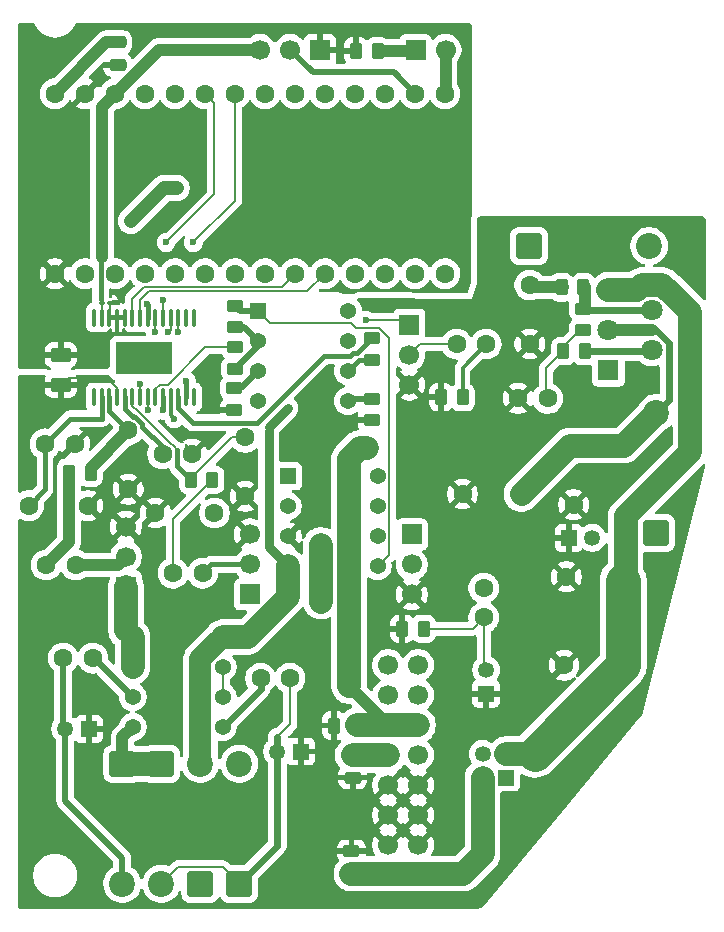
<source format=gbr>
%TF.GenerationSoftware,KiCad,Pcbnew,9.0.5-9.0.5~ubuntu24.04.1*%
%TF.CreationDate,2025-12-28T13:44:13+09:00*%
%TF.ProjectId,bdm-reverb,62646d2d-7265-4766-9572-622e6b696361,rev?*%
%TF.SameCoordinates,Original*%
%TF.FileFunction,Copper,L1,Top*%
%TF.FilePolarity,Positive*%
%FSLAX46Y46*%
G04 Gerber Fmt 4.6, Leading zero omitted, Abs format (unit mm)*
G04 Created by KiCad (PCBNEW 9.0.5-9.0.5~ubuntu24.04.1) date 2025-12-28 13:44:13*
%MOMM*%
%LPD*%
G01*
G04 APERTURE LIST*
G04 Aperture macros list*
%AMRoundRect*
0 Rectangle with rounded corners*
0 $1 Rounding radius*
0 $2 $3 $4 $5 $6 $7 $8 $9 X,Y pos of 4 corners*
0 Add a 4 corners polygon primitive as box body*
4,1,4,$2,$3,$4,$5,$6,$7,$8,$9,$2,$3,0*
0 Add four circle primitives for the rounded corners*
1,1,$1+$1,$2,$3*
1,1,$1+$1,$4,$5*
1,1,$1+$1,$6,$7*
1,1,$1+$1,$8,$9*
0 Add four rect primitives between the rounded corners*
20,1,$1+$1,$2,$3,$4,$5,0*
20,1,$1+$1,$4,$5,$6,$7,0*
20,1,$1+$1,$6,$7,$8,$9,0*
20,1,$1+$1,$8,$9,$2,$3,0*%
G04 Aperture macros list end*
%TA.AperFunction,ComponentPad*%
%ADD10C,1.600000*%
%TD*%
%TA.AperFunction,ComponentPad*%
%ADD11R,1.350000X1.350000*%
%TD*%
%TA.AperFunction,ComponentPad*%
%ADD12C,1.350000*%
%TD*%
%TA.AperFunction,SMDPad,CuDef*%
%ADD13RoundRect,0.250000X-0.475000X0.250000X-0.475000X-0.250000X0.475000X-0.250000X0.475000X0.250000X0*%
%TD*%
%TA.AperFunction,SMDPad,CuDef*%
%ADD14RoundRect,0.250000X-0.250000X-0.475000X0.250000X-0.475000X0.250000X0.475000X-0.250000X0.475000X0*%
%TD*%
%TA.AperFunction,SMDPad,CuDef*%
%ADD15RoundRect,0.250000X0.475000X-0.250000X0.475000X0.250000X-0.475000X0.250000X-0.475000X-0.250000X0*%
%TD*%
%TA.AperFunction,SMDPad,CuDef*%
%ADD16RoundRect,0.250000X0.262500X0.450000X-0.262500X0.450000X-0.262500X-0.450000X0.262500X-0.450000X0*%
%TD*%
%TA.AperFunction,SMDPad,CuDef*%
%ADD17RoundRect,0.250000X0.450000X-0.262500X0.450000X0.262500X-0.450000X0.262500X-0.450000X-0.262500X0*%
%TD*%
%TA.AperFunction,ComponentPad*%
%ADD18R,1.700000X1.700000*%
%TD*%
%TA.AperFunction,ComponentPad*%
%ADD19C,1.700000*%
%TD*%
%TA.AperFunction,ComponentPad*%
%ADD20C,1.371600*%
%TD*%
%TA.AperFunction,ComponentPad*%
%ADD21R,1.371600X1.371600*%
%TD*%
%TA.AperFunction,ComponentPad*%
%ADD22RoundRect,0.249999X0.850001X-0.850001X0.850001X0.850001X-0.850001X0.850001X-0.850001X-0.850001X0*%
%TD*%
%TA.AperFunction,ComponentPad*%
%ADD23C,2.200000*%
%TD*%
%TA.AperFunction,SMDPad,CuDef*%
%ADD24RoundRect,0.250000X-0.262500X-0.450000X0.262500X-0.450000X0.262500X0.450000X-0.262500X0.450000X0*%
%TD*%
%TA.AperFunction,ComponentPad*%
%ADD25RoundRect,0.249999X-0.850001X-0.850001X0.850001X-0.850001X0.850001X0.850001X-0.850001X0.850001X0*%
%TD*%
%TA.AperFunction,ComponentPad*%
%ADD26RoundRect,0.249999X-0.850001X0.850001X-0.850001X-0.850001X0.850001X-0.850001X0.850001X0.850001X0*%
%TD*%
%TA.AperFunction,SMDPad,CuDef*%
%ADD27RoundRect,0.100000X-0.100000X0.637500X-0.100000X-0.637500X0.100000X-0.637500X0.100000X0.637500X0*%
%TD*%
%TA.AperFunction,HeatsinkPad*%
%ADD28R,4.750000X2.740000*%
%TD*%
%TA.AperFunction,SMDPad,CuDef*%
%ADD29RoundRect,0.250000X0.625000X-0.350000X0.625000X0.350000X-0.625000X0.350000X-0.625000X-0.350000X0*%
%TD*%
%TA.AperFunction,SMDPad,CuDef*%
%ADD30RoundRect,0.100000X-0.130000X-0.100000X0.130000X-0.100000X0.130000X0.100000X-0.130000X0.100000X0*%
%TD*%
%TA.AperFunction,SMDPad,CuDef*%
%ADD31RoundRect,0.250000X-0.450000X0.262500X-0.450000X-0.262500X0.450000X-0.262500X0.450000X0.262500X0*%
%TD*%
%TA.AperFunction,ComponentPad*%
%ADD32R,1.800000X1.800000*%
%TD*%
%TA.AperFunction,ComponentPad*%
%ADD33C,1.800000*%
%TD*%
%TA.AperFunction,ViaPad*%
%ADD34C,0.600000*%
%TD*%
%TA.AperFunction,Conductor*%
%ADD35C,0.400000*%
%TD*%
%TA.AperFunction,Conductor*%
%ADD36C,0.200000*%
%TD*%
%TA.AperFunction,Conductor*%
%ADD37C,0.600000*%
%TD*%
%TA.AperFunction,Conductor*%
%ADD38C,1.900000*%
%TD*%
%TA.AperFunction,Conductor*%
%ADD39C,2.000000*%
%TD*%
%TA.AperFunction,Conductor*%
%ADD40C,1.000000*%
%TD*%
%TA.AperFunction,Conductor*%
%ADD41C,0.500000*%
%TD*%
%TA.AperFunction,Conductor*%
%ADD42C,0.300000*%
%TD*%
%TA.AperFunction,Conductor*%
%ADD43C,1.200000*%
%TD*%
%TA.AperFunction,Conductor*%
%ADD44C,0.800000*%
%TD*%
%TA.AperFunction,Conductor*%
%ADD45C,3.000000*%
%TD*%
G04 APERTURE END LIST*
D10*
%TO.P,C14,2*%
%TO.N,GND1*%
X206600000Y-80700000D03*
%TO.P,C14,1*%
%TO.N,Net-(VM4220M1-LIN-)*%
X211600000Y-80700000D03*
%TD*%
%TO.P,C9,2*%
%TO.N,GND1*%
X204300000Y-78700000D03*
%TO.P,C9,1*%
%TO.N,Net-(VM4220M1-RIN+)*%
X204300000Y-73700000D03*
%TD*%
D11*
%TO.P,J4,S*%
%TO.N,GND1*%
X241600000Y-82800000D03*
D12*
%TO.P,J4,T*%
%TO.N,Net-(D5-K)*%
X243600000Y-82800000D03*
%TD*%
D11*
%TO.P,J3,S*%
%TO.N,GND1*%
X234600000Y-96000000D03*
D12*
%TO.P,J3,T*%
%TO.N,Net-(C19-Pad1)*%
X234600000Y-94000000D03*
%TD*%
D11*
%TO.P,J2,S*%
%TO.N,GND1*%
X218900000Y-100900000D03*
D12*
%TO.P,J2,T*%
%TO.N,Net-(D3-A)*%
X216900000Y-100900000D03*
%TD*%
D13*
%TO.P,C40,1*%
%TO.N,+5V*%
X203400000Y-40850000D03*
%TO.P,C40,2*%
%TO.N,GND2*%
X203400000Y-42750000D03*
%TD*%
D10*
%TO.P,C5,2*%
%TO.N,Net-(U2A-+)*%
X201300000Y-93000000D03*
%TO.P,C5,1*%
%TO.N,Net-(D1-A)*%
X198800000Y-93000000D03*
%TD*%
D14*
%TO.P,C39,1*%
%TO.N,GND1*%
X221700000Y-98700000D03*
%TO.P,C39,2*%
%TO.N,+5V*%
X223600000Y-98700000D03*
%TD*%
D13*
%TO.P,C38,1*%
%TO.N,GND1*%
X223200000Y-109350000D03*
%TO.P,C38,2*%
%TO.N,-12V*%
X223200000Y-111250000D03*
%TD*%
D15*
%TO.P,C37,1*%
%TO.N,GND1*%
X223300000Y-103100000D03*
%TO.P,C37,2*%
%TO.N,+12V*%
X223300000Y-101200000D03*
%TD*%
D10*
%TO.P,C24,2*%
%TO.N,GND1*%
X237300000Y-71000000D03*
%TO.P,C24,1*%
%TO.N,Net-(C24-Pad1)*%
X239800000Y-71000000D03*
%TD*%
D16*
%TO.P,R12,2*%
%TO.N,GND1*%
X230787500Y-70900000D03*
%TO.P,R12,1*%
%TO.N,Net-(U4-+)*%
X232612500Y-70900000D03*
%TD*%
D17*
%TO.P,R15,2*%
%TO.N,Net-(D5-K)*%
X242800000Y-63400000D03*
%TO.P,R15,1*%
%TO.N,Net-(C24-Pad1)*%
X242800000Y-65225000D03*
%TD*%
D16*
%TO.P,R14,2*%
%TO.N,Net-(C26-Pad1)*%
X241000000Y-61600000D03*
%TO.P,R14,1*%
%TO.N,Net-(D5-K)*%
X242825000Y-61600000D03*
%TD*%
%TO.P,R13,2*%
%TO.N,Net-(C24-Pad1)*%
X241125000Y-67000000D03*
%TO.P,R13,1*%
%TO.N,Net-(U4--)*%
X242950000Y-67000000D03*
%TD*%
D10*
%TO.P,C22,1*%
%TO.N,Net-(D5-A)*%
X242000000Y-75000000D03*
%TO.P,C22,2*%
%TO.N,GND1*%
X242000000Y-80000000D03*
%TD*%
%TO.P,C20,2*%
%TO.N,GND1*%
X232600000Y-79100000D03*
%TO.P,C20,1*%
%TO.N,Net-(D5-A)*%
X237600000Y-79100000D03*
%TD*%
%TO.P,C23,2*%
%TO.N,Net-(C23-Pad2)*%
X232100000Y-66400000D03*
%TO.P,C23,1*%
%TO.N,Net-(U4-+)*%
X234600000Y-66400000D03*
%TD*%
D18*
%TO.P,J6,1,Pin_1*%
%TO.N,-12V*%
X226300000Y-111360000D03*
D19*
%TO.P,J6,2,Pin_2*%
X228840000Y-111360000D03*
%TO.P,J6,3,Pin_3*%
%TO.N,GND1*%
X226300000Y-108820000D03*
%TO.P,J6,4,Pin_4*%
X228840000Y-108820000D03*
%TO.P,J6,5,Pin_5*%
X226300000Y-106280000D03*
%TO.P,J6,6,Pin_6*%
X228840000Y-106280000D03*
%TO.P,J6,7,Pin_7*%
X226300000Y-103740000D03*
%TO.P,J6,8,Pin_8*%
X228840000Y-103740000D03*
%TO.P,J6,9,Pin_9*%
%TO.N,+12V*%
X226300000Y-101200000D03*
%TO.P,J6,10,Pin_10*%
X228840000Y-101200000D03*
%TO.P,J6,11,Pin_11*%
%TO.N,+5V*%
X226300000Y-98660000D03*
%TO.P,J6,12,Pin_12*%
X228840000Y-98660000D03*
%TO.P,J6,13,Pin_13*%
%TO.N,unconnected-(J6-Pin_13-Pad13)*%
X226300000Y-96120000D03*
%TO.P,J6,14,Pin_14*%
%TO.N,unconnected-(J6-Pin_14-Pad14)*%
X228840000Y-96120000D03*
%TO.P,J6,15,Pin_15*%
%TO.N,unconnected-(J6-Pin_15-Pad15)*%
X226300000Y-93580000D03*
%TO.P,J6,16,Pin_16*%
%TO.N,unconnected-(J6-Pin_16-Pad16)*%
X228840000Y-93580000D03*
%TD*%
D20*
%TO.P,U3,8,V+*%
%TO.N,+12V*%
X222900000Y-63600000D03*
%TO.P,U3,7*%
%TO.N,Net-(R4-Pad1)*%
X222900000Y-66140000D03*
%TO.P,U3,6,-*%
%TO.N,Net-(U3B--)*%
X222900000Y-68680000D03*
%TO.P,U3,5,+*%
%TO.N,Net-(U3B-+)*%
X222900000Y-71220000D03*
%TO.P,U3,4,V-*%
%TO.N,-12V*%
X215280000Y-71220000D03*
%TO.P,U3,3,+*%
%TO.N,Net-(U3A-+)*%
X215280000Y-68680000D03*
%TO.P,U3,2,-*%
%TO.N,Net-(U3A--)*%
X215280000Y-66140000D03*
D21*
%TO.P,U3,1*%
%TO.N,Net-(U5B-+)*%
X215280000Y-63600000D03*
%TD*%
D10*
%TO.P,C21,1*%
%TO.N,Net-(D6-K)*%
X246200000Y-93600000D03*
%TO.P,C21,2*%
%TO.N,GND1*%
X241200000Y-93600000D03*
%TD*%
D22*
%TO.P,D4,1,K*%
%TO.N,Net-(D3-A)*%
X213700000Y-112100000D03*
D23*
%TO.P,D4,2,A*%
%TO.N,-12V*%
X213700000Y-101940000D03*
%TD*%
D24*
%TO.P,R16,1*%
%TO.N,GND2*%
X223587500Y-41600000D03*
%TO.P,R16,2*%
%TO.N,Net-(D7-K)*%
X225412500Y-41600000D03*
%TD*%
D25*
%TO.P,D6,1,K*%
%TO.N,Net-(D6-K)*%
X238240000Y-58100000D03*
D23*
%TO.P,D6,2,A*%
%TO.N,Net-(D5-K)*%
X248400000Y-58100000D03*
%TD*%
D18*
%TO.P,RV4,1,1*%
%TO.N,Net-(R4-Pad1)*%
X228100000Y-64760000D03*
D19*
%TO.P,RV4,2,2*%
%TO.N,Net-(C23-Pad2)*%
X228100000Y-67300000D03*
%TO.P,RV4,3,3*%
%TO.N,GND1*%
X228100000Y-69840000D03*
%TD*%
D24*
%TO.P,R1,1*%
%TO.N,Net-(C7-Pad2)*%
X199287500Y-77300000D03*
%TO.P,R1,2*%
%TO.N,Net-(VM4220M1-RIN+)*%
X201112500Y-77300000D03*
%TD*%
D21*
%TO.P,U5,1*%
%TO.N,Net-(U5A--)*%
X217790000Y-77590000D03*
D20*
%TO.P,U5,2,-*%
X217790000Y-80130000D03*
%TO.P,U5,3,+*%
%TO.N,GND1*%
X217790000Y-82670000D03*
%TO.P,U5,4,V-*%
%TO.N,-12V*%
X217790000Y-85210000D03*
%TO.P,U5,5,+*%
%TO.N,Net-(U5B-+)*%
X225410000Y-85210000D03*
%TO.P,U5,6,-*%
%TO.N,Net-(U5B--)*%
X225410000Y-82670000D03*
%TO.P,U5,7*%
X225410000Y-80130000D03*
%TO.P,U5,8,V+*%
%TO.N,+12V*%
X225410000Y-77590000D03*
%TD*%
D17*
%TO.P,R6,1*%
%TO.N,GND1*%
X213250000Y-71950000D03*
%TO.P,R6,2*%
%TO.N,Net-(U3A-+)*%
X213250000Y-70125000D03*
%TD*%
D18*
%TO.P,RV1,1,1*%
%TO.N,Net-(U2A--)*%
X204100000Y-86940000D03*
D19*
%TO.P,RV1,2,2*%
%TO.N,Net-(C7-Pad1)*%
X204100000Y-84400000D03*
%TO.P,RV1,3,3*%
%TO.N,GND1*%
X204100000Y-81860000D03*
%TD*%
D26*
%TO.P,D3,1,K*%
%TO.N,+12V*%
X207100000Y-101940000D03*
D23*
%TO.P,D3,2,A*%
%TO.N,Net-(D3-A)*%
X207100000Y-112100000D03*
%TD*%
D17*
%TO.P,R7,1*%
%TO.N,Net-(U3B--)*%
X224925000Y-67737500D03*
%TO.P,R7,2*%
%TO.N,Net-(VM4220M1-LOUT-)*%
X224925000Y-65912500D03*
%TD*%
D18*
%TO.P,RV2,1,1*%
%TO.N,Net-(U2B--)*%
X214600000Y-87600000D03*
D19*
%TO.P,RV2,2,2*%
%TO.N,Net-(C8-Pad1)*%
X214600000Y-85060000D03*
%TO.P,RV2,3,3*%
%TO.N,GND1*%
X214600000Y-82520000D03*
%TD*%
D18*
%TO.P,RV3,1,1*%
%TO.N,Net-(U5B--)*%
X228300000Y-82520000D03*
D19*
%TO.P,RV3,2,2*%
%TO.N,Net-(C19-Pad2)*%
X228300000Y-85060000D03*
%TO.P,RV3,3,3*%
%TO.N,GND1*%
X228300000Y-87600000D03*
%TD*%
D18*
%TO.P,D7,1,K*%
%TO.N,Net-(D7-K)*%
X228625000Y-41500000D03*
D19*
%TO.P,D7,2,A*%
%TO.N,Net-(D7-A)*%
X231165000Y-41500000D03*
%TD*%
D16*
%TO.P,R2,1*%
%TO.N,Net-(C8-Pad2)*%
X211425000Y-77900000D03*
%TO.P,R2,2*%
%TO.N,Net-(VM4220M1-LIN+)*%
X209600000Y-77900000D03*
%TD*%
D10*
%TO.P,C6,1*%
%TO.N,Net-(D3-A)*%
X218000000Y-94700000D03*
%TO.P,C6,2*%
%TO.N,Net-(U2B-+)*%
X215500000Y-94700000D03*
%TD*%
D27*
%TO.P,VM4220M1,1,NC*%
%TO.N,unconnected-(VM4220M1-NC-Pad1)*%
X209845000Y-64172500D03*
%TO.P,VM4220M1,2,XTO*%
%TO.N,unconnected-(VM4220M1-XTO-Pad2)*%
X209195000Y-64172500D03*
%TO.P,VM4220M1,3,XTI*%
%TO.N,Net-(U1-23_A9_CRX1_MCLK1)*%
X208545000Y-64172500D03*
%TO.P,VM4220M1,4,LRCK*%
%TO.N,Net-(U1-20_A6_TX5_LRCLK1)*%
X207895000Y-64172500D03*
%TO.P,VM4220M1,5,SLCK*%
%TO.N,Net-(U1-21_A7_RX5_BCLK1)*%
X207245000Y-64172500D03*
%TO.P,VM4220M1,6,VD*%
%TO.N,Net-(VM4220M1-VD)*%
X206595000Y-64172500D03*
%TO.P,VM4220M1,7,DGND*%
%TO.N,GND2*%
X205945000Y-64172500D03*
%TO.P,VM4220M1,8,DOUT*%
%TO.N,Net-(U1-8_TX2_IN1)*%
X205295000Y-64172500D03*
%TO.P,VM4220M1,9,DIN*%
%TO.N,Net-(U1-7_RX2_OUT1A)*%
X204645000Y-64172500D03*
%TO.P,VM4220M1,10,DIF1*%
%TO.N,GND2*%
X203995000Y-64172500D03*
%TO.P,VM4220M1,11,DIF0*%
X203345000Y-64172500D03*
%TO.P,VM4220M1,12,DEM0*%
X202695000Y-64172500D03*
%TO.P,VM4220M1,13,VL*%
%TO.N,Net-(VM4220M1-VL)*%
X202045000Y-64172500D03*
%TO.P,VM4220M1,14,NC*%
%TO.N,unconnected-(VM4220M1-NC-Pad14)*%
X201395000Y-64172500D03*
%TO.P,VM4220M1,15,NC*%
%TO.N,unconnected-(VM4220M1-NC-Pad15)*%
X201395000Y-70897500D03*
%TO.P,VM4220M1,16,RIN-*%
%TO.N,Net-(VM4220M1-RIN-)*%
X202045000Y-70897500D03*
%TO.P,VM4220M1,17,RIN+*%
%TO.N,Net-(VM4220M1-RIN+)*%
X202695000Y-70897500D03*
%TO.P,VM4220M1,18,DEM1*%
%TO.N,GND1*%
X203345000Y-70897500D03*
%TO.P,VM4220M1,19,LIN-*%
%TO.N,Net-(VM4220M1-LIN-)*%
X203995000Y-70897500D03*
%TO.P,VM4220M1,20,LIN+*%
%TO.N,Net-(VM4220M1-LIN+)*%
X204645000Y-70897500D03*
%TO.P,VM4220M1,21,VA*%
%TO.N,+5V*%
X205295000Y-70897500D03*
%TO.P,VM4220M1,22,AGND*%
%TO.N,GND1*%
X205945000Y-70897500D03*
%TO.P,VM4220M1,23,ROUT-*%
%TO.N,Net-(VM4220M1-ROUT-)*%
X206595000Y-70897500D03*
%TO.P,VM4220M1,24,ROUT+*%
%TO.N,Net-(VM4220M1-ROUT+)*%
X207245000Y-70897500D03*
%TO.P,VM4220M1,25,LOUT+*%
%TO.N,Net-(VM4220M1-LOUT+)*%
X207895000Y-70897500D03*
%TO.P,VM4220M1,26,LOUT-*%
%TO.N,Net-(VM4220M1-LOUT-)*%
X208545000Y-70897500D03*
%TO.P,VM4220M1,27,RSTN*%
%TO.N,Net-(VM4220M1-RSTN)*%
X209195000Y-70897500D03*
%TO.P,VM4220M1,28,NC*%
%TO.N,unconnected-(VM4220M1-NC-Pad28)*%
X209845000Y-70897500D03*
D28*
%TO.P,VM4220M1,29*%
%TO.N,N/C*%
X205620000Y-67585000D03*
%TD*%
D10*
%TO.P,C19,1*%
%TO.N,Net-(C19-Pad1)*%
X234400000Y-89550000D03*
%TO.P,C19,2*%
%TO.N,Net-(C19-Pad2)*%
X234400000Y-87050000D03*
%TD*%
D22*
%TO.P,D2,1,K*%
%TO.N,Net-(D1-A)*%
X210400000Y-112100000D03*
D23*
%TO.P,D2,2,A*%
%TO.N,-12V*%
X210400000Y-101940000D03*
%TD*%
D10*
%TO.P,C7,1*%
%TO.N,Net-(C7-Pad1)*%
X199850000Y-85100000D03*
%TO.P,C7,2*%
%TO.N,Net-(C7-Pad2)*%
X197350000Y-85100000D03*
%TD*%
D29*
%TO.P,FB1,1*%
%TO.N,GND1*%
X198600000Y-69875000D03*
%TO.P,FB1,2*%
%TO.N,GND2*%
X198600000Y-67325000D03*
%TD*%
D24*
%TO.P,R11,1*%
%TO.N,GND1*%
X227487500Y-90500000D03*
%TO.P,R11,2*%
%TO.N,Net-(C19-Pad1)*%
X229312500Y-90500000D03*
%TD*%
D10*
%TO.P,C25,1*%
%TO.N,Net-(D6-K)*%
X246400000Y-86100000D03*
%TO.P,C25,2*%
%TO.N,GND1*%
X241400000Y-86100000D03*
%TD*%
D26*
%TO.P,D1,1,K*%
%TO.N,+12V*%
X203800000Y-101940000D03*
D23*
%TO.P,D1,2,A*%
%TO.N,Net-(D1-A)*%
X203800000Y-112100000D03*
%TD*%
D11*
%TO.P,J1,S*%
%TO.N,GND1*%
X200950000Y-99000000D03*
D12*
%TO.P,J1,T*%
%TO.N,Net-(D1-A)*%
X198950000Y-99000000D03*
%TD*%
D18*
%TO.P,RV5,1,1*%
%TO.N,GND2*%
X220540000Y-41500000D03*
D19*
%TO.P,RV5,2,2*%
%TO.N,Net-(U1-14_A0_TX3_SPDIF_OUT)*%
X218000000Y-41500000D03*
%TO.P,RV5,3,3*%
%TO.N,Net-(VM4220M1-VL)*%
X215460000Y-41500000D03*
%TD*%
D21*
%TO.P,U2,1*%
%TO.N,Net-(U2A--)*%
X204680000Y-91200000D03*
D20*
%TO.P,U2,2,-*%
X204680000Y-93740000D03*
%TO.P,U2,3,+*%
%TO.N,Net-(U2A-+)*%
X204680000Y-96280000D03*
%TO.P,U2,4,V-*%
%TO.N,+12V*%
X204680000Y-98820000D03*
%TO.P,U2,5,+*%
%TO.N,Net-(U2B-+)*%
X212300000Y-98820000D03*
%TO.P,U2,6,-*%
%TO.N,Net-(U2B--)*%
X212300000Y-96280000D03*
%TO.P,U2,7*%
X212300000Y-93740000D03*
%TO.P,U2,8,V+*%
%TO.N,-12V*%
X212300000Y-91200000D03*
%TD*%
D30*
%TO.P,C27,1*%
%TO.N,Net-(VM4220M1-VL)*%
X202080000Y-62900000D03*
%TO.P,C27,2*%
%TO.N,GND2*%
X202720000Y-62900000D03*
%TD*%
D17*
%TO.P,R5,1*%
%TO.N,GND1*%
X224925000Y-72850000D03*
%TO.P,R5,2*%
%TO.N,Net-(U3B-+)*%
X224925000Y-71025000D03*
%TD*%
D10*
%TO.P,C10,1*%
%TO.N,Net-(VM4220M1-LIN+)*%
X214200000Y-74300000D03*
%TO.P,C10,2*%
%TO.N,GND1*%
X214200000Y-79300000D03*
%TD*%
D17*
%TO.P,R10,1*%
%TO.N,Net-(U3A--)*%
X213375000Y-68487500D03*
%TO.P,R10,2*%
%TO.N,Net-(VM4220M1-ROUT-)*%
X213375000Y-66662500D03*
%TD*%
D31*
%TO.P,R3,1*%
%TO.N,Net-(U5B-+)*%
X213300000Y-63162500D03*
%TO.P,R3,2*%
%TO.N,Net-(U3A--)*%
X213300000Y-64987500D03*
%TD*%
D10*
%TO.P,C8,1*%
%TO.N,Net-(C8-Pad1)*%
X210600000Y-85800000D03*
%TO.P,C8,2*%
%TO.N,Net-(C8-Pad2)*%
X208100000Y-85800000D03*
%TD*%
%TO.P,C26,1*%
%TO.N,Net-(C26-Pad1)*%
X238300000Y-61400000D03*
%TO.P,C26,2*%
%TO.N,GND1*%
X238300000Y-66400000D03*
%TD*%
%TO.P,U1,1,GND*%
%TO.N,GND2*%
X198100000Y-60440000D03*
%TO.P,U1,2,0_RX1_CRX2_CS1*%
%TO.N,unconnected-(U1-0_RX1_CRX2_CS1-Pad2)*%
X200640000Y-60440000D03*
%TO.P,U1,3,1_TX1_CTX2_MISO1*%
%TO.N,unconnected-(U1-1_TX1_CTX2_MISO1-Pad3)*%
X203180000Y-60440000D03*
%TO.P,U1,4,2_OUT2*%
%TO.N,unconnected-(U1-2_OUT2-Pad4)*%
X205720000Y-60440000D03*
%TO.P,U1,5,3_LRCLK2*%
%TO.N,unconnected-(U1-3_LRCLK2-Pad5)*%
X208260000Y-60440000D03*
%TO.P,U1,6,4_BCLK2*%
%TO.N,unconnected-(U1-4_BCLK2-Pad6)*%
X210800000Y-60440000D03*
%TO.P,U1,7,5_IN2*%
%TO.N,unconnected-(U1-5_IN2-Pad7)*%
X213340000Y-60440000D03*
%TO.P,U1,8,6_OUT1D*%
%TO.N,unconnected-(U1-6_OUT1D-Pad8)*%
X215880000Y-60440000D03*
%TO.P,U1,9,7_RX2_OUT1A*%
%TO.N,Net-(U1-7_RX2_OUT1A)*%
X218420000Y-60440000D03*
%TO.P,U1,10,8_TX2_IN1*%
%TO.N,Net-(U1-8_TX2_IN1)*%
X220960000Y-60440000D03*
%TO.P,U1,11,9_OUT1C*%
%TO.N,unconnected-(U1-9_OUT1C-Pad11)*%
X223500000Y-60440000D03*
%TO.P,U1,12,10_CS_MQSR*%
%TO.N,unconnected-(U1-10_CS_MQSR-Pad12)*%
X226040000Y-60440000D03*
%TO.P,U1,13,11_MOSI_CTX1*%
%TO.N,unconnected-(U1-11_MOSI_CTX1-Pad13)*%
X228580000Y-60440000D03*
%TO.P,U1,14,12_MISO_MQSL*%
%TO.N,unconnected-(U1-12_MISO_MQSL-Pad14)*%
X231120000Y-60440000D03*
%TO.P,U1,20,13_SCK_CRX1_LED*%
%TO.N,Net-(D7-A)*%
X231120000Y-45200000D03*
%TO.P,U1,21,14_A0_TX3_SPDIF_OUT*%
%TO.N,Net-(U1-14_A0_TX3_SPDIF_OUT)*%
X228580000Y-45200000D03*
%TO.P,U1,22,15_A1_RX3_SPDIF_IN*%
%TO.N,unconnected-(U1-15_A1_RX3_SPDIF_IN-Pad22)*%
X226040000Y-45200000D03*
%TO.P,U1,23,16_A2_RX4_SCL1*%
%TO.N,unconnected-(U1-16_A2_RX4_SCL1-Pad23)*%
X223500000Y-45200000D03*
%TO.P,U1,24,17_A3_TX4_SDA1*%
%TO.N,unconnected-(U1-17_A3_TX4_SDA1-Pad24)*%
X220960000Y-45200000D03*
%TO.P,U1,25,18_A4_SDA0*%
%TO.N,unconnected-(U1-18_A4_SDA0-Pad25)*%
X218420000Y-45200000D03*
%TO.P,U1,26,19_A5_SCL0*%
%TO.N,unconnected-(U1-19_A5_SCL0-Pad26)*%
X215880000Y-45200000D03*
%TO.P,U1,27,20_A6_TX5_LRCLK1*%
%TO.N,Net-(U1-20_A6_TX5_LRCLK1)*%
X213340000Y-45200000D03*
%TO.P,U1,28,21_A7_RX5_BCLK1*%
%TO.N,Net-(U1-21_A7_RX5_BCLK1)*%
X210800000Y-45200000D03*
%TO.P,U1,29,22_A8_CTX1*%
%TO.N,unconnected-(U1-22_A8_CTX1-Pad29)*%
X208260000Y-45200000D03*
%TO.P,U1,30,23_A9_CRX1_MCLK1*%
%TO.N,Net-(U1-23_A9_CRX1_MCLK1)*%
X205720000Y-45200000D03*
%TO.P,U1,31,3V3*%
%TO.N,Net-(VM4220M1-VL)*%
X203180000Y-45200000D03*
%TO.P,U1,32,GND*%
%TO.N,GND2*%
X200640000Y-45200000D03*
%TO.P,U1,33,VIN*%
%TO.N,+5V*%
X198100000Y-45200000D03*
%TD*%
D11*
%TO.P,SW1,1,1*%
%TO.N,Net-(D5-A)*%
X236300000Y-103100000D03*
D12*
%TO.P,SW1,2,2*%
%TO.N,-12V*%
X234300000Y-103100000D03*
%TO.P,SW1,3,3*%
%TO.N,Net-(D6-K)*%
X236300000Y-101100000D03*
%TO.P,SW1,4,4*%
%TO.N,+12V*%
X234300000Y-101100000D03*
%TD*%
D10*
%TO.P,C11,1*%
%TO.N,Net-(VM4220M1-RIN-)*%
X197250000Y-74850000D03*
%TO.P,C11,2*%
%TO.N,GND1*%
X199750000Y-74850000D03*
%TD*%
%TO.P,C13,1*%
%TO.N,Net-(VM4220M1-LIN-)*%
X207200000Y-75700000D03*
%TO.P,C13,2*%
%TO.N,GND1*%
X209700000Y-75700000D03*
%TD*%
%TO.P,C12,1*%
%TO.N,Net-(VM4220M1-RIN-)*%
X195875000Y-80075000D03*
%TO.P,C12,2*%
%TO.N,GND1*%
X200875000Y-80075000D03*
%TD*%
D32*
%TO.P,U4,1,+*%
%TO.N,Net-(U4-+)*%
X244950000Y-68600000D03*
D33*
%TO.P,U4,2,-*%
%TO.N,Net-(U4--)*%
X248650000Y-66900000D03*
%TO.P,U4,3,-Vs*%
%TO.N,Net-(D5-A)*%
X244950000Y-65200000D03*
%TO.P,U4,4*%
%TO.N,Net-(D5-K)*%
X248650000Y-63500000D03*
%TO.P,U4,5,+Vs*%
%TO.N,Net-(D6-K)*%
X244950000Y-61800000D03*
%TD*%
D22*
%TO.P,D5,1,K*%
%TO.N,Net-(D5-K)*%
X249000000Y-82400000D03*
D23*
%TO.P,D5,2,A*%
%TO.N,Net-(D5-A)*%
X249000000Y-72240000D03*
%TD*%
D34*
%TO.N,GND2*%
X205895000Y-63024265D03*
%TO.N,GND1*%
X210200000Y-69000000D03*
X206000000Y-72000000D03*
X244400000Y-78600000D03*
X196000000Y-71000000D03*
X200800000Y-102200000D03*
X221200000Y-105000000D03*
X240600000Y-64400000D03*
%TO.N,+12V*%
X220600000Y-83400000D03*
X220600000Y-88200000D03*
%TO.N,GND2*%
X229200000Y-48800000D03*
X217400000Y-49000000D03*
X204000000Y-52400000D03*
%TO.N,Net-(R4-Pad1)*%
X224400000Y-64400000D03*
%TO.N,+5V*%
X204500000Y-56000000D03*
X208400000Y-53200000D03*
X224500000Y-75200000D03*
%TO.N,-12V*%
X217800000Y-71800000D03*
%TO.N,Net-(VM4220M1-VL)*%
X202080000Y-49800000D03*
%TO.N,+5V*%
X205300000Y-69800000D03*
%TO.N,Net-(VM4220M1-VD)*%
X206600000Y-65400000D03*
%TO.N,Net-(VM4220M1-ROUT+)*%
X207225000Y-72000000D03*
%TO.N,Net-(VM4220M1-LOUT+)*%
X208194402Y-72727607D03*
%TO.N,Net-(VM4220M1-RSTN)*%
X209200000Y-69500000D03*
%TO.N,Net-(U1-21_A7_RX5_BCLK1)*%
X207500000Y-57800000D03*
X207200000Y-62700000D03*
%TO.N,Net-(U1-23_A9_CRX1_MCLK1)*%
X208500000Y-65400000D03*
%TO.N,Net-(U1-20_A6_TX5_LRCLK1)*%
X207700000Y-65400000D03*
X209800000Y-57800000D03*
%TD*%
D35*
%TO.N,GND2*%
X205945000Y-64172500D02*
X205945000Y-63074265D01*
D36*
X205945000Y-63074265D02*
X205895000Y-63024265D01*
%TO.N,Net-(U1-8_TX2_IN1)*%
X205295000Y-64172500D02*
X205295000Y-62705000D01*
X205295000Y-62705000D02*
X206058000Y-61942000D01*
X206058000Y-61942000D02*
X219458000Y-61942000D01*
X219458000Y-61942000D02*
X220960000Y-60440000D01*
%TO.N,Net-(U1-7_RX2_OUT1A)*%
X204645000Y-64172500D02*
X204645000Y-63435001D01*
X204645000Y-63435001D02*
X204600000Y-63390001D01*
X204600000Y-63390001D02*
X204600000Y-62600000D01*
X204600000Y-62600000D02*
X205659000Y-61541000D01*
X205659000Y-61541000D02*
X217319000Y-61541000D01*
X217319000Y-61541000D02*
X218420000Y-60440000D01*
D37*
%TO.N,Net-(D5-A)*%
X249000000Y-72240000D02*
X250100000Y-71140000D01*
X250100000Y-71140000D02*
X250100000Y-66300000D01*
X250100000Y-66300000D02*
X249000000Y-65200000D01*
X249000000Y-65200000D02*
X248648471Y-65200000D01*
D38*
%TO.N,-12V*%
X212300000Y-91200000D02*
X211596800Y-91903200D01*
X211596800Y-91903200D02*
X211539172Y-91903200D01*
X211539172Y-91903200D02*
X210463200Y-92979172D01*
X210463200Y-92979172D02*
X210463200Y-93036800D01*
X210463200Y-93036800D02*
X210413200Y-93086800D01*
X210413200Y-93086800D02*
X210413200Y-101926800D01*
D39*
X210413200Y-101926800D02*
X210400000Y-101940000D01*
D36*
%TO.N,GND2*%
X203995000Y-64172500D02*
X202695000Y-64172500D01*
%TO.N,GND1*%
X206000000Y-72000000D02*
X206000000Y-70952500D01*
X206000000Y-70952500D02*
X205945000Y-70897500D01*
D35*
%TO.N,Net-(VM4220M1-LIN+)*%
X208450000Y-75400000D02*
X208450000Y-76750000D01*
X208450000Y-76750000D02*
X209600000Y-77900000D01*
D36*
X208450000Y-75400000D02*
X208301000Y-75251000D01*
X208301000Y-75251000D02*
X208301000Y-75243950D01*
X208301000Y-75243950D02*
X207656050Y-74599000D01*
X207656050Y-74599000D02*
X207649000Y-74599000D01*
X207649000Y-74599000D02*
X205125000Y-72075000D01*
X205125000Y-72075000D02*
X205085001Y-72075000D01*
X205085001Y-72075000D02*
X204645000Y-71634999D01*
X204645000Y-71634999D02*
X204645000Y-70897500D01*
%TO.N,GND1*%
X203345000Y-70897500D02*
X203345000Y-70160001D01*
X203345000Y-70160001D02*
X202459999Y-69275000D01*
X202459999Y-69275000D02*
X199200000Y-69275000D01*
X199200000Y-69275000D02*
X198600000Y-69875000D01*
D39*
%TO.N,Net-(D6-K)*%
X246400000Y-86100000D02*
X246400000Y-81000000D01*
X246400000Y-81000000D02*
X251900000Y-75500000D01*
X251900000Y-75500000D02*
X251900000Y-63700000D01*
%TO.N,-12V*%
X216100000Y-89500000D02*
X217790000Y-87810000D01*
%TO.N,+12V*%
X220600000Y-88200000D02*
X220600000Y-83400000D01*
D36*
%TO.N,Net-(R4-Pad1)*%
X228100000Y-64760000D02*
X227740000Y-64400000D01*
X227740000Y-64400000D02*
X224400000Y-64400000D01*
%TO.N,Net-(U5B-+)*%
X225410000Y-85210000D02*
X226400000Y-84220000D01*
X223600000Y-65000000D02*
X223186800Y-64586800D01*
X226400000Y-84220000D02*
X226400000Y-65888840D01*
X226400000Y-65888840D02*
X225511160Y-65000000D01*
X225511160Y-65000000D02*
X223600000Y-65000000D01*
X223186800Y-64586800D02*
X216266800Y-64586800D01*
X216266800Y-64586800D02*
X215280000Y-63600000D01*
D40*
%TO.N,Net-(C7-Pad1)*%
X199850000Y-85100000D02*
X203400000Y-85100000D01*
X203400000Y-85100000D02*
X204100000Y-84400000D01*
D36*
%TO.N,Net-(C19-Pad1)*%
X229312500Y-90500000D02*
X233450000Y-90500000D01*
X233450000Y-90500000D02*
X234400000Y-89550000D01*
%TO.N,GND2*%
X202720000Y-62900000D02*
X202720000Y-64147500D01*
X202720000Y-64147500D02*
X202695000Y-64172500D01*
D41*
%TO.N,Net-(D1-A)*%
X198950000Y-99000000D02*
X198950000Y-105050000D01*
X198950000Y-105050000D02*
X203800000Y-109900000D01*
X203800000Y-109900000D02*
X203800000Y-112100000D01*
D40*
%TO.N,+5V*%
X198100000Y-45200000D02*
X202450000Y-40850000D01*
X202450000Y-40850000D02*
X203400000Y-40850000D01*
D39*
%TO.N,-12V*%
X212300000Y-91200000D02*
X214400000Y-91200000D01*
X214400000Y-91200000D02*
X216100000Y-89500000D01*
X217790000Y-87810000D02*
X217790000Y-85210000D01*
D36*
%TO.N,Net-(C19-Pad1)*%
X234400000Y-89550000D02*
X234400000Y-93800000D01*
X234400000Y-93800000D02*
X234600000Y-94000000D01*
D42*
%TO.N,Net-(U4-+)*%
X232612500Y-68387500D02*
X234600000Y-66400000D01*
X232612500Y-70900000D02*
X232612500Y-68387500D01*
D39*
%TO.N,Net-(D6-K)*%
X251900000Y-63700000D02*
X250000000Y-61800000D01*
X247779737Y-61399000D02*
X247378737Y-61800000D01*
X250000000Y-61800000D02*
X249921263Y-61800000D01*
X249921263Y-61800000D02*
X249520263Y-61399000D01*
X249520263Y-61399000D02*
X247779737Y-61399000D01*
X247378737Y-61800000D02*
X244950000Y-61800000D01*
%TO.N,Net-(D5-A)*%
X242000000Y-75000000D02*
X246240000Y-75000000D01*
X246240000Y-75000000D02*
X249000000Y-72240000D01*
D40*
X248648471Y-65200000D02*
X244950000Y-65200000D01*
D37*
%TO.N,Net-(U2B-+)*%
X215500000Y-94700000D02*
X215500000Y-95620000D01*
X215500000Y-95620000D02*
X212300000Y-98820000D01*
D43*
%TO.N,+5V*%
X207300000Y-53200000D02*
X204500000Y-56000000D01*
X208400000Y-53200000D02*
X207300000Y-53200000D01*
D39*
X223000000Y-95360000D02*
X223000000Y-76100000D01*
X223000000Y-76100000D02*
X223900000Y-75200000D01*
X223900000Y-75200000D02*
X224500000Y-75200000D01*
D44*
%TO.N,-12V*%
X216200000Y-73400000D02*
X217800000Y-71800000D01*
D36*
X216200000Y-73800000D02*
X216200000Y-73400000D01*
D44*
X217790000Y-85210000D02*
X216200000Y-83620000D01*
X216200000Y-83620000D02*
X216200000Y-73800000D01*
D40*
%TO.N,Net-(C7-Pad2)*%
X199287500Y-77300000D02*
X199287500Y-83162500D01*
X199287500Y-83162500D02*
X197350000Y-85100000D01*
D41*
%TO.N,Net-(U2A-+)*%
X204680000Y-96280000D02*
X201400000Y-93000000D01*
D36*
X201400000Y-93000000D02*
X201300000Y-93000000D01*
D39*
%TO.N,+5V*%
X226300000Y-98660000D02*
X223640000Y-98660000D01*
D36*
X223640000Y-98660000D02*
X223600000Y-98700000D01*
D40*
X226300000Y-98660000D02*
X223000000Y-95360000D01*
D39*
X228840000Y-98660000D02*
X226300000Y-98660000D01*
D41*
%TO.N,Net-(D1-A)*%
X198800000Y-93000000D02*
X198800000Y-98850000D01*
D36*
X198800000Y-98850000D02*
X198950000Y-99000000D01*
%TO.N,Net-(D3-A)*%
X207100000Y-112100000D02*
X208501000Y-110699000D01*
X208501000Y-110699000D02*
X212299000Y-110699000D01*
X212299000Y-110699000D02*
X213700000Y-112100000D01*
D40*
%TO.N,+12V*%
X203800000Y-101940000D02*
X203800000Y-99700000D01*
X203800000Y-99700000D02*
X204680000Y-98820000D01*
D39*
X207100000Y-101940000D02*
X203800000Y-101940000D01*
D37*
%TO.N,Net-(D3-A)*%
X216900000Y-99700000D02*
X216900000Y-108900000D01*
X216900000Y-108900000D02*
X213700000Y-112100000D01*
D36*
X218000000Y-94700000D02*
X218000000Y-98600000D01*
X218000000Y-98600000D02*
X216900000Y-99700000D01*
D39*
%TO.N,+12V*%
X226300000Y-101200000D02*
X223300000Y-101200000D01*
%TO.N,-12V*%
X223200000Y-111250000D02*
X232650000Y-111250000D01*
X234300000Y-109600000D02*
X234300000Y-103100000D01*
X232650000Y-111250000D02*
X234300000Y-109600000D01*
D45*
%TO.N,Net-(D6-K)*%
X246200000Y-93600000D02*
X238700000Y-101100000D01*
D39*
X238700000Y-101100000D02*
X236300000Y-101100000D01*
D36*
%TO.N,+12V*%
X226180000Y-101300000D02*
X226160000Y-101280000D01*
D39*
%TO.N,Net-(D5-A)*%
X237600000Y-79100000D02*
X241700000Y-75000000D01*
D36*
X241700000Y-75000000D02*
X242000000Y-75000000D01*
%TO.N,Net-(D6-K)*%
X246400000Y-86300000D02*
X246200000Y-86500000D01*
D45*
X246200000Y-86500000D02*
X246200000Y-93600000D01*
D36*
%TO.N,Net-(C23-Pad2)*%
X232100000Y-66400000D02*
X229000000Y-66400000D01*
X229000000Y-66400000D02*
X228100000Y-67300000D01*
D37*
%TO.N,Net-(U4--)*%
X242950000Y-67000000D02*
X248550000Y-67000000D01*
D36*
X248550000Y-67000000D02*
X248650000Y-66900000D01*
%TO.N,Net-(C24-Pad1)*%
X239700000Y-71100000D02*
X239700000Y-68425000D01*
X239700000Y-68425000D02*
X241125000Y-67000000D01*
X242650000Y-65125000D02*
X241125000Y-66650000D01*
X241125000Y-66650000D02*
X241125000Y-67000000D01*
D40*
%TO.N,Net-(C26-Pad1)*%
X241137500Y-61600000D02*
X238500000Y-61600000D01*
D36*
X238500000Y-61600000D02*
X238300000Y-61400000D01*
%TO.N,Net-(D5-K)*%
X242650000Y-63300000D02*
X242900000Y-63300000D01*
X242900000Y-63300000D02*
X243100000Y-63500000D01*
D37*
X243100000Y-63500000D02*
X248650000Y-63500000D01*
D40*
X242962500Y-61600000D02*
X242962500Y-62987500D01*
D36*
X242962500Y-62987500D02*
X242650000Y-63300000D01*
D42*
%TO.N,Net-(VM4220M1-LOUT+)*%
X207895000Y-72428205D02*
X207895000Y-70897500D01*
X208194402Y-72727607D02*
X207895000Y-72428205D01*
D39*
%TO.N,Net-(U2A--)*%
X204100000Y-86940000D02*
X204100000Y-90620000D01*
D36*
X204100000Y-90620000D02*
X204680000Y-91200000D01*
D35*
%TO.N,Net-(VM4220M1-RIN-)*%
X197250000Y-74850000D02*
X197250000Y-78700000D01*
X197250000Y-78700000D02*
X195875000Y-80075000D01*
D36*
%TO.N,Net-(VM4220M1-RIN+)*%
X201112500Y-77300000D02*
X201112500Y-76887500D01*
D40*
X201112500Y-76887500D02*
X204300000Y-73700000D01*
D35*
%TO.N,Net-(VM4220M1-RIN-)*%
X202045000Y-72705000D02*
X199395000Y-72705000D01*
X199395000Y-72705000D02*
X197250000Y-74850000D01*
D36*
%TO.N,Net-(C8-Pad2)*%
X208100000Y-85800000D02*
X208100000Y-81225000D01*
X208100000Y-81225000D02*
X211425000Y-77900000D01*
D35*
%TO.N,Net-(C8-Pad1)*%
X211340000Y-85060000D02*
X210600000Y-85800000D01*
X214600000Y-85060000D02*
X211340000Y-85060000D01*
%TO.N,Net-(VM4220M1-RIN+)*%
X202695000Y-72095000D02*
X202695000Y-70897500D01*
X204300000Y-73700000D02*
X202695000Y-72095000D01*
D36*
%TO.N,Net-(VM4220M1-LIN+)*%
X214200000Y-74300000D02*
X213068630Y-74300000D01*
X213068630Y-74300000D02*
X209600000Y-77768630D01*
X209600000Y-77768630D02*
X209600000Y-77900000D01*
D35*
%TO.N,Net-(VM4220M1-RIN-)*%
X202045000Y-72705000D02*
X202045000Y-70897500D01*
%TO.N,Net-(VM4220M1-LIN-)*%
X204835471Y-72537000D02*
X204697059Y-72537000D01*
X204659059Y-72499000D02*
X204574000Y-72499000D01*
X205501000Y-73426000D02*
X205501000Y-73202529D01*
X207200000Y-75125000D02*
X205501000Y-73426000D01*
X203995000Y-71920000D02*
X203995000Y-70897500D01*
X204574000Y-72499000D02*
X203995000Y-71920000D01*
X204697059Y-72537000D02*
X204659059Y-72499000D01*
X207200000Y-75700000D02*
X207200000Y-75125000D01*
X205501000Y-73202529D02*
X204835471Y-72537000D01*
D36*
%TO.N,Net-(VM4220M1-VL)*%
X203500000Y-45200000D02*
X203180000Y-45200000D01*
X202080000Y-62755000D02*
X201950000Y-62625000D01*
D40*
X203180000Y-45200000D02*
X202080000Y-46300000D01*
X215460000Y-41500000D02*
X206880000Y-41500000D01*
D36*
X202080000Y-62900000D02*
X202080000Y-64137500D01*
X202080000Y-62900000D02*
X202080000Y-62755000D01*
X201950000Y-59200000D02*
X201975000Y-59175000D01*
D40*
X202080000Y-46300000D02*
X202080000Y-59070000D01*
D35*
X201950000Y-62625000D02*
X201950000Y-59200000D01*
D36*
X202080000Y-64137500D02*
X202045000Y-64172500D01*
D40*
X206880000Y-41500000D02*
X203180000Y-45200000D01*
D36*
%TO.N,+5V*%
X205300000Y-70892500D02*
X205295000Y-70897500D01*
X205300000Y-69800000D02*
X205300000Y-70892500D01*
%TO.N,Net-(VM4220M1-VD)*%
X206600000Y-65400000D02*
X206600000Y-64177500D01*
X206600000Y-64177500D02*
X206595000Y-64172500D01*
%TO.N,Net-(D7-A)*%
X231165000Y-45155000D02*
X231120000Y-45200000D01*
D40*
X231165000Y-41500000D02*
X231165000Y-45155000D01*
D36*
%TO.N,Net-(D7-K)*%
X228525000Y-41600000D02*
X228625000Y-41500000D01*
D40*
X225412500Y-41600000D02*
X228525000Y-41600000D01*
D41*
%TO.N,Net-(U3A--)*%
X214127500Y-64987500D02*
X213300000Y-64987500D01*
D36*
X215280000Y-66140000D02*
X215280000Y-66582500D01*
D41*
X215280000Y-66582500D02*
X213375000Y-68487500D01*
X215280000Y-66140000D02*
X214127500Y-64987500D01*
%TO.N,Net-(U5B-+)*%
X213737500Y-63600000D02*
X213300000Y-63162500D01*
X215280000Y-63600000D02*
X213737500Y-63600000D01*
D35*
%TO.N,Net-(U3B--)*%
X224925000Y-67737500D02*
X223842500Y-67737500D01*
X223842500Y-67737500D02*
X222900000Y-68680000D01*
D41*
%TO.N,Net-(U3B-+)*%
X224925000Y-71025000D02*
X223095000Y-71025000D01*
D36*
X223095000Y-71025000D02*
X222900000Y-71220000D01*
D41*
%TO.N,Net-(U3A-+)*%
X215280000Y-68680000D02*
X213835000Y-70125000D01*
D36*
X213835000Y-70125000D02*
X213250000Y-70125000D01*
D35*
%TO.N,Net-(VM4220M1-LOUT-)*%
X215225000Y-73050000D02*
X209742130Y-73050000D01*
X223687500Y-67150000D02*
X223325000Y-67150000D01*
X223075000Y-67400000D02*
X220875000Y-67400000D01*
X220875000Y-67400000D02*
X215225000Y-73050000D01*
X208545000Y-71852870D02*
X208545000Y-70897500D01*
X223325000Y-67150000D02*
X223075000Y-67400000D01*
X209742130Y-73050000D02*
X208545000Y-71852870D01*
X224925000Y-65912500D02*
X223687500Y-67150000D01*
D36*
%TO.N,Net-(VM4220M1-ROUT+)*%
X207225000Y-70917500D02*
X207245000Y-70897500D01*
D35*
X207225000Y-72000000D02*
X207225000Y-70917500D01*
D36*
%TO.N,Net-(VM4220M1-ROUT-)*%
X207626130Y-69859000D02*
X206976130Y-69859000D01*
X213375000Y-66662500D02*
X210822630Y-66662500D01*
X206595000Y-70240130D02*
X206595000Y-70897500D01*
X210822630Y-66662500D02*
X207626130Y-69859000D01*
X206976130Y-69859000D02*
X206595000Y-70240130D01*
D35*
%TO.N,Net-(VM4220M1-RSTN)*%
X209200000Y-69500000D02*
X209200000Y-70892500D01*
D36*
X209200000Y-70892500D02*
X209195000Y-70897500D01*
X209100000Y-70802500D02*
X209195000Y-70897500D01*
D39*
%TO.N,Net-(U2A--)*%
X204680000Y-91200000D02*
X204680000Y-93740000D01*
D36*
%TO.N,Net-(U2B--)*%
X212300000Y-93740000D02*
X212300000Y-96280000D01*
D41*
%TO.N,Net-(U1-14_A0_TX3_SPDIF_OUT)*%
X219900000Y-43400000D02*
X226780000Y-43400000D01*
X218000000Y-41500000D02*
X219900000Y-43400000D01*
X226780000Y-43400000D02*
X228580000Y-45200000D01*
D36*
%TO.N,Net-(U1-21_A7_RX5_BCLK1)*%
X210800000Y-45200000D02*
X211599999Y-45999999D01*
X207200000Y-62700000D02*
X207200000Y-64127500D01*
X211599999Y-45999999D02*
X211599999Y-53700001D01*
X211599999Y-53700001D02*
X207500000Y-57800000D01*
X207200000Y-64127500D02*
X207245000Y-64172500D01*
%TO.N,Net-(U1-23_A9_CRX1_MCLK1)*%
X208500000Y-65400000D02*
X208500000Y-64217500D01*
X208500000Y-64217500D02*
X208545000Y-64172500D01*
%TO.N,Net-(U1-20_A6_TX5_LRCLK1)*%
X213340000Y-45200000D02*
X213340000Y-54260000D01*
X213340000Y-54260000D02*
X209800000Y-57800000D01*
X207700000Y-65400000D02*
X207895000Y-65205000D01*
X207895000Y-65205000D02*
X207895000Y-64172500D01*
%TD*%
%TA.AperFunction,Conductor*%
%TO.N,GND1*%
G36*
X199350000Y-74902661D02*
G01*
X199377259Y-75004394D01*
X199429920Y-75095606D01*
X199504394Y-75170080D01*
X199595606Y-75222741D01*
X199697339Y-75250000D01*
X199703553Y-75250000D01*
X199024076Y-75929474D01*
X199027454Y-75972396D01*
X199013089Y-76040773D01*
X198964037Y-76090530D01*
X198916438Y-76105482D01*
X198872202Y-76110001D01*
X198872200Y-76110001D01*
X198705668Y-76165185D01*
X198705663Y-76165187D01*
X198556342Y-76257289D01*
X198432289Y-76381342D01*
X198340187Y-76530663D01*
X198340185Y-76530668D01*
X198326706Y-76571345D01*
X198285001Y-76697203D01*
X198285001Y-76697204D01*
X198285000Y-76697204D01*
X198274500Y-76799983D01*
X198274500Y-76799996D01*
X198274501Y-77800000D01*
X198274501Y-77800019D01*
X198285689Y-77909533D01*
X198285339Y-77909568D01*
X198287000Y-77925259D01*
X198287000Y-82696717D01*
X198267315Y-82763756D01*
X198250681Y-82784398D01*
X197261797Y-83773281D01*
X197200474Y-83806766D01*
X197193515Y-83808073D01*
X197045468Y-83831522D01*
X196850778Y-83894781D01*
X196668386Y-83987715D01*
X196502786Y-84108028D01*
X196358028Y-84252786D01*
X196237715Y-84418386D01*
X196144781Y-84600776D01*
X196081522Y-84795465D01*
X196049500Y-84997648D01*
X196049500Y-85202351D01*
X196081522Y-85404534D01*
X196144781Y-85599223D01*
X196208691Y-85724653D01*
X196237668Y-85781522D01*
X196237715Y-85781613D01*
X196358028Y-85947213D01*
X196502786Y-86091971D01*
X196640303Y-86191881D01*
X196668390Y-86212287D01*
X196784607Y-86271503D01*
X196850776Y-86305218D01*
X196850778Y-86305218D01*
X196850781Y-86305220D01*
X196911553Y-86324966D01*
X197045465Y-86368477D01*
X197100830Y-86377246D01*
X197247648Y-86400500D01*
X197247649Y-86400500D01*
X197452351Y-86400500D01*
X197452352Y-86400500D01*
X197654534Y-86368477D01*
X197849219Y-86305220D01*
X198031610Y-86212287D01*
X198124590Y-86144732D01*
X198197213Y-86091971D01*
X198197215Y-86091968D01*
X198197219Y-86091966D01*
X198341966Y-85947219D01*
X198341968Y-85947215D01*
X198341971Y-85947213D01*
X198408544Y-85855581D01*
X198462287Y-85781610D01*
X198489515Y-85728171D01*
X198537490Y-85677376D01*
X198605311Y-85660581D01*
X198671446Y-85683118D01*
X198710484Y-85728171D01*
X198737668Y-85781522D01*
X198737715Y-85781613D01*
X198858028Y-85947213D01*
X199002786Y-86091971D01*
X199140303Y-86191881D01*
X199168390Y-86212287D01*
X199284607Y-86271503D01*
X199350776Y-86305218D01*
X199350778Y-86305218D01*
X199350781Y-86305220D01*
X199411553Y-86324966D01*
X199545465Y-86368477D01*
X199600830Y-86377246D01*
X199747648Y-86400500D01*
X199747649Y-86400500D01*
X199952351Y-86400500D01*
X199952352Y-86400500D01*
X200154534Y-86368477D01*
X200349219Y-86305220D01*
X200531610Y-86212287D01*
X200652877Y-86124181D01*
X200718683Y-86100702D01*
X200725762Y-86100500D01*
X202625500Y-86100500D01*
X202634185Y-86103050D01*
X202643147Y-86101762D01*
X202667187Y-86112740D01*
X202692539Y-86120185D01*
X202698466Y-86127025D01*
X202706703Y-86130787D01*
X202720992Y-86153021D01*
X202738294Y-86172989D01*
X202740581Y-86183503D01*
X202744477Y-86189565D01*
X202749500Y-86224500D01*
X202749500Y-86255599D01*
X202735985Y-86311893D01*
X202709430Y-86364009D01*
X202709430Y-86364011D01*
X202636447Y-86588627D01*
X202636447Y-86588630D01*
X202599500Y-86821902D01*
X202599500Y-90738097D01*
X202636446Y-90971368D01*
X202709433Y-91195996D01*
X202816657Y-91406433D01*
X202955483Y-91597510D01*
X203122490Y-91764517D01*
X203128380Y-91768796D01*
X203171048Y-91824122D01*
X203179500Y-91869118D01*
X203179500Y-93418770D01*
X203159815Y-93485809D01*
X203107011Y-93531564D01*
X203037853Y-93541508D01*
X202974297Y-93512483D01*
X202967819Y-93506451D01*
X202636819Y-93175451D01*
X202603334Y-93114128D01*
X202600500Y-93087770D01*
X202600500Y-92897648D01*
X202568477Y-92695465D01*
X202511635Y-92520524D01*
X202505220Y-92500781D01*
X202505218Y-92500778D01*
X202505218Y-92500776D01*
X202465269Y-92422373D01*
X202412287Y-92318390D01*
X202398926Y-92300000D01*
X202291971Y-92152786D01*
X202147213Y-92008028D01*
X201981613Y-91887715D01*
X201981612Y-91887714D01*
X201981610Y-91887713D01*
X201924653Y-91858691D01*
X201799223Y-91794781D01*
X201604534Y-91731522D01*
X201429995Y-91703878D01*
X201402352Y-91699500D01*
X201197648Y-91699500D01*
X201173329Y-91703351D01*
X200995465Y-91731522D01*
X200800776Y-91794781D01*
X200618386Y-91887715D01*
X200452786Y-92008028D01*
X200308028Y-92152786D01*
X200187713Y-92318388D01*
X200160484Y-92371828D01*
X200112510Y-92422623D01*
X200044688Y-92439418D01*
X199978554Y-92416880D01*
X199939516Y-92371828D01*
X199912286Y-92318388D01*
X199791971Y-92152786D01*
X199647213Y-92008028D01*
X199481613Y-91887715D01*
X199481612Y-91887714D01*
X199481610Y-91887713D01*
X199424653Y-91858691D01*
X199299223Y-91794781D01*
X199104534Y-91731522D01*
X198929995Y-91703878D01*
X198902352Y-91699500D01*
X198697648Y-91699500D01*
X198673329Y-91703351D01*
X198495465Y-91731522D01*
X198300776Y-91794781D01*
X198118386Y-91887715D01*
X197952786Y-92008028D01*
X197808028Y-92152786D01*
X197687715Y-92318386D01*
X197594781Y-92500776D01*
X197531522Y-92695465D01*
X197499500Y-92897648D01*
X197499500Y-93102351D01*
X197531522Y-93304534D01*
X197594781Y-93499223D01*
X197687715Y-93681613D01*
X197808028Y-93847213D01*
X197808034Y-93847219D01*
X197952781Y-93991966D01*
X197998384Y-94025098D01*
X198041050Y-94080425D01*
X198049500Y-94125416D01*
X198049500Y-98199261D01*
X198029815Y-98266300D01*
X198025818Y-98272146D01*
X197944624Y-98383900D01*
X197860620Y-98548764D01*
X197860619Y-98548767D01*
X197803445Y-98724734D01*
X197786490Y-98831785D01*
X197774500Y-98907486D01*
X197774500Y-99092514D01*
X197775336Y-99097793D01*
X197803445Y-99275265D01*
X197860619Y-99451232D01*
X197860620Y-99451235D01*
X197937164Y-99601459D01*
X197944622Y-99616096D01*
X198053379Y-99765787D01*
X198053381Y-99765789D01*
X198163181Y-99875589D01*
X198196666Y-99936912D01*
X198199500Y-99963270D01*
X198199500Y-105123918D01*
X198199500Y-105123920D01*
X198199499Y-105123920D01*
X198228340Y-105268907D01*
X198228343Y-105268917D01*
X198284914Y-105405492D01*
X198317812Y-105454727D01*
X198317813Y-105454730D01*
X198367046Y-105528414D01*
X198367052Y-105528421D01*
X203013181Y-110174549D01*
X203046666Y-110235872D01*
X203049500Y-110262230D01*
X203049500Y-110610128D01*
X203029815Y-110677167D01*
X202981797Y-110720612D01*
X202961151Y-110731131D01*
X202757350Y-110879201D01*
X202757345Y-110879205D01*
X202579205Y-111057345D01*
X202579201Y-111057350D01*
X202431132Y-111261151D01*
X202316760Y-111485616D01*
X202240354Y-111720770D01*
X202238910Y-111725215D01*
X202199500Y-111974038D01*
X202199500Y-112225962D01*
X202216024Y-112330289D01*
X202238910Y-112474785D01*
X202316760Y-112714383D01*
X202431132Y-112938848D01*
X202579201Y-113142649D01*
X202579205Y-113142654D01*
X202757345Y-113320794D01*
X202757350Y-113320798D01*
X202935117Y-113449952D01*
X202961155Y-113468870D01*
X203104184Y-113541747D01*
X203185616Y-113583239D01*
X203185618Y-113583239D01*
X203185621Y-113583241D01*
X203425215Y-113661090D01*
X203674038Y-113700500D01*
X203674039Y-113700500D01*
X203925961Y-113700500D01*
X203925962Y-113700500D01*
X204174785Y-113661090D01*
X204414379Y-113583241D01*
X204638845Y-113468870D01*
X204842656Y-113320793D01*
X205020793Y-113142656D01*
X205168870Y-112938845D01*
X205283241Y-112714379D01*
X205332069Y-112564101D01*
X205371507Y-112506427D01*
X205435866Y-112479229D01*
X205504712Y-112491144D01*
X205556188Y-112538388D01*
X205567931Y-112564102D01*
X205616760Y-112714383D01*
X205731132Y-112938848D01*
X205879201Y-113142649D01*
X205879205Y-113142654D01*
X206057345Y-113320794D01*
X206057350Y-113320798D01*
X206235117Y-113449952D01*
X206261155Y-113468870D01*
X206404184Y-113541747D01*
X206485616Y-113583239D01*
X206485618Y-113583239D01*
X206485621Y-113583241D01*
X206725215Y-113661090D01*
X206974038Y-113700500D01*
X206974039Y-113700500D01*
X207225961Y-113700500D01*
X207225962Y-113700500D01*
X207474785Y-113661090D01*
X207714379Y-113583241D01*
X207938845Y-113468870D01*
X208142656Y-113320793D01*
X208320793Y-113142656D01*
X208468870Y-112938845D01*
X208565015Y-112750148D01*
X208612989Y-112699353D01*
X208680810Y-112682558D01*
X208746945Y-112705095D01*
X208790397Y-112759810D01*
X208799500Y-112806444D01*
X208799500Y-113000017D01*
X208810000Y-113102796D01*
X208846167Y-113211941D01*
X208865186Y-113269335D01*
X208957288Y-113418656D01*
X209081344Y-113542712D01*
X209230665Y-113634814D01*
X209397202Y-113689999D01*
X209499990Y-113700500D01*
X209499995Y-113700500D01*
X211300005Y-113700500D01*
X211300010Y-113700500D01*
X211402798Y-113689999D01*
X211569335Y-113634814D01*
X211718656Y-113542712D01*
X211842712Y-113418656D01*
X211934814Y-113269335D01*
X211934818Y-113269320D01*
X211937615Y-113263326D01*
X211983785Y-113210885D01*
X212050977Y-113191729D01*
X212117859Y-113211941D01*
X212162385Y-113263326D01*
X212165183Y-113269327D01*
X212165186Y-113269335D01*
X212257288Y-113418656D01*
X212381344Y-113542712D01*
X212530665Y-113634814D01*
X212697202Y-113689999D01*
X212799990Y-113700500D01*
X212799995Y-113700500D01*
X214600005Y-113700500D01*
X214600010Y-113700500D01*
X214702798Y-113689999D01*
X214869335Y-113634814D01*
X215018656Y-113542712D01*
X215142712Y-113418656D01*
X215234814Y-113269335D01*
X215289999Y-113102798D01*
X215300500Y-113000010D01*
X215300500Y-111682940D01*
X215320185Y-111615901D01*
X215336819Y-111595259D01*
X217521788Y-109410290D01*
X217521789Y-109410289D01*
X217609394Y-109279179D01*
X217652062Y-109176166D01*
X217669737Y-109133498D01*
X217686343Y-109050013D01*
X221975000Y-109050013D01*
X221975000Y-109100000D01*
X222950000Y-109100000D01*
X223450000Y-109100000D01*
X224424999Y-109100000D01*
X224424999Y-109050028D01*
X224424998Y-109050013D01*
X224414505Y-108947302D01*
X224359358Y-108780880D01*
X224359356Y-108780875D01*
X224267315Y-108631654D01*
X224143345Y-108507684D01*
X223994124Y-108415643D01*
X223994119Y-108415641D01*
X223827697Y-108360494D01*
X223827690Y-108360493D01*
X223724986Y-108350000D01*
X223450000Y-108350000D01*
X223450000Y-109100000D01*
X222950000Y-109100000D01*
X222950000Y-108350000D01*
X222675029Y-108350000D01*
X222675012Y-108350001D01*
X222572302Y-108360494D01*
X222405880Y-108415641D01*
X222405875Y-108415643D01*
X222256654Y-108507684D01*
X222132684Y-108631654D01*
X222040643Y-108780875D01*
X222040641Y-108780880D01*
X221985494Y-108947302D01*
X221985493Y-108947309D01*
X221975000Y-109050013D01*
X217686343Y-109050013D01*
X217700500Y-108978843D01*
X217700500Y-108821158D01*
X217700500Y-103399986D01*
X222075001Y-103399986D01*
X222085494Y-103502697D01*
X222140641Y-103669119D01*
X222140643Y-103669124D01*
X222232684Y-103818345D01*
X222356654Y-103942315D01*
X222505875Y-104034356D01*
X222505880Y-104034358D01*
X222672302Y-104089505D01*
X222672309Y-104089506D01*
X222775019Y-104099999D01*
X223049999Y-104099999D01*
X223550000Y-104099999D01*
X223824972Y-104099999D01*
X223824986Y-104099998D01*
X223927697Y-104089505D01*
X224094119Y-104034358D01*
X224094124Y-104034356D01*
X224243345Y-103942315D01*
X224367315Y-103818345D01*
X224459356Y-103669124D01*
X224459358Y-103669119D01*
X224514505Y-103502697D01*
X224514506Y-103502690D01*
X224524999Y-103399986D01*
X224525000Y-103399973D01*
X224525000Y-103350000D01*
X223550000Y-103350000D01*
X223550000Y-104099999D01*
X223049999Y-104099999D01*
X223050000Y-104099998D01*
X223050000Y-103350000D01*
X222075001Y-103350000D01*
X222075001Y-103399986D01*
X217700500Y-103399986D01*
X217700500Y-102054662D01*
X217720185Y-101987623D01*
X217772989Y-101941868D01*
X217842147Y-101931924D01*
X217898812Y-101955396D01*
X217982910Y-102018352D01*
X217982913Y-102018354D01*
X218117620Y-102068596D01*
X218117627Y-102068598D01*
X218177155Y-102074999D01*
X218177172Y-102075000D01*
X218650000Y-102075000D01*
X218650000Y-101215686D01*
X218654394Y-101220080D01*
X218745606Y-101272741D01*
X218847339Y-101300000D01*
X218952661Y-101300000D01*
X219054394Y-101272741D01*
X219145606Y-101220080D01*
X219150000Y-101215686D01*
X219150000Y-102075000D01*
X219622828Y-102075000D01*
X219622844Y-102074999D01*
X219682372Y-102068598D01*
X219682379Y-102068596D01*
X219817086Y-102018354D01*
X219817093Y-102018350D01*
X219932187Y-101932190D01*
X219932190Y-101932187D01*
X220018350Y-101817093D01*
X220018354Y-101817086D01*
X220068596Y-101682379D01*
X220068598Y-101682372D01*
X220074999Y-101622844D01*
X220075000Y-101622827D01*
X220075000Y-101150000D01*
X219215686Y-101150000D01*
X219220080Y-101145606D01*
X219272741Y-101054394D01*
X219300000Y-100952661D01*
X219300000Y-100847339D01*
X219272741Y-100745606D01*
X219220080Y-100654394D01*
X219215686Y-100650000D01*
X220075000Y-100650000D01*
X220075000Y-100177172D01*
X220074999Y-100177155D01*
X220068598Y-100117627D01*
X220068596Y-100117620D01*
X220018354Y-99982913D01*
X220018350Y-99982906D01*
X219932190Y-99867812D01*
X219932187Y-99867809D01*
X219817093Y-99781649D01*
X219817086Y-99781645D01*
X219682379Y-99731403D01*
X219682372Y-99731401D01*
X219622844Y-99725000D01*
X219150000Y-99725000D01*
X219150000Y-100584314D01*
X219145606Y-100579920D01*
X219054394Y-100527259D01*
X218952661Y-100500000D01*
X218847339Y-100500000D01*
X218745606Y-100527259D01*
X218654394Y-100579920D01*
X218650000Y-100584314D01*
X218650000Y-99725000D01*
X218177155Y-99725000D01*
X218117627Y-99731401D01*
X218117620Y-99731403D01*
X218014096Y-99770015D01*
X217944404Y-99774999D01*
X217883081Y-99741514D01*
X217849597Y-99680190D01*
X217854581Y-99610499D01*
X217883080Y-99566154D01*
X218224248Y-99224986D01*
X220700001Y-99224986D01*
X220710494Y-99327697D01*
X220765641Y-99494119D01*
X220765643Y-99494124D01*
X220857684Y-99643345D01*
X220981654Y-99767315D01*
X221130875Y-99859356D01*
X221130880Y-99859358D01*
X221297302Y-99914505D01*
X221297309Y-99914506D01*
X221400019Y-99924999D01*
X221449999Y-99924998D01*
X221450000Y-99924998D01*
X221450000Y-98950000D01*
X220700001Y-98950000D01*
X220700001Y-99224986D01*
X218224248Y-99224986D01*
X218368713Y-99080521D01*
X218368716Y-99080520D01*
X218480520Y-98968716D01*
X218530639Y-98881904D01*
X218559577Y-98831785D01*
X218600501Y-98679057D01*
X218600501Y-98520943D01*
X218600501Y-98513348D01*
X218600500Y-98513330D01*
X218600500Y-98175013D01*
X220700000Y-98175013D01*
X220700000Y-98450000D01*
X221450000Y-98450000D01*
X221450000Y-97475000D01*
X221449999Y-97474999D01*
X221400029Y-97475000D01*
X221400011Y-97475001D01*
X221297302Y-97485494D01*
X221130880Y-97540641D01*
X221130875Y-97540643D01*
X220981654Y-97632684D01*
X220857684Y-97756654D01*
X220765643Y-97905875D01*
X220765641Y-97905880D01*
X220710494Y-98072302D01*
X220710493Y-98072309D01*
X220700000Y-98175013D01*
X218600500Y-98175013D01*
X218600500Y-95929601D01*
X218620185Y-95862562D01*
X218668206Y-95819116D01*
X218681610Y-95812287D01*
X218847219Y-95691966D01*
X218991966Y-95547219D01*
X218991968Y-95547215D01*
X218991971Y-95547213D01*
X219082548Y-95422542D01*
X219112287Y-95381610D01*
X219205220Y-95199219D01*
X219268477Y-95004534D01*
X219300500Y-94802352D01*
X219300500Y-94597648D01*
X219290566Y-94534929D01*
X219268477Y-94395465D01*
X219233499Y-94287816D01*
X219205220Y-94200781D01*
X219205218Y-94200778D01*
X219205218Y-94200776D01*
X219171503Y-94134607D01*
X219112287Y-94018390D01*
X219092469Y-93991112D01*
X218991971Y-93852786D01*
X218847213Y-93708028D01*
X218681613Y-93587715D01*
X218681612Y-93587714D01*
X218681610Y-93587713D01*
X218624653Y-93558691D01*
X218499223Y-93494781D01*
X218304534Y-93431522D01*
X218129995Y-93403878D01*
X218102352Y-93399500D01*
X217897648Y-93399500D01*
X217873329Y-93403351D01*
X217695465Y-93431522D01*
X217500776Y-93494781D01*
X217318386Y-93587715D01*
X217152786Y-93708028D01*
X217008028Y-93852786D01*
X216887713Y-94018388D01*
X216860484Y-94071828D01*
X216812510Y-94122623D01*
X216744688Y-94139418D01*
X216678554Y-94116880D01*
X216639516Y-94071828D01*
X216612286Y-94018388D01*
X216491971Y-93852786D01*
X216347213Y-93708028D01*
X216181613Y-93587715D01*
X216181612Y-93587714D01*
X216181610Y-93587713D01*
X216124653Y-93558691D01*
X215999223Y-93494781D01*
X215804534Y-93431522D01*
X215629995Y-93403878D01*
X215602352Y-93399500D01*
X215397648Y-93399500D01*
X215373329Y-93403351D01*
X215195465Y-93431522D01*
X215000776Y-93494781D01*
X214818386Y-93587715D01*
X214652786Y-93708028D01*
X214508028Y-93852786D01*
X214387715Y-94018386D01*
X214294781Y-94200776D01*
X214231522Y-94395465D01*
X214209434Y-94534929D01*
X214199500Y-94597648D01*
X214199500Y-94802352D01*
X214203878Y-94829995D01*
X214231522Y-95004534D01*
X214294781Y-95199223D01*
X214387712Y-95381608D01*
X214387713Y-95381610D01*
X214417451Y-95422542D01*
X214440930Y-95488349D01*
X214425103Y-95556403D01*
X214404813Y-95583107D01*
X213697981Y-96289940D01*
X213636658Y-96323425D01*
X213566967Y-96318441D01*
X213511033Y-96276570D01*
X213486616Y-96211105D01*
X213486300Y-96202259D01*
X213486300Y-96186636D01*
X213485260Y-96180071D01*
X213457089Y-96002207D01*
X213399387Y-95824619D01*
X213314615Y-95658243D01*
X213204859Y-95507178D01*
X213072822Y-95375141D01*
X213066450Y-95370511D01*
X212951614Y-95287076D01*
X212908948Y-95231746D01*
X212900500Y-95186759D01*
X212900500Y-94833239D01*
X212920185Y-94766200D01*
X212951612Y-94732923D01*
X213072822Y-94644859D01*
X213204859Y-94512822D01*
X213314615Y-94361757D01*
X213399387Y-94195381D01*
X213457089Y-94017793D01*
X213486300Y-93833364D01*
X213486300Y-93646636D01*
X213457089Y-93462207D01*
X213399387Y-93284619D01*
X213314615Y-93118243D01*
X213204859Y-92967178D01*
X213149862Y-92912181D01*
X213116377Y-92850858D01*
X213121361Y-92781166D01*
X213163233Y-92725233D01*
X213228697Y-92700816D01*
X213237543Y-92700500D01*
X214518097Y-92700500D01*
X214751368Y-92663553D01*
X214828168Y-92638599D01*
X214975992Y-92590568D01*
X215186434Y-92483343D01*
X215377510Y-92344517D01*
X217244517Y-90477510D01*
X218934517Y-88787510D01*
X218984019Y-88719375D01*
X219039349Y-88676710D01*
X219108962Y-88670731D01*
X219170757Y-88703336D01*
X219202266Y-88753940D01*
X219206756Y-88767758D01*
X219209433Y-88775996D01*
X219298093Y-88950000D01*
X219316657Y-88986433D01*
X219455483Y-89177510D01*
X219622490Y-89344517D01*
X219813567Y-89483343D01*
X219907054Y-89530977D01*
X220024003Y-89590566D01*
X220024005Y-89590566D01*
X220024008Y-89590568D01*
X220139464Y-89628082D01*
X220248631Y-89663553D01*
X220481903Y-89700500D01*
X220481908Y-89700500D01*
X220718097Y-89700500D01*
X220951368Y-89663553D01*
X220985847Y-89652350D01*
X221175992Y-89590568D01*
X221319206Y-89517596D01*
X221387874Y-89504701D01*
X221452615Y-89530977D01*
X221492872Y-89588084D01*
X221499500Y-89628082D01*
X221499500Y-95478097D01*
X221536446Y-95711368D01*
X221609433Y-95935996D01*
X221702551Y-96118748D01*
X221716657Y-96146433D01*
X221855483Y-96337510D01*
X222022490Y-96504517D01*
X222213567Y-96643343D01*
X222312991Y-96694002D01*
X222424003Y-96750566D01*
X222424005Y-96750566D01*
X222424008Y-96750568D01*
X222521912Y-96782379D01*
X222648631Y-96823553D01*
X222881903Y-96860500D01*
X222881908Y-96860500D01*
X223034218Y-96860500D01*
X223063658Y-96869144D01*
X223093645Y-96875668D01*
X223098660Y-96879422D01*
X223101257Y-96880185D01*
X223121899Y-96896819D01*
X223245853Y-97020773D01*
X223279338Y-97082096D01*
X223274354Y-97151788D01*
X223232482Y-97207721D01*
X223196491Y-97226385D01*
X223064003Y-97269433D01*
X222853566Y-97376657D01*
X222662491Y-97515482D01*
X222566189Y-97611784D01*
X222504865Y-97645268D01*
X222435174Y-97640284D01*
X222413411Y-97629641D01*
X222269124Y-97540643D01*
X222269119Y-97540641D01*
X222102697Y-97485494D01*
X222102690Y-97485493D01*
X221999986Y-97475000D01*
X221950000Y-97475000D01*
X221950000Y-99924999D01*
X221999972Y-99924999D01*
X221999986Y-99924998D01*
X222102699Y-99914505D01*
X222145616Y-99900284D01*
X222215444Y-99897881D01*
X222275486Y-99933612D01*
X222306679Y-99996132D01*
X222299120Y-100065591D01*
X222272303Y-100105670D01*
X222155482Y-100222491D01*
X222016657Y-100413566D01*
X221909433Y-100624003D01*
X221836446Y-100848631D01*
X221799500Y-101081902D01*
X221799500Y-101318097D01*
X221836446Y-101551368D01*
X221909433Y-101775996D01*
X221982620Y-101919632D01*
X222016657Y-101986433D01*
X222155483Y-102177510D01*
X222155485Y-102177512D01*
X222211783Y-102233810D01*
X222245268Y-102295133D01*
X222240284Y-102364825D01*
X222229641Y-102386588D01*
X222140643Y-102530875D01*
X222140641Y-102530880D01*
X222085494Y-102697302D01*
X222085493Y-102697309D01*
X222075000Y-102800013D01*
X222075000Y-102850000D01*
X224524999Y-102850000D01*
X224524999Y-102824500D01*
X224544684Y-102757461D01*
X224597488Y-102711706D01*
X224648999Y-102700500D01*
X225143185Y-102700500D01*
X225210224Y-102720185D01*
X225255979Y-102772989D01*
X225265923Y-102842147D01*
X225243503Y-102897385D01*
X225145379Y-103032442D01*
X225048904Y-103221782D01*
X224983242Y-103423869D01*
X224983242Y-103423872D01*
X224950000Y-103633753D01*
X224950000Y-103846246D01*
X224983242Y-104056127D01*
X224983242Y-104056130D01*
X225048904Y-104258217D01*
X225145375Y-104447550D01*
X225184728Y-104501716D01*
X225817037Y-103869408D01*
X225834075Y-103932993D01*
X225899901Y-104047007D01*
X225992993Y-104140099D01*
X226107007Y-104205925D01*
X226170591Y-104222962D01*
X225569971Y-104823581D01*
X225648711Y-104940895D01*
X225649920Y-104944729D01*
X225652844Y-104947491D01*
X225660343Y-104977778D01*
X225669727Y-105007529D01*
X225668671Y-105011408D01*
X225669638Y-105015312D01*
X225659573Y-105044844D01*
X225651383Y-105074947D01*
X225648397Y-105077640D01*
X225647100Y-105081447D01*
X225602051Y-105120483D01*
X225592440Y-105125380D01*
X225538282Y-105164727D01*
X225538282Y-105164728D01*
X226170591Y-105797037D01*
X226107007Y-105814075D01*
X225992993Y-105879901D01*
X225899901Y-105972993D01*
X225834075Y-106087007D01*
X225817037Y-106150590D01*
X225184728Y-105518282D01*
X225184727Y-105518282D01*
X225145380Y-105572439D01*
X225048904Y-105761782D01*
X224983242Y-105963869D01*
X224983242Y-105963872D01*
X224950000Y-106173753D01*
X224950000Y-106386246D01*
X224983242Y-106596127D01*
X224983242Y-106596130D01*
X225048904Y-106798217D01*
X225145375Y-106987550D01*
X225184728Y-107041716D01*
X225817037Y-106409408D01*
X225834075Y-106472993D01*
X225899901Y-106587007D01*
X225992993Y-106680099D01*
X226107007Y-106745925D01*
X226170591Y-106762962D01*
X225569971Y-107363581D01*
X225648711Y-107480895D01*
X225649920Y-107484729D01*
X225652844Y-107487491D01*
X225660343Y-107517778D01*
X225669727Y-107547529D01*
X225668671Y-107551408D01*
X225669638Y-107555312D01*
X225659573Y-107584844D01*
X225651383Y-107614947D01*
X225648397Y-107617640D01*
X225647100Y-107621447D01*
X225602051Y-107660483D01*
X225592440Y-107665380D01*
X225538282Y-107704727D01*
X225538282Y-107704728D01*
X226170591Y-108337037D01*
X226107007Y-108354075D01*
X225992993Y-108419901D01*
X225899901Y-108512993D01*
X225834075Y-108627007D01*
X225817037Y-108690591D01*
X225184728Y-108058282D01*
X225184727Y-108058282D01*
X225145380Y-108112439D01*
X225048904Y-108301782D01*
X224983242Y-108503869D01*
X224983242Y-108503872D01*
X224950000Y-108713753D01*
X224950000Y-108926246D01*
X224983242Y-109136127D01*
X224983242Y-109136130D01*
X225048902Y-109338211D01*
X225048902Y-109338214D01*
X225145379Y-109527557D01*
X225163584Y-109552615D01*
X225187064Y-109618422D01*
X225171238Y-109686475D01*
X225121132Y-109735170D01*
X225063266Y-109749500D01*
X224549000Y-109749500D01*
X224481961Y-109729815D01*
X224436206Y-109677011D01*
X224425000Y-109625500D01*
X224425000Y-109600000D01*
X221975001Y-109600000D01*
X221975001Y-109649986D01*
X221985494Y-109752697D01*
X222040641Y-109919119D01*
X222040643Y-109919124D01*
X222129641Y-110063411D01*
X222148081Y-110130803D01*
X222127159Y-110197467D01*
X222111784Y-110216189D01*
X222055482Y-110272490D01*
X221916657Y-110463566D01*
X221809433Y-110674003D01*
X221736446Y-110898631D01*
X221699500Y-111131902D01*
X221699500Y-111368097D01*
X221736446Y-111601368D01*
X221809433Y-111825996D01*
X221884865Y-111974038D01*
X221916657Y-112036433D01*
X222055483Y-112227510D01*
X222222490Y-112394517D01*
X222413567Y-112533343D01*
X222473935Y-112564102D01*
X222624003Y-112640566D01*
X222624005Y-112640566D01*
X222624008Y-112640568D01*
X222744412Y-112679689D01*
X222848631Y-112713553D01*
X223081903Y-112750500D01*
X223081908Y-112750500D01*
X232768097Y-112750500D01*
X233001368Y-112713553D01*
X233096760Y-112682558D01*
X233225992Y-112640568D01*
X233436434Y-112533343D01*
X233627510Y-112394517D01*
X235444517Y-110577510D01*
X235583343Y-110386434D01*
X235690568Y-110175992D01*
X235713478Y-110105483D01*
X235726240Y-110066205D01*
X235735568Y-110037495D01*
X235763553Y-109951368D01*
X235789674Y-109786447D01*
X235800500Y-109718097D01*
X235800500Y-104399499D01*
X235820185Y-104332460D01*
X235872989Y-104286705D01*
X235924500Y-104275499D01*
X237022871Y-104275499D01*
X237022872Y-104275499D01*
X237082483Y-104269091D01*
X237217331Y-104218796D01*
X237332546Y-104132546D01*
X237418796Y-104017331D01*
X237469091Y-103882483D01*
X237475500Y-103822873D01*
X237475499Y-102917785D01*
X237495183Y-102850747D01*
X237547987Y-102804992D01*
X237617146Y-102795048D01*
X237661498Y-102810398D01*
X237813303Y-102898043D01*
X238055581Y-102998398D01*
X238308884Y-103066271D01*
X238503881Y-103091942D01*
X238568879Y-103100499D01*
X238568880Y-103100499D01*
X238831121Y-103100499D01*
X238889260Y-103092845D01*
X239091116Y-103066271D01*
X239344419Y-102998398D01*
X239586697Y-102898043D01*
X239813802Y-102766924D01*
X240021851Y-102607283D01*
X247707283Y-94921851D01*
X247827035Y-94765787D01*
X247827036Y-94765785D01*
X247827038Y-94765784D01*
X247852953Y-94732010D01*
X247866924Y-94713803D01*
X247998043Y-94486697D01*
X248098398Y-94244419D01*
X248105484Y-94217976D01*
X248111539Y-94195380D01*
X248152730Y-94041650D01*
X248166271Y-93991115D01*
X248183783Y-93858092D01*
X248200500Y-93731120D01*
X248200500Y-86368880D01*
X248200435Y-86368390D01*
X248192667Y-86309385D01*
X248166270Y-86108884D01*
X248098398Y-85855581D01*
X248095119Y-85847664D01*
X247998046Y-85613309D01*
X247998043Y-85613304D01*
X247998043Y-85613303D01*
X247917112Y-85473125D01*
X247900500Y-85411126D01*
X247900500Y-84117433D01*
X247920185Y-84050394D01*
X247972989Y-84004639D01*
X248037101Y-83994075D01*
X248099990Y-84000500D01*
X248099995Y-84000500D01*
X249900005Y-84000500D01*
X249900010Y-84000500D01*
X250002798Y-83989999D01*
X250169335Y-83934814D01*
X250318656Y-83842712D01*
X250442712Y-83718656D01*
X250534814Y-83569335D01*
X250589999Y-83402798D01*
X250600500Y-83300010D01*
X250600500Y-81499990D01*
X250589999Y-81397202D01*
X250534814Y-81230665D01*
X250442712Y-81081344D01*
X250318656Y-80957288D01*
X250169335Y-80865186D01*
X250002798Y-80810001D01*
X250002796Y-80810000D01*
X249900017Y-80799500D01*
X249900010Y-80799500D01*
X249021889Y-80799500D01*
X248954850Y-80779815D01*
X248909095Y-80727011D01*
X248899151Y-80657853D01*
X248928176Y-80594297D01*
X248934208Y-80587819D01*
X250883107Y-78638920D01*
X252955480Y-76566547D01*
X252981457Y-76552363D01*
X253006077Y-76535904D01*
X253011789Y-76535800D01*
X253016801Y-76533064D01*
X253046329Y-76535175D01*
X253075936Y-76534640D01*
X253080796Y-76537640D01*
X253086493Y-76538048D01*
X253110191Y-76555789D01*
X253135388Y-76571345D01*
X253137854Y-76576498D01*
X253142426Y-76579920D01*
X253152769Y-76607652D01*
X253165558Y-76634365D01*
X253165701Y-76642324D01*
X253166843Y-76645384D01*
X253166196Y-76669654D01*
X253151595Y-76786129D01*
X253148721Y-76801313D01*
X247852769Y-97592829D01*
X247843111Y-97618476D01*
X247678588Y-97941662D01*
X247663533Y-97964561D01*
X241000000Y-106000000D01*
X234345334Y-114024742D01*
X234302615Y-114057818D01*
X234163833Y-114123024D01*
X234025049Y-114188230D01*
X233972321Y-114200000D01*
X195124500Y-114200000D01*
X195057461Y-114180315D01*
X195011706Y-114127511D01*
X195000500Y-114076000D01*
X195000500Y-111278711D01*
X196249500Y-111278711D01*
X196249500Y-111521288D01*
X196281161Y-111761785D01*
X196343947Y-111996104D01*
X196436773Y-112220205D01*
X196436777Y-112220214D01*
X196440990Y-112227511D01*
X196558064Y-112430289D01*
X196558066Y-112430292D01*
X196558067Y-112430293D01*
X196705733Y-112622736D01*
X196705739Y-112622743D01*
X196877256Y-112794260D01*
X196877262Y-112794265D01*
X197069711Y-112941936D01*
X197279788Y-113063224D01*
X197503900Y-113156054D01*
X197738211Y-113218838D01*
X197918586Y-113242584D01*
X197978711Y-113250500D01*
X197978712Y-113250500D01*
X198221289Y-113250500D01*
X198269388Y-113244167D01*
X198461789Y-113218838D01*
X198696100Y-113156054D01*
X198920212Y-113063224D01*
X199130289Y-112941936D01*
X199322738Y-112794265D01*
X199494265Y-112622738D01*
X199641936Y-112430289D01*
X199763224Y-112220212D01*
X199856054Y-111996100D01*
X199918838Y-111761789D01*
X199950500Y-111521288D01*
X199950500Y-111278712D01*
X199918838Y-111038211D01*
X199856054Y-110803900D01*
X199763224Y-110579788D01*
X199641936Y-110369711D01*
X199567336Y-110272490D01*
X199494266Y-110177263D01*
X199494260Y-110177256D01*
X199322743Y-110005739D01*
X199322736Y-110005733D01*
X199130293Y-109858067D01*
X199130292Y-109858066D01*
X199130289Y-109858064D01*
X198920212Y-109736776D01*
X198875105Y-109718092D01*
X198696104Y-109643947D01*
X198461785Y-109581161D01*
X198221289Y-109549500D01*
X198221288Y-109549500D01*
X197978712Y-109549500D01*
X197978711Y-109549500D01*
X197738214Y-109581161D01*
X197503895Y-109643947D01*
X197279794Y-109736773D01*
X197279785Y-109736777D01*
X197069706Y-109858067D01*
X196877263Y-110005733D01*
X196877256Y-110005739D01*
X196705739Y-110177256D01*
X196705733Y-110177263D01*
X196558067Y-110369706D01*
X196436777Y-110579785D01*
X196436773Y-110579794D01*
X196343947Y-110803895D01*
X196281161Y-111038214D01*
X196249500Y-111278711D01*
X195000500Y-111278711D01*
X195000500Y-81290502D01*
X195020185Y-81223463D01*
X195072989Y-81177708D01*
X195142147Y-81167764D01*
X195189289Y-81184774D01*
X195193388Y-81187285D01*
X195193390Y-81187287D01*
X195227673Y-81204755D01*
X195375776Y-81280218D01*
X195375778Y-81280218D01*
X195375781Y-81280220D01*
X195436658Y-81300000D01*
X195570465Y-81343477D01*
X195641987Y-81354805D01*
X195772648Y-81375500D01*
X195772649Y-81375500D01*
X195977351Y-81375500D01*
X195977352Y-81375500D01*
X196179534Y-81343477D01*
X196374219Y-81280220D01*
X196556610Y-81187287D01*
X196660429Y-81111859D01*
X196722213Y-81066971D01*
X196722215Y-81066968D01*
X196722219Y-81066966D01*
X196866966Y-80922219D01*
X196866968Y-80922215D01*
X196866971Y-80922213D01*
X196948497Y-80810000D01*
X196987287Y-80756610D01*
X197080220Y-80574219D01*
X197143477Y-80379534D01*
X197175500Y-80177352D01*
X197175500Y-79972648D01*
X197157013Y-79855929D01*
X197165967Y-79786637D01*
X197191805Y-79748851D01*
X197486263Y-79454394D01*
X197794114Y-79146543D01*
X197870775Y-79031811D01*
X197871272Y-79030613D01*
X197907682Y-78942710D01*
X197923580Y-78904328D01*
X197934810Y-78847873D01*
X197950500Y-78768996D01*
X197950500Y-76011744D01*
X197970185Y-75944705D01*
X198001615Y-75911426D01*
X198097215Y-75841969D01*
X198097215Y-75841968D01*
X198097219Y-75841966D01*
X198241966Y-75697219D01*
X198241968Y-75697215D01*
X198241971Y-75697213D01*
X198362286Y-75531611D01*
X198362415Y-75531359D01*
X198389795Y-75477621D01*
X198437769Y-75426826D01*
X198505589Y-75410030D01*
X198571725Y-75432567D01*
X198610765Y-75477621D01*
X198638141Y-75531350D01*
X198638147Y-75531359D01*
X198670523Y-75575921D01*
X198670524Y-75575922D01*
X199350000Y-74896446D01*
X199350000Y-74902661D01*
G37*
%TD.AperFunction*%
%TA.AperFunction,Conductor*%
G36*
X200121446Y-93583118D02*
G01*
X200160485Y-93628172D01*
X200187715Y-93681613D01*
X200308028Y-93847213D01*
X200452786Y-93991971D01*
X200607749Y-94104556D01*
X200618390Y-94112287D01*
X200734607Y-94171503D01*
X200800776Y-94205218D01*
X200800778Y-94205218D01*
X200800781Y-94205220D01*
X200871688Y-94228259D01*
X200995465Y-94268477D01*
X201076798Y-94281359D01*
X201197648Y-94300500D01*
X201197649Y-94300500D01*
X201402351Y-94300500D01*
X201402352Y-94300500D01*
X201454796Y-94292193D01*
X201544354Y-94278009D01*
X201613648Y-94286964D01*
X201651433Y-94312801D01*
X203457381Y-96118748D01*
X203490866Y-96180071D01*
X203493700Y-96206429D01*
X203493700Y-96373364D01*
X203522911Y-96557793D01*
X203580613Y-96735381D01*
X203665385Y-96901757D01*
X203775141Y-97052822D01*
X203907178Y-97184859D01*
X204058243Y-97294615D01*
X204224619Y-97379387D01*
X204386758Y-97432069D01*
X204444434Y-97471507D01*
X204471632Y-97535865D01*
X204459717Y-97604712D01*
X204412473Y-97656187D01*
X204386760Y-97667929D01*
X204243701Y-97714413D01*
X204224616Y-97720614D01*
X204058242Y-97805385D01*
X203907176Y-97915142D01*
X203775142Y-98047176D01*
X203665385Y-98198242D01*
X203580615Y-98364614D01*
X203580614Y-98364616D01*
X203580613Y-98364619D01*
X203529820Y-98520943D01*
X203522503Y-98543463D01*
X203492253Y-98592825D01*
X203319301Y-98765778D01*
X203162221Y-98922858D01*
X203162218Y-98922861D01*
X203116363Y-98968716D01*
X203022859Y-99062219D01*
X202913371Y-99226080D01*
X202913364Y-99226093D01*
X202884699Y-99295298D01*
X202884692Y-99295315D01*
X202883671Y-99297782D01*
X202837949Y-99408164D01*
X202833019Y-99432951D01*
X202831166Y-99442263D01*
X202831165Y-99442268D01*
X202799500Y-99601456D01*
X202799500Y-100259698D01*
X202779815Y-100326737D01*
X202727011Y-100372492D01*
X202714505Y-100377404D01*
X202630665Y-100405186D01*
X202630662Y-100405187D01*
X202481342Y-100497289D01*
X202357289Y-100621342D01*
X202265187Y-100770662D01*
X202265185Y-100770667D01*
X202239779Y-100847339D01*
X202210001Y-100937202D01*
X202210001Y-100937203D01*
X202210000Y-100937203D01*
X202199500Y-101039982D01*
X202199500Y-102840017D01*
X202210000Y-102942796D01*
X202228425Y-102998398D01*
X202265186Y-103109335D01*
X202357288Y-103258656D01*
X202481344Y-103382712D01*
X202630665Y-103474814D01*
X202797202Y-103529999D01*
X202899990Y-103540500D01*
X202899995Y-103540500D01*
X204700005Y-103540500D01*
X204700010Y-103540500D01*
X204802798Y-103529999D01*
X204969335Y-103474814D01*
X204995037Y-103458960D01*
X205060133Y-103440500D01*
X205839867Y-103440500D01*
X205904962Y-103458960D01*
X205930665Y-103474814D01*
X206097202Y-103529999D01*
X206199990Y-103540500D01*
X206199995Y-103540500D01*
X208000005Y-103540500D01*
X208000010Y-103540500D01*
X208102798Y-103529999D01*
X208269335Y-103474814D01*
X208418656Y-103382712D01*
X208542712Y-103258656D01*
X208634814Y-103109335D01*
X208689999Y-102942798D01*
X208700500Y-102840010D01*
X208700500Y-102646444D01*
X208720185Y-102579405D01*
X208772989Y-102533650D01*
X208842147Y-102523706D01*
X208905703Y-102552731D01*
X208934984Y-102590147D01*
X209028146Y-102772989D01*
X209031132Y-102778848D01*
X209179201Y-102982649D01*
X209179205Y-102982654D01*
X209357345Y-103160794D01*
X209357350Y-103160798D01*
X209513264Y-103274075D01*
X209561155Y-103308870D01*
X209704184Y-103381747D01*
X209785616Y-103423239D01*
X209785618Y-103423239D01*
X209785621Y-103423241D01*
X210025215Y-103501090D01*
X210274038Y-103540500D01*
X210274039Y-103540500D01*
X210525961Y-103540500D01*
X210525962Y-103540500D01*
X210774785Y-103501090D01*
X211014379Y-103423241D01*
X211238845Y-103308870D01*
X211442656Y-103160793D01*
X211620793Y-102982656D01*
X211768870Y-102778845D01*
X211883241Y-102554379D01*
X211932069Y-102404101D01*
X211971507Y-102346427D01*
X212035866Y-102319229D01*
X212104712Y-102331144D01*
X212156188Y-102378388D01*
X212167931Y-102404102D01*
X212216760Y-102554383D01*
X212263668Y-102646444D01*
X212328146Y-102772989D01*
X212331132Y-102778848D01*
X212479201Y-102982649D01*
X212479205Y-102982654D01*
X212657345Y-103160794D01*
X212657350Y-103160798D01*
X212813264Y-103274075D01*
X212861155Y-103308870D01*
X213004184Y-103381747D01*
X213085616Y-103423239D01*
X213085618Y-103423239D01*
X213085621Y-103423241D01*
X213325215Y-103501090D01*
X213574038Y-103540500D01*
X213574039Y-103540500D01*
X213825961Y-103540500D01*
X213825962Y-103540500D01*
X214074785Y-103501090D01*
X214314379Y-103423241D01*
X214538845Y-103308870D01*
X214742656Y-103160793D01*
X214920793Y-102982656D01*
X215068870Y-102778845D01*
X215183241Y-102554379D01*
X215261090Y-102314785D01*
X215300500Y-102065962D01*
X215300500Y-101814038D01*
X215261090Y-101565215D01*
X215183241Y-101325621D01*
X215183239Y-101325618D01*
X215183239Y-101325616D01*
X215122131Y-101205686D01*
X215068870Y-101101155D01*
X214960983Y-100952661D01*
X214920798Y-100897350D01*
X214920794Y-100897345D01*
X214742654Y-100719205D01*
X214742649Y-100719201D01*
X214538848Y-100571132D01*
X214538847Y-100571131D01*
X214538845Y-100571130D01*
X214452743Y-100527259D01*
X214314383Y-100456760D01*
X214074785Y-100378910D01*
X214046133Y-100374372D01*
X213825962Y-100339500D01*
X213574038Y-100339500D01*
X213507738Y-100350001D01*
X213325214Y-100378910D01*
X213085616Y-100456760D01*
X212861151Y-100571132D01*
X212657350Y-100719201D01*
X212657345Y-100719205D01*
X212479205Y-100897345D01*
X212479201Y-100897350D01*
X212331132Y-101101151D01*
X212216760Y-101325616D01*
X212167931Y-101475897D01*
X212150765Y-101501000D01*
X212135558Y-101527332D01*
X212131237Y-101529558D01*
X212128493Y-101533572D01*
X212100478Y-101545410D01*
X212073451Y-101559340D01*
X212068612Y-101558877D01*
X212064134Y-101560770D01*
X212034170Y-101555584D01*
X212003899Y-101552690D01*
X212000077Y-101549683D01*
X211995288Y-101548855D01*
X211972884Y-101528293D01*
X211948983Y-101509492D01*
X211946048Y-101503663D01*
X211943812Y-101501611D01*
X211932815Y-101478119D01*
X211932415Y-101476965D01*
X211883241Y-101325621D01*
X211873321Y-101306153D01*
X211870515Y-101298040D01*
X211869795Y-101282887D01*
X211863700Y-101257499D01*
X211863700Y-100096257D01*
X211883385Y-100029218D01*
X211936189Y-99983463D01*
X212005347Y-99973519D01*
X212017382Y-99976324D01*
X212017472Y-99975952D01*
X212022198Y-99977086D01*
X212022207Y-99977089D01*
X212206636Y-100006300D01*
X212206637Y-100006300D01*
X212393363Y-100006300D01*
X212393364Y-100006300D01*
X212577793Y-99977089D01*
X212755381Y-99919387D01*
X212921757Y-99834615D01*
X213072822Y-99724859D01*
X213204859Y-99592822D01*
X213314615Y-99441757D01*
X213399387Y-99275381D01*
X213457089Y-99097793D01*
X213486300Y-98913364D01*
X213486300Y-98817140D01*
X213505985Y-98750101D01*
X213522619Y-98729459D01*
X216121785Y-96130293D01*
X216121788Y-96130290D01*
X216137411Y-96106908D01*
X216168028Y-96061088D01*
X216168028Y-96061087D01*
X216173658Y-96052661D01*
X216209394Y-95999179D01*
X216269737Y-95853497D01*
X216273633Y-95833914D01*
X216284738Y-95778080D01*
X216317121Y-95716172D01*
X216333465Y-95701957D01*
X216347219Y-95691966D01*
X216491966Y-95547219D01*
X216612287Y-95381610D01*
X216639515Y-95328171D01*
X216687490Y-95277376D01*
X216755311Y-95260581D01*
X216821446Y-95283118D01*
X216860484Y-95328171D01*
X216884417Y-95375142D01*
X216887715Y-95381613D01*
X217008028Y-95547213D01*
X217008034Y-95547219D01*
X217152781Y-95691966D01*
X217318390Y-95812287D01*
X217331793Y-95819116D01*
X217382589Y-95867088D01*
X217399500Y-95929601D01*
X217399500Y-98299903D01*
X217379815Y-98366942D01*
X217363181Y-98387584D01*
X216885339Y-98865425D01*
X216824016Y-98898910D01*
X216821850Y-98899361D01*
X216666508Y-98930261D01*
X216666498Y-98930264D01*
X216520827Y-98990602D01*
X216520814Y-98990609D01*
X216389711Y-99078210D01*
X216389707Y-99078213D01*
X216278213Y-99189707D01*
X216278210Y-99189711D01*
X216190609Y-99320814D01*
X216190602Y-99320827D01*
X216130264Y-99466498D01*
X216130261Y-99466510D01*
X216099500Y-99621153D01*
X216099500Y-99986730D01*
X216079815Y-100053769D01*
X216063181Y-100074411D01*
X216003381Y-100134210D01*
X216003381Y-100134211D01*
X216003379Y-100134213D01*
X215956672Y-100198499D01*
X215894622Y-100283903D01*
X215810620Y-100448764D01*
X215810619Y-100448767D01*
X215753445Y-100624734D01*
X215724500Y-100807486D01*
X215724500Y-100992513D01*
X215753445Y-101175265D01*
X215810619Y-101351232D01*
X215810620Y-101351235D01*
X215888287Y-101503663D01*
X215894622Y-101516096D01*
X216003379Y-101665787D01*
X216003381Y-101665789D01*
X216063181Y-101725589D01*
X216096666Y-101786912D01*
X216099500Y-101813270D01*
X216099500Y-108517060D01*
X216079815Y-108584099D01*
X216063181Y-108604741D01*
X214204741Y-110463181D01*
X214143418Y-110496666D01*
X214117060Y-110499500D01*
X213000097Y-110499500D01*
X212970656Y-110490855D01*
X212940670Y-110484332D01*
X212935654Y-110480577D01*
X212933058Y-110479815D01*
X212912416Y-110463181D01*
X212786590Y-110337355D01*
X212786588Y-110337352D01*
X212667717Y-110218481D01*
X212667712Y-110218477D01*
X212553355Y-110152454D01*
X212530785Y-110139423D01*
X212498615Y-110130803D01*
X212378057Y-110098499D01*
X212219943Y-110098499D01*
X212212347Y-110098499D01*
X212212331Y-110098500D01*
X208421942Y-110098500D01*
X208269213Y-110139423D01*
X208246645Y-110152454D01*
X208246644Y-110152454D01*
X208132287Y-110218477D01*
X208132282Y-110218481D01*
X208020478Y-110330286D01*
X207782923Y-110567840D01*
X207721600Y-110601325D01*
X207656924Y-110598090D01*
X207474787Y-110538910D01*
X207308903Y-110512636D01*
X207225962Y-110499500D01*
X206974038Y-110499500D01*
X206849626Y-110519205D01*
X206725214Y-110538910D01*
X206485616Y-110616760D01*
X206261151Y-110731132D01*
X206057350Y-110879201D01*
X206057345Y-110879205D01*
X205879205Y-111057345D01*
X205879201Y-111057350D01*
X205731132Y-111261151D01*
X205616760Y-111485616D01*
X205567931Y-111635897D01*
X205528493Y-111693572D01*
X205464134Y-111720770D01*
X205395288Y-111708855D01*
X205343812Y-111661611D01*
X205332069Y-111635897D01*
X205283239Y-111485616D01*
X205241747Y-111404184D01*
X205168870Y-111261155D01*
X205074967Y-111131908D01*
X205020798Y-111057350D01*
X205020794Y-111057345D01*
X204842654Y-110879205D01*
X204842649Y-110879201D01*
X204638848Y-110731131D01*
X204618203Y-110720612D01*
X204567408Y-110672637D01*
X204550500Y-110610128D01*
X204550500Y-109826079D01*
X204521659Y-109681092D01*
X204521658Y-109681091D01*
X204521658Y-109681087D01*
X204480268Y-109581162D01*
X204465085Y-109544507D01*
X204464710Y-109543946D01*
X204401604Y-109449500D01*
X204395386Y-109440194D01*
X204382954Y-109421586D01*
X199736819Y-104775451D01*
X199703334Y-104714128D01*
X199700500Y-104687770D01*
X199700500Y-100114240D01*
X199720185Y-100047201D01*
X199772989Y-100001446D01*
X199842147Y-99991502D01*
X199905703Y-100020527D01*
X199912181Y-100026559D01*
X199917812Y-100032190D01*
X200032906Y-100118350D01*
X200032913Y-100118354D01*
X200167620Y-100168596D01*
X200167627Y-100168598D01*
X200227155Y-100174999D01*
X200227172Y-100175000D01*
X200700000Y-100175000D01*
X200700000Y-99315686D01*
X200704394Y-99320080D01*
X200795606Y-99372741D01*
X200897339Y-99400000D01*
X201002661Y-99400000D01*
X201104394Y-99372741D01*
X201195606Y-99320080D01*
X201200000Y-99315686D01*
X201200000Y-100175000D01*
X201672828Y-100175000D01*
X201672844Y-100174999D01*
X201732372Y-100168598D01*
X201732379Y-100168596D01*
X201867086Y-100118354D01*
X201867093Y-100118350D01*
X201982187Y-100032190D01*
X201982190Y-100032187D01*
X202068350Y-99917093D01*
X202068354Y-99917086D01*
X202118596Y-99782379D01*
X202118598Y-99782372D01*
X202124999Y-99722844D01*
X202125000Y-99722827D01*
X202125000Y-99250000D01*
X201265686Y-99250000D01*
X201270080Y-99245606D01*
X201322741Y-99154394D01*
X201350000Y-99052661D01*
X201350000Y-98947339D01*
X201322741Y-98845606D01*
X201270080Y-98754394D01*
X201265686Y-98750000D01*
X202125000Y-98750000D01*
X202125000Y-98277172D01*
X202124999Y-98277155D01*
X202118598Y-98217627D01*
X202118596Y-98217620D01*
X202068354Y-98082913D01*
X202068350Y-98082906D01*
X201982190Y-97967812D01*
X201982187Y-97967809D01*
X201867093Y-97881649D01*
X201867086Y-97881645D01*
X201732379Y-97831403D01*
X201732372Y-97831401D01*
X201672844Y-97825000D01*
X201200000Y-97825000D01*
X201200000Y-98684314D01*
X201195606Y-98679920D01*
X201104394Y-98627259D01*
X201002661Y-98600000D01*
X200897339Y-98600000D01*
X200795606Y-98627259D01*
X200704394Y-98679920D01*
X200700000Y-98684314D01*
X200700000Y-97825000D01*
X200227155Y-97825000D01*
X200167627Y-97831401D01*
X200167620Y-97831403D01*
X200032913Y-97881645D01*
X200032906Y-97881649D01*
X199917813Y-97967809D01*
X199854164Y-98052833D01*
X199847629Y-98057724D01*
X199843821Y-98064942D01*
X199820069Y-98078355D01*
X199798230Y-98094704D01*
X199790089Y-98095286D01*
X199782982Y-98099300D01*
X199755744Y-98097742D01*
X199728538Y-98099688D01*
X199719580Y-98095674D01*
X199713227Y-98095311D01*
X199682014Y-98078841D01*
X199601612Y-98020426D01*
X199558949Y-97965098D01*
X199550500Y-97920110D01*
X199550500Y-94125416D01*
X199570185Y-94058377D01*
X199601613Y-94025099D01*
X199647219Y-93991966D01*
X199791966Y-93847219D01*
X199791968Y-93847215D01*
X199791971Y-93847213D01*
X199880954Y-93724736D01*
X199912287Y-93681610D01*
X199939515Y-93628171D01*
X199987490Y-93577376D01*
X200055311Y-93560581D01*
X200121446Y-93583118D01*
G37*
%TD.AperFunction*%
%TA.AperFunction,Conductor*%
G36*
X253015677Y-55619685D02*
G01*
X253036319Y-55636319D01*
X253163681Y-55763681D01*
X253197166Y-55825004D01*
X253200000Y-55851362D01*
X253200000Y-62578610D01*
X253180315Y-62645649D01*
X253127511Y-62691404D01*
X253058353Y-62701348D01*
X252994797Y-62672323D01*
X252988319Y-62666291D01*
X250977512Y-60655485D01*
X250977510Y-60655483D01*
X250786434Y-60516657D01*
X250786428Y-60516654D01*
X250786427Y-60516653D01*
X250749930Y-60498057D01*
X250718544Y-60475253D01*
X250497776Y-60254486D01*
X250497774Y-60254484D01*
X250497771Y-60254482D01*
X250306697Y-60115657D01*
X250274987Y-60099500D01*
X250096259Y-60008433D01*
X249871631Y-59935446D01*
X249638360Y-59898500D01*
X249638355Y-59898500D01*
X248827019Y-59898500D01*
X248759980Y-59878815D01*
X248714225Y-59826011D01*
X248704281Y-59756853D01*
X248733306Y-59693297D01*
X248788700Y-59656569D01*
X248855660Y-59634812D01*
X249014379Y-59583241D01*
X249238845Y-59468870D01*
X249442656Y-59320793D01*
X249620793Y-59142656D01*
X249768870Y-58938845D01*
X249883241Y-58714379D01*
X249961090Y-58474785D01*
X250000500Y-58225962D01*
X250000500Y-57974038D01*
X249961090Y-57725215D01*
X249883241Y-57485621D01*
X249883239Y-57485618D01*
X249883239Y-57485616D01*
X249841747Y-57404184D01*
X249768870Y-57261155D01*
X249652148Y-57100500D01*
X249620798Y-57057350D01*
X249620794Y-57057345D01*
X249442654Y-56879205D01*
X249442649Y-56879201D01*
X249238848Y-56731132D01*
X249238847Y-56731131D01*
X249238845Y-56731130D01*
X249168747Y-56695413D01*
X249014383Y-56616760D01*
X248774785Y-56538910D01*
X248525962Y-56499500D01*
X248274038Y-56499500D01*
X248207738Y-56510001D01*
X248025214Y-56538910D01*
X247785616Y-56616760D01*
X247561151Y-56731132D01*
X247357350Y-56879201D01*
X247357345Y-56879205D01*
X247179205Y-57057345D01*
X247179201Y-57057350D01*
X247031132Y-57261151D01*
X246916760Y-57485616D01*
X246838910Y-57725214D01*
X246799500Y-57974038D01*
X246799500Y-58225961D01*
X246838910Y-58474785D01*
X246916760Y-58714383D01*
X247031132Y-58938848D01*
X247179201Y-59142649D01*
X247179205Y-59142654D01*
X247357345Y-59320794D01*
X247357350Y-59320798D01*
X247532477Y-59448034D01*
X247561155Y-59468870D01*
X247704184Y-59541747D01*
X247785616Y-59583239D01*
X247785618Y-59583239D01*
X247785621Y-59583241D01*
X247917166Y-59625982D01*
X248011300Y-59656569D01*
X248068975Y-59696007D01*
X248096173Y-59760366D01*
X248084258Y-59829212D01*
X248037014Y-59880688D01*
X247972981Y-59898500D01*
X247661640Y-59898500D01*
X247428368Y-59935446D01*
X247203740Y-60008433D01*
X246993300Y-60115659D01*
X246802233Y-60254476D01*
X246802228Y-60254480D01*
X246793528Y-60263181D01*
X246732205Y-60296666D01*
X246705847Y-60299500D01*
X244831903Y-60299500D01*
X244598631Y-60336446D01*
X244374003Y-60409433D01*
X244163566Y-60516657D01*
X243972491Y-60655482D01*
X243892740Y-60735233D01*
X243831416Y-60768717D01*
X243761725Y-60763733D01*
X243705791Y-60721861D01*
X243699520Y-60712648D01*
X243680212Y-60681344D01*
X243556156Y-60557288D01*
X243460127Y-60498057D01*
X243406836Y-60465187D01*
X243406831Y-60465185D01*
X243405362Y-60464698D01*
X243240297Y-60410001D01*
X243240295Y-60410000D01*
X243137510Y-60399500D01*
X242512498Y-60399500D01*
X242512480Y-60399501D01*
X242409703Y-60410000D01*
X242409700Y-60410001D01*
X242243168Y-60465185D01*
X242243163Y-60465187D01*
X242093842Y-60557289D01*
X242000181Y-60650951D01*
X241938858Y-60684436D01*
X241869166Y-60679452D01*
X241824819Y-60650951D01*
X241731157Y-60557289D01*
X241731156Y-60557288D01*
X241635127Y-60498057D01*
X241581836Y-60465187D01*
X241581831Y-60465185D01*
X241580362Y-60464698D01*
X241415297Y-60410001D01*
X241415295Y-60410000D01*
X241312510Y-60399500D01*
X240687498Y-60399500D01*
X240687480Y-60399501D01*
X240584703Y-60410000D01*
X240584700Y-60410001D01*
X240418168Y-60465185D01*
X240418163Y-60465187D01*
X240268842Y-60557289D01*
X240262951Y-60563181D01*
X240201628Y-60596666D01*
X240175270Y-60599500D01*
X239389033Y-60599500D01*
X239321994Y-60579815D01*
X239294748Y-60556038D01*
X239291964Y-60552779D01*
X239147213Y-60408028D01*
X238981613Y-60287715D01*
X238981612Y-60287714D01*
X238981610Y-60287713D01*
X238924653Y-60258691D01*
X238799223Y-60194781D01*
X238604534Y-60131522D01*
X238429995Y-60103878D01*
X238402352Y-60099500D01*
X238197648Y-60099500D01*
X238173329Y-60103351D01*
X237995465Y-60131522D01*
X237800776Y-60194781D01*
X237618386Y-60287715D01*
X237452786Y-60408028D01*
X237308028Y-60552786D01*
X237187715Y-60718386D01*
X237094781Y-60900776D01*
X237031522Y-61095465D01*
X236999500Y-61297648D01*
X236999500Y-61502351D01*
X237031522Y-61704534D01*
X237094781Y-61899223D01*
X237187715Y-62081613D01*
X237308028Y-62247213D01*
X237452786Y-62391971D01*
X237602322Y-62500613D01*
X237618390Y-62512287D01*
X237703285Y-62555543D01*
X237800776Y-62605218D01*
X237800778Y-62605218D01*
X237800781Y-62605220D01*
X237898033Y-62636819D01*
X237995465Y-62668477D01*
X238076249Y-62681272D01*
X238197648Y-62700500D01*
X238197649Y-62700500D01*
X238402351Y-62700500D01*
X238402352Y-62700500D01*
X238604534Y-62668477D01*
X238604537Y-62668476D01*
X238604538Y-62668476D01*
X238795068Y-62606569D01*
X238833386Y-62600500D01*
X240175270Y-62600500D01*
X240242309Y-62620185D01*
X240262951Y-62636819D01*
X240268844Y-62642712D01*
X240418166Y-62734814D01*
X240584703Y-62789999D01*
X240687491Y-62800500D01*
X241312508Y-62800499D01*
X241312516Y-62800498D01*
X241312519Y-62800498D01*
X241368802Y-62794748D01*
X241415297Y-62789999D01*
X241472119Y-62771169D01*
X241541947Y-62768767D01*
X241601989Y-62804498D01*
X241633182Y-62867018D01*
X241628831Y-62927877D01*
X241610000Y-62984705D01*
X241599500Y-63087483D01*
X241599500Y-63712501D01*
X241599501Y-63712519D01*
X241610000Y-63815296D01*
X241610001Y-63815299D01*
X241665185Y-63981831D01*
X241665187Y-63981836D01*
X241668569Y-63987319D01*
X241749379Y-64118334D01*
X241757289Y-64131157D01*
X241850951Y-64224819D01*
X241884436Y-64286142D01*
X241879452Y-64355834D01*
X241850951Y-64400181D01*
X241757289Y-64493842D01*
X241665187Y-64643163D01*
X241665186Y-64643166D01*
X241610001Y-64809703D01*
X241610001Y-64809704D01*
X241610000Y-64809704D01*
X241599500Y-64912483D01*
X241599500Y-65274901D01*
X241579815Y-65341940D01*
X241563181Y-65362582D01*
X241162582Y-65763181D01*
X241101259Y-65796666D01*
X241074901Y-65799500D01*
X240812499Y-65799500D01*
X240812480Y-65799501D01*
X240709703Y-65810000D01*
X240709700Y-65810001D01*
X240543168Y-65865185D01*
X240543163Y-65865187D01*
X240393842Y-65957289D01*
X240269789Y-66081342D01*
X240177687Y-66230663D01*
X240177685Y-66230668D01*
X240164686Y-66269896D01*
X240122501Y-66397203D01*
X240122501Y-66397204D01*
X240122500Y-66397204D01*
X240112000Y-66499983D01*
X240112000Y-67112402D01*
X240092315Y-67179441D01*
X240075681Y-67200083D01*
X239219481Y-68056282D01*
X239219479Y-68056284D01*
X239200764Y-68088700D01*
X239192854Y-68102402D01*
X239140423Y-68193215D01*
X239099499Y-68345943D01*
X239099499Y-68345945D01*
X239099499Y-68514046D01*
X239099500Y-68514059D01*
X239099500Y-69838255D01*
X239079815Y-69905294D01*
X239048385Y-69938573D01*
X238952787Y-70008028D01*
X238952782Y-70008032D01*
X238808028Y-70152786D01*
X238687714Y-70318386D01*
X238660203Y-70372379D01*
X238612227Y-70423174D01*
X238544406Y-70439968D01*
X238478272Y-70417429D01*
X238439234Y-70372376D01*
X238411861Y-70318652D01*
X238379474Y-70274077D01*
X238379474Y-70274076D01*
X237700000Y-70953551D01*
X237700000Y-70947339D01*
X237672741Y-70845606D01*
X237620080Y-70754394D01*
X237545606Y-70679920D01*
X237454394Y-70627259D01*
X237352661Y-70600000D01*
X237346446Y-70600000D01*
X238025922Y-69920524D01*
X238025921Y-69920523D01*
X237981359Y-69888147D01*
X237981350Y-69888141D01*
X237799031Y-69795244D01*
X237604417Y-69732009D01*
X237402317Y-69700000D01*
X237197683Y-69700000D01*
X236995582Y-69732009D01*
X236800968Y-69795244D01*
X236618644Y-69888143D01*
X236574077Y-69920523D01*
X236574077Y-69920524D01*
X237253554Y-70600000D01*
X237247339Y-70600000D01*
X237145606Y-70627259D01*
X237054394Y-70679920D01*
X236979920Y-70754394D01*
X236927259Y-70845606D01*
X236900000Y-70947339D01*
X236900000Y-70953553D01*
X236220524Y-70274077D01*
X236220523Y-70274077D01*
X236188143Y-70318644D01*
X236095244Y-70500968D01*
X236032009Y-70695582D01*
X236000000Y-70897682D01*
X236000000Y-71102317D01*
X236032009Y-71304417D01*
X236095244Y-71499031D01*
X236188141Y-71681350D01*
X236188147Y-71681359D01*
X236220523Y-71725921D01*
X236220524Y-71725922D01*
X236900000Y-71046446D01*
X236900000Y-71052661D01*
X236927259Y-71154394D01*
X236979920Y-71245606D01*
X237054394Y-71320080D01*
X237145606Y-71372741D01*
X237247339Y-71400000D01*
X237253553Y-71400000D01*
X236574076Y-72079474D01*
X236618650Y-72111859D01*
X236800968Y-72204755D01*
X236995582Y-72267990D01*
X237197683Y-72300000D01*
X237402317Y-72300000D01*
X237604417Y-72267990D01*
X237799031Y-72204755D01*
X237981349Y-72111859D01*
X238025921Y-72079474D01*
X237346447Y-71400000D01*
X237352661Y-71400000D01*
X237454394Y-71372741D01*
X237545606Y-71320080D01*
X237620080Y-71245606D01*
X237672741Y-71154394D01*
X237700000Y-71052661D01*
X237700000Y-71046447D01*
X238379474Y-71725921D01*
X238411859Y-71681349D01*
X238439233Y-71627624D01*
X238487207Y-71576827D01*
X238555028Y-71560031D01*
X238621163Y-71582567D01*
X238660203Y-71627621D01*
X238687713Y-71681611D01*
X238808028Y-71847213D01*
X238952786Y-71991971D01*
X239101477Y-72099999D01*
X239118390Y-72112287D01*
X239213771Y-72160886D01*
X239300776Y-72205218D01*
X239300778Y-72205218D01*
X239300781Y-72205220D01*
X239394327Y-72235615D01*
X239495465Y-72268477D01*
X239596557Y-72284488D01*
X239697648Y-72300500D01*
X239697649Y-72300500D01*
X239902351Y-72300500D01*
X239902352Y-72300500D01*
X240104534Y-72268477D01*
X240299219Y-72205220D01*
X240481610Y-72112287D01*
X240583858Y-72038000D01*
X240647213Y-71991971D01*
X240647215Y-71991968D01*
X240647219Y-71991966D01*
X240791966Y-71847219D01*
X240791968Y-71847215D01*
X240791971Y-71847213D01*
X240846260Y-71772489D01*
X240912287Y-71681610D01*
X241005220Y-71499219D01*
X241068477Y-71304534D01*
X241100500Y-71102352D01*
X241100500Y-70897648D01*
X241079430Y-70764619D01*
X241068477Y-70695465D01*
X241018060Y-70540299D01*
X241005220Y-70500781D01*
X241005218Y-70500778D01*
X241005218Y-70500776D01*
X240942505Y-70377697D01*
X240912287Y-70318390D01*
X240896892Y-70297200D01*
X240791971Y-70152786D01*
X240647213Y-70008028D01*
X240481611Y-69887713D01*
X240368204Y-69829928D01*
X240317409Y-69781953D01*
X240300500Y-69719444D01*
X240300500Y-68725096D01*
X240320185Y-68658057D01*
X240336815Y-68637419D01*
X240737417Y-68236816D01*
X240798738Y-68203333D01*
X240825086Y-68200499D01*
X241437508Y-68200499D01*
X241437516Y-68200498D01*
X241437519Y-68200498D01*
X241508814Y-68193215D01*
X241540297Y-68189999D01*
X241706834Y-68134814D01*
X241856156Y-68042712D01*
X241949819Y-67949049D01*
X242011142Y-67915564D01*
X242080834Y-67920548D01*
X242125181Y-67949049D01*
X242218844Y-68042712D01*
X242368166Y-68134814D01*
X242534703Y-68189999D01*
X242637491Y-68200500D01*
X243262508Y-68200499D01*
X243262516Y-68200498D01*
X243262519Y-68200498D01*
X243333814Y-68193215D01*
X243365297Y-68189999D01*
X243365298Y-68189998D01*
X243365301Y-68189998D01*
X243386494Y-68182975D01*
X243456322Y-68180572D01*
X243516365Y-68216302D01*
X243547558Y-68278822D01*
X243549500Y-68300680D01*
X243549500Y-69547870D01*
X243549501Y-69547876D01*
X243555908Y-69607483D01*
X243606202Y-69742328D01*
X243606206Y-69742335D01*
X243692452Y-69857544D01*
X243692455Y-69857547D01*
X243807664Y-69943793D01*
X243807671Y-69943797D01*
X243942517Y-69994091D01*
X243942516Y-69994091D01*
X243949444Y-69994835D01*
X244002127Y-70000500D01*
X245897872Y-70000499D01*
X245957483Y-69994091D01*
X246092331Y-69943796D01*
X246207546Y-69857546D01*
X246293796Y-69742331D01*
X246344091Y-69607483D01*
X246350500Y-69547873D01*
X246350499Y-67924499D01*
X246370184Y-67857461D01*
X246422987Y-67811706D01*
X246474499Y-67800500D01*
X247518530Y-67800500D01*
X247585569Y-67820185D01*
X247606211Y-67836818D01*
X247737635Y-67968242D01*
X247737638Y-67968244D01*
X247737642Y-67968248D01*
X247858812Y-68056282D01*
X247915978Y-68097815D01*
X248044375Y-68163237D01*
X248112393Y-68197895D01*
X248112396Y-68197896D01*
X248194634Y-68224616D01*
X248322049Y-68266015D01*
X248539778Y-68300500D01*
X248539779Y-68300500D01*
X248760221Y-68300500D01*
X248760222Y-68300500D01*
X248977951Y-68266015D01*
X249137183Y-68214277D01*
X249207023Y-68212283D01*
X249266856Y-68248363D01*
X249297684Y-68311064D01*
X249299500Y-68332209D01*
X249299500Y-70521799D01*
X249279815Y-70588838D01*
X249227011Y-70634593D01*
X249157853Y-70644537D01*
X249156105Y-70644273D01*
X249125965Y-70639500D01*
X249125962Y-70639500D01*
X248874038Y-70639500D01*
X248749626Y-70659205D01*
X248625214Y-70678910D01*
X248385616Y-70756760D01*
X248161151Y-70871132D01*
X247957350Y-71019201D01*
X247957345Y-71019205D01*
X247779205Y-71197345D01*
X247779201Y-71197350D01*
X247631130Y-71401153D01*
X247551027Y-71558362D01*
X247528224Y-71589747D01*
X245654792Y-73463181D01*
X245593469Y-73496666D01*
X245567111Y-73499500D01*
X241881903Y-73499500D01*
X241869392Y-73501481D01*
X241830608Y-73501481D01*
X241818097Y-73499500D01*
X241818092Y-73499500D01*
X241581908Y-73499500D01*
X241581903Y-73499500D01*
X241348631Y-73536446D01*
X241124003Y-73609433D01*
X240913563Y-73716659D01*
X240722496Y-73855476D01*
X240722491Y-73855480D01*
X236455485Y-78122487D01*
X236455484Y-78122488D01*
X236316657Y-78313565D01*
X236209433Y-78524003D01*
X236136446Y-78748631D01*
X236099500Y-78981902D01*
X236099500Y-79218097D01*
X236136446Y-79451368D01*
X236209433Y-79675996D01*
X236316657Y-79886434D01*
X236455483Y-80077510D01*
X236622490Y-80244517D01*
X236813566Y-80383343D01*
X236893366Y-80424003D01*
X237024003Y-80490566D01*
X237024005Y-80490566D01*
X237024008Y-80490568D01*
X237144412Y-80529689D01*
X237248631Y-80563553D01*
X237481903Y-80600500D01*
X237481908Y-80600500D01*
X237718097Y-80600500D01*
X237951368Y-80563553D01*
X238175992Y-80490568D01*
X238386434Y-80383343D01*
X238577510Y-80244517D01*
X238924345Y-79897682D01*
X240700000Y-79897682D01*
X240700000Y-80102317D01*
X240732009Y-80304417D01*
X240795244Y-80499031D01*
X240888141Y-80681350D01*
X240888147Y-80681359D01*
X240920523Y-80725921D01*
X240920524Y-80725922D01*
X241600000Y-80046446D01*
X241600000Y-80052661D01*
X241627259Y-80154394D01*
X241679920Y-80245606D01*
X241754394Y-80320080D01*
X241845606Y-80372741D01*
X241947339Y-80400000D01*
X241953553Y-80400000D01*
X241274076Y-81079474D01*
X241318650Y-81111859D01*
X241500968Y-81204755D01*
X241695582Y-81267990D01*
X241897683Y-81300000D01*
X242102317Y-81300000D01*
X242304417Y-81267990D01*
X242499031Y-81204755D01*
X242681349Y-81111859D01*
X242725921Y-81079474D01*
X242046447Y-80400000D01*
X242052661Y-80400000D01*
X242154394Y-80372741D01*
X242245606Y-80320080D01*
X242320080Y-80245606D01*
X242372741Y-80154394D01*
X242400000Y-80052661D01*
X242400000Y-80046447D01*
X243079474Y-80725921D01*
X243111859Y-80681349D01*
X243204755Y-80499031D01*
X243267990Y-80304417D01*
X243300000Y-80102317D01*
X243300000Y-79897682D01*
X243267990Y-79695582D01*
X243204755Y-79500968D01*
X243111859Y-79318650D01*
X243079474Y-79274077D01*
X243079474Y-79274076D01*
X242400000Y-79953551D01*
X242400000Y-79947339D01*
X242372741Y-79845606D01*
X242320080Y-79754394D01*
X242245606Y-79679920D01*
X242154394Y-79627259D01*
X242052661Y-79600000D01*
X242046446Y-79600000D01*
X242725922Y-78920524D01*
X242725921Y-78920523D01*
X242681359Y-78888147D01*
X242681350Y-78888141D01*
X242499031Y-78795244D01*
X242304417Y-78732009D01*
X242102317Y-78700000D01*
X241897683Y-78700000D01*
X241695582Y-78732009D01*
X241500968Y-78795244D01*
X241318644Y-78888143D01*
X241274077Y-78920523D01*
X241274077Y-78920524D01*
X241953554Y-79600000D01*
X241947339Y-79600000D01*
X241845606Y-79627259D01*
X241754394Y-79679920D01*
X241679920Y-79754394D01*
X241627259Y-79845606D01*
X241600000Y-79947339D01*
X241600000Y-79953553D01*
X240920524Y-79274077D01*
X240920523Y-79274077D01*
X240888143Y-79318644D01*
X240795244Y-79500968D01*
X240732009Y-79695582D01*
X240700000Y-79897682D01*
X238924345Y-79897682D01*
X242285209Y-76536819D01*
X242346532Y-76503334D01*
X242372890Y-76500500D01*
X246358097Y-76500500D01*
X246591368Y-76463553D01*
X246602786Y-76459843D01*
X246815992Y-76390568D01*
X247026434Y-76283343D01*
X247217510Y-76144517D01*
X249650255Y-73711770D01*
X249681634Y-73688971D01*
X249838845Y-73608870D01*
X250042656Y-73460793D01*
X250187819Y-73315630D01*
X250249142Y-73282145D01*
X250318834Y-73287129D01*
X250374767Y-73329001D01*
X250399184Y-73394465D01*
X250399500Y-73403311D01*
X250399500Y-74827110D01*
X250379815Y-74894149D01*
X250363181Y-74914791D01*
X245255484Y-80022488D01*
X245116659Y-80213562D01*
X245116658Y-80213564D01*
X245083150Y-80279328D01*
X245009433Y-80424003D01*
X244936446Y-80648631D01*
X244899500Y-80881902D01*
X244899500Y-82244652D01*
X244879815Y-82311691D01*
X244827011Y-82357446D01*
X244757853Y-82367390D01*
X244694297Y-82338365D01*
X244665015Y-82300947D01*
X244620485Y-82213554D01*
X244605378Y-82183904D01*
X244496621Y-82034213D01*
X244365787Y-81903379D01*
X244216096Y-81794622D01*
X244215217Y-81794174D01*
X244051235Y-81710620D01*
X244051232Y-81710619D01*
X243875265Y-81653445D01*
X243736097Y-81631403D01*
X243692514Y-81624500D01*
X243507486Y-81624500D01*
X243463915Y-81631401D01*
X243324734Y-81653445D01*
X243148767Y-81710619D01*
X243148764Y-81710620D01*
X242983900Y-81794624D01*
X242867987Y-81878839D01*
X242802180Y-81902319D01*
X242734127Y-81886493D01*
X242695835Y-81852832D01*
X242632186Y-81767809D01*
X242517093Y-81681649D01*
X242517086Y-81681645D01*
X242382379Y-81631403D01*
X242382372Y-81631401D01*
X242322844Y-81625000D01*
X241850000Y-81625000D01*
X241850000Y-82484314D01*
X241845606Y-82479920D01*
X241754394Y-82427259D01*
X241652661Y-82400000D01*
X241547339Y-82400000D01*
X241445606Y-82427259D01*
X241354394Y-82479920D01*
X241350000Y-82484314D01*
X241350000Y-81625000D01*
X240877155Y-81625000D01*
X240817627Y-81631401D01*
X240817620Y-81631403D01*
X240682913Y-81681645D01*
X240682906Y-81681649D01*
X240567812Y-81767809D01*
X240567809Y-81767812D01*
X240481649Y-81882906D01*
X240481645Y-81882913D01*
X240431403Y-82017620D01*
X240431401Y-82017627D01*
X240425000Y-82077155D01*
X240425000Y-82550000D01*
X241284314Y-82550000D01*
X241279920Y-82554394D01*
X241227259Y-82645606D01*
X241200000Y-82747339D01*
X241200000Y-82852661D01*
X241227259Y-82954394D01*
X241279920Y-83045606D01*
X241284314Y-83050000D01*
X240425000Y-83050000D01*
X240425000Y-83522844D01*
X240431401Y-83582372D01*
X240431403Y-83582379D01*
X240481645Y-83717086D01*
X240481649Y-83717093D01*
X240567809Y-83832187D01*
X240567812Y-83832190D01*
X240682906Y-83918350D01*
X240682913Y-83918354D01*
X240817620Y-83968596D01*
X240817627Y-83968598D01*
X240877155Y-83974999D01*
X240877172Y-83975000D01*
X241350000Y-83975000D01*
X241350000Y-83115686D01*
X241354394Y-83120080D01*
X241445606Y-83172741D01*
X241547339Y-83200000D01*
X241652661Y-83200000D01*
X241754394Y-83172741D01*
X241845606Y-83120080D01*
X241850000Y-83115686D01*
X241850000Y-83975000D01*
X242322828Y-83975000D01*
X242322844Y-83974999D01*
X242382372Y-83968598D01*
X242382379Y-83968596D01*
X242517086Y-83918354D01*
X242517093Y-83918350D01*
X242632186Y-83832190D01*
X242695836Y-83747167D01*
X242751770Y-83705296D01*
X242821462Y-83700312D01*
X242867986Y-83721158D01*
X242983904Y-83805378D01*
X243057172Y-83842710D01*
X243148764Y-83889379D01*
X243148767Y-83889380D01*
X243209454Y-83909098D01*
X243324736Y-83946555D01*
X243507486Y-83975500D01*
X243507487Y-83975500D01*
X243692513Y-83975500D01*
X243692514Y-83975500D01*
X243875264Y-83946555D01*
X244051235Y-83889379D01*
X244216096Y-83805378D01*
X244365787Y-83696621D01*
X244496621Y-83565787D01*
X244605378Y-83416096D01*
X244665015Y-83299052D01*
X244712990Y-83248256D01*
X244780811Y-83231461D01*
X244846946Y-83253998D01*
X244890397Y-83308714D01*
X244899500Y-83355347D01*
X244899500Y-84920004D01*
X244879815Y-84987043D01*
X244863181Y-85007685D01*
X244692718Y-85178148D01*
X244533075Y-85386196D01*
X244401958Y-85613299D01*
X244401953Y-85613309D01*
X244301605Y-85855571D01*
X244301602Y-85855581D01*
X244235639Y-86101762D01*
X244233730Y-86108885D01*
X244199500Y-86368872D01*
X244199500Y-92720004D01*
X244179815Y-92787043D01*
X244163181Y-92807685D01*
X242422565Y-94548300D01*
X242361242Y-94581785D01*
X242291550Y-94576801D01*
X242235617Y-94534929D01*
X242211200Y-94469465D01*
X242226052Y-94401192D01*
X242234567Y-94387733D01*
X242311857Y-94281353D01*
X242404755Y-94099031D01*
X242467990Y-93904417D01*
X242500000Y-93702317D01*
X242500000Y-93497682D01*
X242467990Y-93295582D01*
X242404755Y-93100968D01*
X242311859Y-92918650D01*
X242279474Y-92874077D01*
X242279474Y-92874076D01*
X241600000Y-93553553D01*
X241600000Y-93547339D01*
X241572741Y-93445606D01*
X241520080Y-93354394D01*
X241445606Y-93279920D01*
X241354394Y-93227259D01*
X241252661Y-93200000D01*
X241246446Y-93200000D01*
X241925922Y-92520524D01*
X241925921Y-92520523D01*
X241881359Y-92488147D01*
X241881350Y-92488141D01*
X241699031Y-92395244D01*
X241504417Y-92332009D01*
X241302317Y-92300000D01*
X241097683Y-92300000D01*
X240895582Y-92332009D01*
X240700968Y-92395244D01*
X240518644Y-92488143D01*
X240474077Y-92520523D01*
X240474077Y-92520524D01*
X241153554Y-93200000D01*
X241147339Y-93200000D01*
X241045606Y-93227259D01*
X240954394Y-93279920D01*
X240879920Y-93354394D01*
X240827259Y-93445606D01*
X240800000Y-93547339D01*
X240800000Y-93553553D01*
X240120524Y-92874077D01*
X240120523Y-92874077D01*
X240088143Y-92918644D01*
X239995244Y-93100968D01*
X239932009Y-93295582D01*
X239900000Y-93497682D01*
X239900000Y-93702317D01*
X239932009Y-93904417D01*
X239995244Y-94099031D01*
X240088141Y-94281350D01*
X240088147Y-94281359D01*
X240120523Y-94325921D01*
X240120524Y-94325922D01*
X240800000Y-93646446D01*
X240800000Y-93652661D01*
X240827259Y-93754394D01*
X240879920Y-93845606D01*
X240954394Y-93920080D01*
X241045606Y-93972741D01*
X241147339Y-94000000D01*
X241153553Y-94000000D01*
X240474076Y-94679474D01*
X240518650Y-94711859D01*
X240700968Y-94804755D01*
X240895582Y-94867990D01*
X241097683Y-94900000D01*
X241302317Y-94900000D01*
X241504417Y-94867990D01*
X241699031Y-94804755D01*
X241881353Y-94711857D01*
X241987733Y-94634567D01*
X242053539Y-94611086D01*
X242121593Y-94626911D01*
X242170288Y-94677016D01*
X242184164Y-94745494D01*
X242158816Y-94810603D01*
X242148300Y-94822565D01*
X237407685Y-99563181D01*
X237346362Y-99596666D01*
X237320004Y-99599500D01*
X236181903Y-99599500D01*
X235948631Y-99636446D01*
X235724003Y-99709433D01*
X235513566Y-99816657D01*
X235443158Y-99867812D01*
X235322490Y-99955483D01*
X235322488Y-99955485D01*
X235322487Y-99955485D01*
X235155475Y-100122497D01*
X235152936Y-100125470D01*
X235094424Y-100163656D01*
X235024556Y-100164145D01*
X234985772Y-100145244D01*
X234916099Y-100094624D01*
X234916098Y-100094623D01*
X234916096Y-100094622D01*
X234835918Y-100053769D01*
X234751235Y-100010620D01*
X234751232Y-100010619D01*
X234575265Y-99953445D01*
X234483889Y-99938972D01*
X234392514Y-99924500D01*
X234207486Y-99924500D01*
X234149956Y-99933612D01*
X234024734Y-99953445D01*
X233848767Y-100010619D01*
X233848764Y-100010620D01*
X233683903Y-100094622D01*
X233614229Y-100145244D01*
X233534213Y-100203379D01*
X233534211Y-100203381D01*
X233534210Y-100203381D01*
X233403381Y-100334210D01*
X233403381Y-100334211D01*
X233403379Y-100334213D01*
X233375568Y-100372492D01*
X233294622Y-100483903D01*
X233210620Y-100648764D01*
X233210619Y-100648767D01*
X233153445Y-100824734D01*
X233124500Y-101007486D01*
X233124500Y-101192513D01*
X233153445Y-101375265D01*
X233210619Y-101551232D01*
X233210620Y-101551235D01*
X233294624Y-101716099D01*
X233345244Y-101785772D01*
X233368724Y-101851578D01*
X233352899Y-101919632D01*
X233325470Y-101952936D01*
X233322497Y-101955475D01*
X233155485Y-102122487D01*
X233155485Y-102122488D01*
X233155483Y-102122490D01*
X233115509Y-102177510D01*
X233016657Y-102313566D01*
X232909433Y-102524003D01*
X232836446Y-102748631D01*
X232799500Y-102981902D01*
X232799500Y-108927111D01*
X232779815Y-108994150D01*
X232763181Y-109014792D01*
X232064792Y-109713181D01*
X232003469Y-109746666D01*
X231977111Y-109749500D01*
X230076734Y-109749500D01*
X230009695Y-109729815D01*
X229963940Y-109677011D01*
X229953996Y-109607853D01*
X229976416Y-109552615D01*
X229994620Y-109527557D01*
X230091097Y-109338214D01*
X230091098Y-109338211D01*
X230156757Y-109136130D01*
X230156757Y-109136127D01*
X230190000Y-108926246D01*
X230190000Y-108713753D01*
X230156757Y-108503872D01*
X230156757Y-108503869D01*
X230091095Y-108301782D01*
X229994624Y-108112449D01*
X229955270Y-108058282D01*
X229955269Y-108058282D01*
X229322962Y-108690589D01*
X229305925Y-108627007D01*
X229240099Y-108512993D01*
X229147007Y-108419901D01*
X229032993Y-108354075D01*
X228969409Y-108337037D01*
X229601716Y-107704728D01*
X229547550Y-107665375D01*
X229537954Y-107660486D01*
X229487157Y-107612512D01*
X229470361Y-107544692D01*
X229492897Y-107478556D01*
X229537954Y-107439514D01*
X229547554Y-107434622D01*
X229601716Y-107395270D01*
X229601717Y-107395270D01*
X228969408Y-106762962D01*
X229032993Y-106745925D01*
X229147007Y-106680099D01*
X229240099Y-106587007D01*
X229305925Y-106472993D01*
X229322962Y-106409408D01*
X229955270Y-107041717D01*
X229955270Y-107041716D01*
X229994622Y-106987554D01*
X230091095Y-106798217D01*
X230156757Y-106596130D01*
X230156757Y-106596127D01*
X230190000Y-106386246D01*
X230190000Y-106173753D01*
X230156757Y-105963872D01*
X230156757Y-105963869D01*
X230091095Y-105761782D01*
X229994624Y-105572449D01*
X229955270Y-105518282D01*
X229955269Y-105518282D01*
X229322962Y-106150590D01*
X229305925Y-106087007D01*
X229240099Y-105972993D01*
X229147007Y-105879901D01*
X229032993Y-105814075D01*
X228969409Y-105797037D01*
X229601716Y-105164728D01*
X229547550Y-105125375D01*
X229537954Y-105120486D01*
X229487157Y-105072512D01*
X229470361Y-105004692D01*
X229492897Y-104938556D01*
X229537954Y-104899514D01*
X229547554Y-104894622D01*
X229601716Y-104855270D01*
X229601717Y-104855270D01*
X228969408Y-104222962D01*
X229032993Y-104205925D01*
X229147007Y-104140099D01*
X229240099Y-104047007D01*
X229305925Y-103932993D01*
X229322962Y-103869408D01*
X229955270Y-104501717D01*
X229955270Y-104501716D01*
X229994622Y-104447554D01*
X230091095Y-104258217D01*
X230156757Y-104056130D01*
X230156757Y-104056127D01*
X230190000Y-103846246D01*
X230190000Y-103633753D01*
X230156757Y-103423872D01*
X230156757Y-103423869D01*
X230091095Y-103221782D01*
X229994624Y-103032449D01*
X229955270Y-102978282D01*
X229955269Y-102978282D01*
X229322962Y-103610590D01*
X229305925Y-103547007D01*
X229240099Y-103432993D01*
X229147007Y-103339901D01*
X229032993Y-103274075D01*
X228969409Y-103257037D01*
X229601716Y-102624728D01*
X229547547Y-102585373D01*
X229547547Y-102585372D01*
X229538500Y-102580763D01*
X229487706Y-102532788D01*
X229470912Y-102464966D01*
X229493451Y-102398832D01*
X229538508Y-102359793D01*
X229547816Y-102355051D01*
X229630287Y-102295133D01*
X229719786Y-102230109D01*
X229719788Y-102230106D01*
X229719792Y-102230104D01*
X229870104Y-102079792D01*
X229870106Y-102079788D01*
X229870109Y-102079786D01*
X229995048Y-101907820D01*
X229995047Y-101907820D01*
X229995051Y-101907816D01*
X230091557Y-101718412D01*
X230157246Y-101516243D01*
X230190500Y-101306287D01*
X230190500Y-101093713D01*
X230157246Y-100883757D01*
X230091557Y-100681588D01*
X229995051Y-100492184D01*
X229995049Y-100492181D01*
X229995048Y-100492179D01*
X229870109Y-100320213D01*
X229719790Y-100169894D01*
X229719785Y-100169890D01*
X229655277Y-100123022D01*
X229612611Y-100067692D01*
X229606632Y-99998079D01*
X229639238Y-99936284D01*
X229655273Y-99922389D01*
X229817510Y-99804517D01*
X229984517Y-99637510D01*
X230123343Y-99446433D01*
X230230568Y-99235992D01*
X230303553Y-99011368D01*
X230306842Y-98990602D01*
X230340500Y-98778097D01*
X230340500Y-98541902D01*
X230303553Y-98308631D01*
X230236862Y-98103379D01*
X230230568Y-98084008D01*
X230230566Y-98084005D01*
X230230566Y-98084003D01*
X230147058Y-97920110D01*
X230123343Y-97873567D01*
X229984517Y-97682490D01*
X229817510Y-97515483D01*
X229655275Y-97397612D01*
X229612611Y-97342283D01*
X229606632Y-97272669D01*
X229639238Y-97210874D01*
X229655278Y-97196976D01*
X229719788Y-97150107D01*
X229719788Y-97150106D01*
X229719792Y-97150104D01*
X229870104Y-96999792D01*
X229870106Y-96999788D01*
X229870109Y-96999786D01*
X229995048Y-96827820D01*
X229995047Y-96827820D01*
X229995051Y-96827816D01*
X230091557Y-96638412D01*
X230157246Y-96436243D01*
X230190500Y-96226287D01*
X230190500Y-96013713D01*
X230157246Y-95803757D01*
X230091557Y-95601588D01*
X229995051Y-95412184D01*
X229995049Y-95412181D01*
X229995048Y-95412179D01*
X229870109Y-95240213D01*
X229719786Y-95089890D01*
X229547820Y-94964951D01*
X229547115Y-94964591D01*
X229539054Y-94960485D01*
X229488259Y-94912512D01*
X229471463Y-94844692D01*
X229493999Y-94778556D01*
X229539054Y-94739515D01*
X229547816Y-94735051D01*
X229671960Y-94644856D01*
X229719786Y-94610109D01*
X229719788Y-94610106D01*
X229719792Y-94610104D01*
X229870104Y-94459792D01*
X229870106Y-94459788D01*
X229870109Y-94459786D01*
X229995048Y-94287820D01*
X229995047Y-94287820D01*
X229995051Y-94287816D01*
X230091557Y-94098412D01*
X230157246Y-93896243D01*
X230190500Y-93686287D01*
X230190500Y-93473713D01*
X230157246Y-93263757D01*
X230091557Y-93061588D01*
X229995051Y-92872184D01*
X229995049Y-92872181D01*
X229995048Y-92872179D01*
X229870109Y-92700213D01*
X229719786Y-92549890D01*
X229547820Y-92424951D01*
X229358414Y-92328444D01*
X229358413Y-92328443D01*
X229358412Y-92328443D01*
X229156243Y-92262754D01*
X229156241Y-92262753D01*
X229156240Y-92262753D01*
X228994957Y-92237208D01*
X228946287Y-92229500D01*
X228733713Y-92229500D01*
X228685042Y-92237208D01*
X228523760Y-92262753D01*
X228321585Y-92328444D01*
X228132179Y-92424951D01*
X227960213Y-92549890D01*
X227809890Y-92700213D01*
X227684949Y-92872182D01*
X227680484Y-92880946D01*
X227632509Y-92931742D01*
X227564688Y-92948536D01*
X227498553Y-92925998D01*
X227459516Y-92880946D01*
X227455050Y-92872182D01*
X227330109Y-92700213D01*
X227179786Y-92549890D01*
X227007820Y-92424951D01*
X226818414Y-92328444D01*
X226818413Y-92328443D01*
X226818412Y-92328443D01*
X226616243Y-92262754D01*
X226616241Y-92262753D01*
X226616240Y-92262753D01*
X226454957Y-92237208D01*
X226406287Y-92229500D01*
X226193713Y-92229500D01*
X226145042Y-92237208D01*
X225983760Y-92262753D01*
X225781585Y-92328444D01*
X225592179Y-92424951D01*
X225420213Y-92549890D01*
X225269890Y-92700213D01*
X225144951Y-92872179D01*
X225048444Y-93061585D01*
X224982753Y-93263760D01*
X224963724Y-93383904D01*
X224949500Y-93473713D01*
X224949500Y-93686287D01*
X224955590Y-93724736D01*
X224976711Y-93858093D01*
X224982754Y-93896243D01*
X225046526Y-94092513D01*
X225048444Y-94098414D01*
X225144951Y-94287820D01*
X225269890Y-94459786D01*
X225420213Y-94610109D01*
X225592182Y-94735050D01*
X225600946Y-94739516D01*
X225651742Y-94787491D01*
X225668536Y-94855312D01*
X225645998Y-94921447D01*
X225600946Y-94960484D01*
X225592182Y-94964949D01*
X225420213Y-95089890D01*
X225269890Y-95240213D01*
X225144951Y-95412179D01*
X225048444Y-95601583D01*
X225014855Y-95704960D01*
X224975417Y-95762635D01*
X224911058Y-95789833D01*
X224842212Y-95777918D01*
X224809243Y-95754322D01*
X224536819Y-95481898D01*
X224503334Y-95420575D01*
X224500500Y-95394217D01*
X224500500Y-90999986D01*
X226475001Y-90999986D01*
X226485494Y-91102697D01*
X226540641Y-91269119D01*
X226540643Y-91269124D01*
X226632684Y-91418345D01*
X226756654Y-91542315D01*
X226905875Y-91634356D01*
X226905880Y-91634358D01*
X227072302Y-91689505D01*
X227072309Y-91689506D01*
X227175019Y-91699999D01*
X227237499Y-91699998D01*
X227237500Y-91699998D01*
X227237500Y-90750000D01*
X226475001Y-90750000D01*
X226475001Y-90999986D01*
X224500500Y-90999986D01*
X224500500Y-90000013D01*
X226475000Y-90000013D01*
X226475000Y-90250000D01*
X227237500Y-90250000D01*
X227237500Y-89300000D01*
X227737500Y-89300000D01*
X227737500Y-91699999D01*
X227799972Y-91699999D01*
X227799986Y-91699998D01*
X227902697Y-91689505D01*
X228069119Y-91634358D01*
X228069124Y-91634356D01*
X228218342Y-91542317D01*
X228311964Y-91448695D01*
X228373287Y-91415210D01*
X228442979Y-91420194D01*
X228487327Y-91448695D01*
X228581344Y-91542712D01*
X228730666Y-91634814D01*
X228897203Y-91689999D01*
X228999991Y-91700500D01*
X229625008Y-91700499D01*
X229625016Y-91700498D01*
X229625019Y-91700498D01*
X229681302Y-91694748D01*
X229727797Y-91689999D01*
X229894334Y-91634814D01*
X230043656Y-91542712D01*
X230167712Y-91418656D01*
X230259814Y-91269334D01*
X230287595Y-91185495D01*
X230327368Y-91128051D01*
X230391884Y-91101228D01*
X230405301Y-91100500D01*
X233363331Y-91100500D01*
X233363347Y-91100501D01*
X233370943Y-91100501D01*
X233529054Y-91100501D01*
X233529057Y-91100501D01*
X233643408Y-91069860D01*
X233713256Y-91071523D01*
X233771118Y-91110685D01*
X233798623Y-91174913D01*
X233799500Y-91189635D01*
X233799500Y-93086730D01*
X233779815Y-93153769D01*
X233763181Y-93174411D01*
X233703381Y-93234210D01*
X233703381Y-93234211D01*
X233703379Y-93234213D01*
X233681914Y-93263757D01*
X233594622Y-93383903D01*
X233510620Y-93548764D01*
X233510619Y-93548767D01*
X233453445Y-93724734D01*
X233445202Y-93776777D01*
X233424500Y-93907486D01*
X233424500Y-94092514D01*
X233425532Y-94099031D01*
X233453445Y-94275265D01*
X233510619Y-94451232D01*
X233510620Y-94451235D01*
X233585222Y-94597648D01*
X233594622Y-94616096D01*
X233678840Y-94732012D01*
X233702320Y-94797817D01*
X233686495Y-94865871D01*
X233652833Y-94904164D01*
X233567809Y-94967813D01*
X233481649Y-95082906D01*
X233481645Y-95082913D01*
X233431403Y-95217620D01*
X233431401Y-95217627D01*
X233425000Y-95277155D01*
X233425000Y-95750000D01*
X234284314Y-95750000D01*
X234279920Y-95754394D01*
X234227259Y-95845606D01*
X234200000Y-95947339D01*
X234200000Y-96052661D01*
X234227259Y-96154394D01*
X234279920Y-96245606D01*
X234284314Y-96250000D01*
X233425000Y-96250000D01*
X233425000Y-96722844D01*
X233431401Y-96782372D01*
X233431403Y-96782379D01*
X233481645Y-96917086D01*
X233481649Y-96917093D01*
X233567809Y-97032187D01*
X233567812Y-97032190D01*
X233682906Y-97118350D01*
X233682913Y-97118354D01*
X233817620Y-97168596D01*
X233817627Y-97168598D01*
X233877155Y-97174999D01*
X233877172Y-97175000D01*
X234350000Y-97175000D01*
X234350000Y-96315686D01*
X234354394Y-96320080D01*
X234445606Y-96372741D01*
X234547339Y-96400000D01*
X234652661Y-96400000D01*
X234754394Y-96372741D01*
X234845606Y-96320080D01*
X234850000Y-96315686D01*
X234850000Y-97175000D01*
X235322828Y-97175000D01*
X235322844Y-97174999D01*
X235382372Y-97168598D01*
X235382379Y-97168596D01*
X235517086Y-97118354D01*
X235517093Y-97118350D01*
X235632187Y-97032190D01*
X235632190Y-97032187D01*
X235718350Y-96917093D01*
X235718354Y-96917086D01*
X235768596Y-96782379D01*
X235768598Y-96782372D01*
X235774999Y-96722844D01*
X235775000Y-96722827D01*
X235775000Y-96250000D01*
X234915686Y-96250000D01*
X234920080Y-96245606D01*
X234972741Y-96154394D01*
X235000000Y-96052661D01*
X235000000Y-95947339D01*
X234972741Y-95845606D01*
X234920080Y-95754394D01*
X234915686Y-95750000D01*
X235775000Y-95750000D01*
X235775000Y-95277172D01*
X235774999Y-95277155D01*
X235768598Y-95217627D01*
X235768596Y-95217620D01*
X235718354Y-95082913D01*
X235718350Y-95082906D01*
X235632190Y-94967812D01*
X235547166Y-94904162D01*
X235505296Y-94848228D01*
X235500312Y-94778536D01*
X235521157Y-94732015D01*
X235605378Y-94616096D01*
X235689379Y-94451235D01*
X235746555Y-94275264D01*
X235775500Y-94092514D01*
X235775500Y-93907486D01*
X235746555Y-93724736D01*
X235689379Y-93548765D01*
X235605378Y-93383904D01*
X235496621Y-93234213D01*
X235365787Y-93103379D01*
X235216096Y-92994622D01*
X235172948Y-92972637D01*
X235068205Y-92919267D01*
X235057140Y-92908817D01*
X235043297Y-92902495D01*
X235032255Y-92885314D01*
X235017409Y-92871292D01*
X235013167Y-92855612D01*
X235005523Y-92843717D01*
X235000500Y-92808782D01*
X235000500Y-90779601D01*
X235020185Y-90712562D01*
X235068206Y-90669116D01*
X235081610Y-90662287D01*
X235247219Y-90541966D01*
X235391966Y-90397219D01*
X235391968Y-90397215D01*
X235391971Y-90397213D01*
X235444732Y-90324590D01*
X235512287Y-90231610D01*
X235605220Y-90049219D01*
X235668477Y-89854534D01*
X235700500Y-89652352D01*
X235700500Y-89447648D01*
X235693142Y-89401194D01*
X235668477Y-89245465D01*
X235605218Y-89050776D01*
X235554124Y-88950500D01*
X235512287Y-88868390D01*
X235499722Y-88851095D01*
X235391971Y-88702786D01*
X235247213Y-88558028D01*
X235081613Y-88437715D01*
X235081612Y-88437714D01*
X235081610Y-88437713D01*
X235028171Y-88410484D01*
X234977376Y-88362510D01*
X234960581Y-88294689D01*
X234983118Y-88228554D01*
X235028172Y-88189515D01*
X235081610Y-88162287D01*
X235214242Y-88065925D01*
X235247213Y-88041971D01*
X235247215Y-88041968D01*
X235247219Y-88041966D01*
X235391966Y-87897219D01*
X235391968Y-87897215D01*
X235391971Y-87897213D01*
X235467690Y-87792993D01*
X235512287Y-87731610D01*
X235605220Y-87549219D01*
X235668477Y-87354534D01*
X235700500Y-87152352D01*
X235700500Y-86947648D01*
X235681220Y-86825921D01*
X235668477Y-86745465D01*
X235635027Y-86642517D01*
X235605220Y-86550781D01*
X235605218Y-86550778D01*
X235605218Y-86550776D01*
X235569976Y-86481610D01*
X235512287Y-86368390D01*
X235495734Y-86345606D01*
X235391971Y-86202786D01*
X235247213Y-86058028D01*
X235164152Y-85997682D01*
X240100000Y-85997682D01*
X240100000Y-86202317D01*
X240132009Y-86404417D01*
X240195244Y-86599031D01*
X240288141Y-86781350D01*
X240288147Y-86781359D01*
X240320523Y-86825921D01*
X240320524Y-86825922D01*
X241000000Y-86146446D01*
X241000000Y-86152661D01*
X241027259Y-86254394D01*
X241079920Y-86345606D01*
X241154394Y-86420080D01*
X241245606Y-86472741D01*
X241347339Y-86500000D01*
X241353553Y-86500000D01*
X240674076Y-87179474D01*
X240718650Y-87211859D01*
X240900968Y-87304755D01*
X241095582Y-87367990D01*
X241297683Y-87400000D01*
X241502317Y-87400000D01*
X241704417Y-87367990D01*
X241899031Y-87304755D01*
X242081349Y-87211859D01*
X242125921Y-87179474D01*
X241446447Y-86500000D01*
X241452661Y-86500000D01*
X241554394Y-86472741D01*
X241645606Y-86420080D01*
X241720080Y-86345606D01*
X241772741Y-86254394D01*
X241800000Y-86152661D01*
X241800000Y-86146447D01*
X242479474Y-86825921D01*
X242511859Y-86781349D01*
X242604755Y-86599031D01*
X242667990Y-86404417D01*
X242700000Y-86202317D01*
X242700000Y-85997682D01*
X242667990Y-85795582D01*
X242604755Y-85600968D01*
X242511859Y-85418650D01*
X242479474Y-85374077D01*
X242479474Y-85374076D01*
X241800000Y-86053551D01*
X241800000Y-86047339D01*
X241772741Y-85945606D01*
X241720080Y-85854394D01*
X241645606Y-85779920D01*
X241554394Y-85727259D01*
X241452661Y-85700000D01*
X241446446Y-85700000D01*
X242125922Y-85020524D01*
X242125921Y-85020523D01*
X242081359Y-84988147D01*
X242081350Y-84988141D01*
X241899031Y-84895244D01*
X241704417Y-84832009D01*
X241502317Y-84800000D01*
X241297683Y-84800000D01*
X241095582Y-84832009D01*
X240900968Y-84895244D01*
X240718644Y-84988143D01*
X240674077Y-85020523D01*
X240674077Y-85020524D01*
X241353554Y-85700000D01*
X241347339Y-85700000D01*
X241245606Y-85727259D01*
X241154394Y-85779920D01*
X241079920Y-85854394D01*
X241027259Y-85945606D01*
X241000000Y-86047339D01*
X241000000Y-86053553D01*
X240320524Y-85374077D01*
X240320523Y-85374077D01*
X240288143Y-85418644D01*
X240195244Y-85600968D01*
X240132009Y-85795582D01*
X240100000Y-85997682D01*
X235164152Y-85997682D01*
X235081613Y-85937715D01*
X235081612Y-85937714D01*
X235081610Y-85937713D01*
X235012208Y-85902351D01*
X234899223Y-85844781D01*
X234704534Y-85781522D01*
X234529995Y-85753878D01*
X234502352Y-85749500D01*
X234297648Y-85749500D01*
X234273329Y-85753351D01*
X234095465Y-85781522D01*
X233900776Y-85844781D01*
X233718386Y-85937715D01*
X233552786Y-86058028D01*
X233408028Y-86202786D01*
X233287715Y-86368386D01*
X233194781Y-86550776D01*
X233131522Y-86745465D01*
X233099500Y-86947648D01*
X233099500Y-87152351D01*
X233131522Y-87354534D01*
X233194781Y-87549223D01*
X233220654Y-87600000D01*
X233274789Y-87706246D01*
X233287715Y-87731613D01*
X233408028Y-87897213D01*
X233552786Y-88041971D01*
X233718388Y-88162286D01*
X233771828Y-88189516D01*
X233822623Y-88237490D01*
X233839418Y-88305312D01*
X233816880Y-88371446D01*
X233771828Y-88410484D01*
X233718388Y-88437713D01*
X233552786Y-88558028D01*
X233408028Y-88702786D01*
X233287715Y-88868386D01*
X233194781Y-89050776D01*
X233131522Y-89245465D01*
X233099500Y-89447648D01*
X233099500Y-89652352D01*
X233112819Y-89736446D01*
X233115933Y-89756102D01*
X233106979Y-89825395D01*
X233061983Y-89878847D01*
X232995231Y-89899487D01*
X232993460Y-89899500D01*
X230405301Y-89899500D01*
X230338262Y-89879815D01*
X230292507Y-89827011D01*
X230287595Y-89814504D01*
X230285915Y-89809433D01*
X230259814Y-89730666D01*
X230167712Y-89581344D01*
X230043656Y-89457288D01*
X229894334Y-89365186D01*
X229727797Y-89310001D01*
X229727795Y-89310000D01*
X229625010Y-89299500D01*
X228999998Y-89299500D01*
X228999980Y-89299501D01*
X228897203Y-89310000D01*
X228897200Y-89310001D01*
X228730668Y-89365185D01*
X228730663Y-89365187D01*
X228581345Y-89457287D01*
X228487327Y-89551305D01*
X228426003Y-89584789D01*
X228356312Y-89579805D01*
X228311965Y-89551304D01*
X228218345Y-89457684D01*
X228069124Y-89365643D01*
X228069119Y-89365641D01*
X227902697Y-89310494D01*
X227902690Y-89310493D01*
X227799986Y-89300000D01*
X227737500Y-89300000D01*
X227237500Y-89300000D01*
X227237499Y-89299999D01*
X227175028Y-89300000D01*
X227175011Y-89300001D01*
X227072302Y-89310494D01*
X226905880Y-89365641D01*
X226905875Y-89365643D01*
X226756654Y-89457684D01*
X226632684Y-89581654D01*
X226540643Y-89730875D01*
X226540641Y-89730880D01*
X226485494Y-89897302D01*
X226485493Y-89897309D01*
X226475000Y-90000013D01*
X224500500Y-90000013D01*
X224500500Y-86258920D01*
X224520185Y-86191881D01*
X224572989Y-86146126D01*
X224642147Y-86136182D01*
X224697386Y-86158603D01*
X224788238Y-86224612D01*
X224788240Y-86224613D01*
X224788243Y-86224615D01*
X224954619Y-86309387D01*
X225132207Y-86367089D01*
X225316636Y-86396300D01*
X225316637Y-86396300D01*
X225503363Y-86396300D01*
X225503364Y-86396300D01*
X225687793Y-86367089D01*
X225865381Y-86309387D01*
X226031757Y-86224615D01*
X226182822Y-86114859D01*
X226314859Y-85982822D01*
X226424615Y-85831757D01*
X226509387Y-85665381D01*
X226567089Y-85487793D01*
X226596300Y-85303364D01*
X226596300Y-85116636D01*
X226572862Y-84968656D01*
X226573563Y-84963232D01*
X226571651Y-84958106D01*
X226577992Y-84928955D01*
X226581816Y-84899365D01*
X226585648Y-84893759D01*
X226586503Y-84889833D01*
X226607651Y-84861582D01*
X226761300Y-84707934D01*
X226765773Y-84705490D01*
X226790728Y-84687504D01*
X226790734Y-84687501D01*
X226792443Y-84690920D01*
X226822617Y-84674438D01*
X226892310Y-84679411D01*
X226948251Y-84721272D01*
X226972679Y-84786732D01*
X226971470Y-84814998D01*
X226949500Y-84953713D01*
X226949500Y-85166286D01*
X226982410Y-85374076D01*
X226982754Y-85376243D01*
X227040939Y-85555318D01*
X227048444Y-85578414D01*
X227144951Y-85767820D01*
X227269890Y-85939786D01*
X227420213Y-86090109D01*
X227592179Y-86215048D01*
X227592181Y-86215049D01*
X227592184Y-86215051D01*
X227601493Y-86219794D01*
X227652290Y-86267766D01*
X227669087Y-86335587D01*
X227646552Y-86401722D01*
X227601505Y-86440760D01*
X227592446Y-86445376D01*
X227592440Y-86445380D01*
X227538282Y-86484727D01*
X227538282Y-86484728D01*
X228170591Y-87117037D01*
X228107007Y-87134075D01*
X227992993Y-87199901D01*
X227899901Y-87292993D01*
X227834075Y-87407007D01*
X227817037Y-87470591D01*
X227184728Y-86838282D01*
X227184727Y-86838282D01*
X227145380Y-86892439D01*
X227048904Y-87081782D01*
X226983242Y-87283869D01*
X226983242Y-87283872D01*
X226950000Y-87493753D01*
X226950000Y-87706246D01*
X226983242Y-87916127D01*
X226983242Y-87916130D01*
X227048904Y-88118217D01*
X227145375Y-88307550D01*
X227184728Y-88361716D01*
X227817037Y-87729408D01*
X227834075Y-87792993D01*
X227899901Y-87907007D01*
X227992993Y-88000099D01*
X228107007Y-88065925D01*
X228170590Y-88082962D01*
X227538282Y-88715269D01*
X227538282Y-88715270D01*
X227592449Y-88754624D01*
X227781782Y-88851095D01*
X227983870Y-88916757D01*
X228193754Y-88950000D01*
X228406246Y-88950000D01*
X228616127Y-88916757D01*
X228616130Y-88916757D01*
X228818217Y-88851095D01*
X229007554Y-88754622D01*
X229061716Y-88715270D01*
X229061717Y-88715270D01*
X228429408Y-88082962D01*
X228492993Y-88065925D01*
X228607007Y-88000099D01*
X228700099Y-87907007D01*
X228765925Y-87792993D01*
X228782962Y-87729408D01*
X229415270Y-88361717D01*
X229415270Y-88361716D01*
X229454622Y-88307554D01*
X229551095Y-88118217D01*
X229616757Y-87916130D01*
X229616757Y-87916127D01*
X229650000Y-87706246D01*
X229650000Y-87493753D01*
X229616757Y-87283872D01*
X229616757Y-87283869D01*
X229551095Y-87081782D01*
X229454624Y-86892449D01*
X229415270Y-86838282D01*
X229415269Y-86838282D01*
X228782962Y-87470590D01*
X228765925Y-87407007D01*
X228700099Y-87292993D01*
X228607007Y-87199901D01*
X228492993Y-87134075D01*
X228429409Y-87117037D01*
X229061716Y-86484728D01*
X229007547Y-86445373D01*
X229007547Y-86445372D01*
X228998500Y-86440763D01*
X228947706Y-86392788D01*
X228930912Y-86324966D01*
X228953451Y-86258832D01*
X228998508Y-86219793D01*
X229007816Y-86215051D01*
X229116371Y-86136182D01*
X229179786Y-86090109D01*
X229179788Y-86090106D01*
X229179792Y-86090104D01*
X229330104Y-85939792D01*
X229330106Y-85939788D01*
X229330109Y-85939786D01*
X229455048Y-85767820D01*
X229455047Y-85767820D01*
X229455051Y-85767816D01*
X229551557Y-85578412D01*
X229617246Y-85376243D01*
X229650500Y-85166287D01*
X229650500Y-84953713D01*
X229617246Y-84743757D01*
X229551557Y-84541588D01*
X229455051Y-84352184D01*
X229455049Y-84352181D01*
X229455048Y-84352179D01*
X229330109Y-84180213D01*
X229216569Y-84066673D01*
X229183084Y-84005350D01*
X229188068Y-83935658D01*
X229229940Y-83879725D01*
X229260915Y-83862810D01*
X229392331Y-83813796D01*
X229507546Y-83727546D01*
X229593796Y-83612331D01*
X229644091Y-83477483D01*
X229650500Y-83417873D01*
X229650499Y-81622128D01*
X229644091Y-81562517D01*
X229639126Y-81549206D01*
X229593797Y-81427671D01*
X229593793Y-81427664D01*
X229507547Y-81312455D01*
X229507544Y-81312452D01*
X229392335Y-81226206D01*
X229392328Y-81226202D01*
X229257482Y-81175908D01*
X229257483Y-81175908D01*
X229197883Y-81169501D01*
X229197881Y-81169500D01*
X229197873Y-81169500D01*
X229197864Y-81169500D01*
X227402129Y-81169500D01*
X227402123Y-81169501D01*
X227342516Y-81175908D01*
X227207671Y-81226202D01*
X227207665Y-81226206D01*
X227198810Y-81232835D01*
X227133346Y-81257252D01*
X227065073Y-81242400D01*
X227015668Y-81192995D01*
X227000500Y-81133568D01*
X227000500Y-78997682D01*
X231300000Y-78997682D01*
X231300000Y-79202317D01*
X231332009Y-79404417D01*
X231395244Y-79599031D01*
X231488141Y-79781350D01*
X231488147Y-79781359D01*
X231520523Y-79825921D01*
X231520524Y-79825922D01*
X232200000Y-79146446D01*
X232200000Y-79152661D01*
X232227259Y-79254394D01*
X232279920Y-79345606D01*
X232354394Y-79420080D01*
X232445606Y-79472741D01*
X232547339Y-79500000D01*
X232553553Y-79500000D01*
X231874076Y-80179474D01*
X231918650Y-80211859D01*
X232100968Y-80304755D01*
X232295582Y-80367990D01*
X232497683Y-80400000D01*
X232702317Y-80400000D01*
X232904417Y-80367990D01*
X233099031Y-80304755D01*
X233281349Y-80211859D01*
X233325921Y-80179474D01*
X232646447Y-79500000D01*
X232652661Y-79500000D01*
X232754394Y-79472741D01*
X232845606Y-79420080D01*
X232920080Y-79345606D01*
X232972741Y-79254394D01*
X233000000Y-79152661D01*
X233000000Y-79146448D01*
X233679474Y-79825922D01*
X233679474Y-79825921D01*
X233711859Y-79781349D01*
X233804755Y-79599031D01*
X233867990Y-79404417D01*
X233900000Y-79202317D01*
X233900000Y-78997682D01*
X233867990Y-78795582D01*
X233804755Y-78600968D01*
X233711859Y-78418650D01*
X233679474Y-78374077D01*
X233679474Y-78374076D01*
X233000000Y-79053551D01*
X233000000Y-79047339D01*
X232972741Y-78945606D01*
X232920080Y-78854394D01*
X232845606Y-78779920D01*
X232754394Y-78727259D01*
X232652661Y-78700000D01*
X232646446Y-78700000D01*
X233325922Y-78020524D01*
X233325921Y-78020523D01*
X233281359Y-77988147D01*
X233281350Y-77988141D01*
X233099031Y-77895244D01*
X232904417Y-77832009D01*
X232702317Y-77800000D01*
X232497683Y-77800000D01*
X232295582Y-77832009D01*
X232100968Y-77895244D01*
X231918644Y-77988143D01*
X231874077Y-78020523D01*
X231874077Y-78020524D01*
X232553554Y-78700000D01*
X232547339Y-78700000D01*
X232445606Y-78727259D01*
X232354394Y-78779920D01*
X232279920Y-78854394D01*
X232227259Y-78945606D01*
X232200000Y-79047339D01*
X232200000Y-79053553D01*
X231520524Y-78374077D01*
X231520523Y-78374077D01*
X231488143Y-78418644D01*
X231395244Y-78600968D01*
X231332009Y-78795582D01*
X231300000Y-78997682D01*
X227000500Y-78997682D01*
X227000500Y-71399986D01*
X229775001Y-71399986D01*
X229785494Y-71502697D01*
X229840641Y-71669119D01*
X229840643Y-71669124D01*
X229932684Y-71818345D01*
X230056654Y-71942315D01*
X230205875Y-72034356D01*
X230205880Y-72034358D01*
X230372302Y-72089505D01*
X230372309Y-72089506D01*
X230475019Y-72099999D01*
X230537499Y-72099998D01*
X230537500Y-72099998D01*
X230537500Y-71150000D01*
X229775001Y-71150000D01*
X229775001Y-71399986D01*
X227000500Y-71399986D01*
X227000500Y-70637308D01*
X227020185Y-70570269D01*
X227036819Y-70549627D01*
X227617037Y-69969408D01*
X227634075Y-70032993D01*
X227699901Y-70147007D01*
X227792993Y-70240099D01*
X227907007Y-70305925D01*
X227970590Y-70322962D01*
X227338282Y-70955269D01*
X227338282Y-70955270D01*
X227392449Y-70994624D01*
X227581782Y-71091095D01*
X227783870Y-71156757D01*
X227993754Y-71190000D01*
X228206246Y-71190000D01*
X228416127Y-71156757D01*
X228416130Y-71156757D01*
X228618217Y-71091095D01*
X228807554Y-70994622D01*
X228861716Y-70955270D01*
X228861717Y-70955270D01*
X228229408Y-70322962D01*
X228292993Y-70305925D01*
X228407007Y-70240099D01*
X228500099Y-70147007D01*
X228565925Y-70032993D01*
X228582962Y-69969408D01*
X229215270Y-70601717D01*
X229215270Y-70601716D01*
X229254622Y-70547554D01*
X229329799Y-70400013D01*
X229775000Y-70400013D01*
X229775000Y-70650000D01*
X230537500Y-70650000D01*
X230537500Y-69700000D01*
X230537499Y-69699999D01*
X230475028Y-69700000D01*
X230475011Y-69700001D01*
X230372302Y-69710494D01*
X230205880Y-69765641D01*
X230205875Y-69765643D01*
X230056654Y-69857684D01*
X229932684Y-69981654D01*
X229840643Y-70130875D01*
X229840641Y-70130880D01*
X229785494Y-70297302D01*
X229785493Y-70297309D01*
X229775000Y-70400013D01*
X229329799Y-70400013D01*
X229351096Y-70358215D01*
X229416757Y-70156130D01*
X229416757Y-70156127D01*
X229450000Y-69946246D01*
X229450000Y-69733753D01*
X229416757Y-69523872D01*
X229416757Y-69523869D01*
X229351095Y-69321782D01*
X229254624Y-69132449D01*
X229215270Y-69078282D01*
X229215269Y-69078282D01*
X228582962Y-69710590D01*
X228565925Y-69647007D01*
X228500099Y-69532993D01*
X228407007Y-69439901D01*
X228292993Y-69374075D01*
X228229409Y-69357037D01*
X228861716Y-68724728D01*
X228807547Y-68685373D01*
X228807547Y-68685372D01*
X228798500Y-68680763D01*
X228747706Y-68632788D01*
X228730912Y-68564966D01*
X228753451Y-68498832D01*
X228798508Y-68459793D01*
X228807816Y-68455051D01*
X228887007Y-68397515D01*
X228979786Y-68330109D01*
X228979788Y-68330106D01*
X228979792Y-68330104D01*
X229130104Y-68179792D01*
X229130106Y-68179788D01*
X229130109Y-68179786D01*
X229255048Y-68007820D01*
X229255047Y-68007820D01*
X229255051Y-68007816D01*
X229351557Y-67818412D01*
X229417246Y-67616243D01*
X229450500Y-67406287D01*
X229450500Y-67193713D01*
X229442610Y-67143897D01*
X229451565Y-67074604D01*
X229496561Y-67021152D01*
X229563312Y-67000513D01*
X229565083Y-67000500D01*
X230870398Y-67000500D01*
X230937437Y-67020185D01*
X230980883Y-67068205D01*
X230987715Y-67081614D01*
X231108028Y-67247213D01*
X231252786Y-67391971D01*
X231373226Y-67479474D01*
X231418390Y-67512287D01*
X231489741Y-67548642D01*
X231600776Y-67605218D01*
X231600778Y-67605218D01*
X231600781Y-67605220D01*
X231641142Y-67618334D01*
X231795465Y-67668477D01*
X231896557Y-67684488D01*
X231997648Y-67700500D01*
X231997649Y-67700500D01*
X232080192Y-67700500D01*
X232147231Y-67720185D01*
X232192986Y-67772989D01*
X232202930Y-67842147D01*
X232173905Y-67905703D01*
X232167873Y-67912181D01*
X232107225Y-67972828D01*
X232107222Y-67972831D01*
X232042757Y-68069312D01*
X232036035Y-68079373D01*
X231986999Y-68197755D01*
X231986997Y-68197761D01*
X231962000Y-68323428D01*
X231962000Y-69738331D01*
X231942315Y-69805370D01*
X231921235Y-69830244D01*
X231912789Y-69837892D01*
X231881344Y-69857288D01*
X231785158Y-69953473D01*
X231782881Y-69955536D01*
X231754075Y-69969460D01*
X231726003Y-69984789D01*
X231722835Y-69984562D01*
X231719976Y-69985945D01*
X231688224Y-69982087D01*
X231656312Y-69979805D01*
X231653251Y-69977838D01*
X231650617Y-69977518D01*
X231643242Y-69971405D01*
X231611965Y-69951304D01*
X231518345Y-69857684D01*
X231369124Y-69765643D01*
X231369119Y-69765641D01*
X231202697Y-69710494D01*
X231202690Y-69710493D01*
X231099986Y-69700000D01*
X231037500Y-69700000D01*
X231037500Y-72099999D01*
X231099972Y-72099999D01*
X231099986Y-72099998D01*
X231202697Y-72089505D01*
X231369119Y-72034358D01*
X231369124Y-72034356D01*
X231518342Y-71942317D01*
X231611964Y-71848695D01*
X231673287Y-71815210D01*
X231742979Y-71820194D01*
X231787327Y-71848695D01*
X231881344Y-71942712D01*
X232030666Y-72034814D01*
X232197203Y-72089999D01*
X232299991Y-72100500D01*
X232925008Y-72100499D01*
X232925016Y-72100498D01*
X232925019Y-72100498D01*
X232981302Y-72094748D01*
X233027797Y-72089999D01*
X233194334Y-72034814D01*
X233343656Y-71942712D01*
X233467712Y-71818656D01*
X233559814Y-71669334D01*
X233614999Y-71502797D01*
X233625500Y-71400009D01*
X233625499Y-70399992D01*
X233621231Y-70358215D01*
X233614999Y-70297203D01*
X233614998Y-70297200D01*
X233600313Y-70252884D01*
X233559814Y-70130666D01*
X233553613Y-70120613D01*
X233499500Y-70032881D01*
X233499499Y-70032880D01*
X233496794Y-70028494D01*
X233467712Y-69981344D01*
X233343656Y-69857288D01*
X233321900Y-69843868D01*
X233275177Y-69791918D01*
X233263000Y-69738331D01*
X233263000Y-68708307D01*
X233282685Y-68641268D01*
X233299315Y-68620630D01*
X234212809Y-67707135D01*
X234274130Y-67673652D01*
X234319886Y-67672345D01*
X234416719Y-67687681D01*
X234497648Y-67700500D01*
X234497649Y-67700500D01*
X234702351Y-67700500D01*
X234702352Y-67700500D01*
X234904534Y-67668477D01*
X235099219Y-67605220D01*
X235281610Y-67512287D01*
X235380458Y-67440470D01*
X235447213Y-67391971D01*
X235447215Y-67391968D01*
X235447219Y-67391966D01*
X235591966Y-67247219D01*
X235591968Y-67247215D01*
X235591971Y-67247213D01*
X235667032Y-67143898D01*
X235712287Y-67081610D01*
X235805220Y-66899219D01*
X235868477Y-66704534D01*
X235900500Y-66502352D01*
X235900500Y-66297682D01*
X237000000Y-66297682D01*
X237000000Y-66502317D01*
X237032009Y-66704417D01*
X237095244Y-66899031D01*
X237188141Y-67081350D01*
X237188147Y-67081359D01*
X237220523Y-67125921D01*
X237220524Y-67125922D01*
X237900000Y-66446446D01*
X237900000Y-66452661D01*
X237927259Y-66554394D01*
X237979920Y-66645606D01*
X238054394Y-66720080D01*
X238145606Y-66772741D01*
X238247339Y-66800000D01*
X238253553Y-66800000D01*
X237574076Y-67479474D01*
X237618650Y-67511859D01*
X237800968Y-67604755D01*
X237995582Y-67667990D01*
X238197683Y-67700000D01*
X238402317Y-67700000D01*
X238604417Y-67667990D01*
X238799031Y-67604755D01*
X238981349Y-67511859D01*
X239025921Y-67479474D01*
X238346447Y-66800000D01*
X238352661Y-66800000D01*
X238454394Y-66772741D01*
X238545606Y-66720080D01*
X238620080Y-66645606D01*
X238672741Y-66554394D01*
X238700000Y-66452661D01*
X238700000Y-66446447D01*
X239379474Y-67125921D01*
X239411859Y-67081349D01*
X239504755Y-66899031D01*
X239567990Y-66704417D01*
X239600000Y-66502317D01*
X239600000Y-66297682D01*
X239567990Y-66095582D01*
X239504755Y-65900968D01*
X239411859Y-65718650D01*
X239379474Y-65674077D01*
X239379474Y-65674076D01*
X238700000Y-66353551D01*
X238700000Y-66347339D01*
X238672741Y-66245606D01*
X238620080Y-66154394D01*
X238545606Y-66079920D01*
X238454394Y-66027259D01*
X238352661Y-66000000D01*
X238346446Y-66000000D01*
X239025922Y-65320524D01*
X239025921Y-65320523D01*
X238981359Y-65288147D01*
X238981350Y-65288141D01*
X238799031Y-65195244D01*
X238604417Y-65132009D01*
X238402317Y-65100000D01*
X238197683Y-65100000D01*
X237995582Y-65132009D01*
X237800968Y-65195244D01*
X237618644Y-65288143D01*
X237574077Y-65320523D01*
X237574077Y-65320524D01*
X238253554Y-66000000D01*
X238247339Y-66000000D01*
X238145606Y-66027259D01*
X238054394Y-66079920D01*
X237979920Y-66154394D01*
X237927259Y-66245606D01*
X237900000Y-66347339D01*
X237900000Y-66353553D01*
X237220524Y-65674077D01*
X237220523Y-65674077D01*
X237188143Y-65718644D01*
X237095244Y-65900968D01*
X237032009Y-66095582D01*
X237000000Y-66297682D01*
X235900500Y-66297682D01*
X235900500Y-66297648D01*
X235889890Y-66230663D01*
X235868477Y-66095465D01*
X235828578Y-65972669D01*
X235805220Y-65900781D01*
X235805218Y-65900778D01*
X235805218Y-65900776D01*
X235758965Y-65810001D01*
X235712287Y-65718390D01*
X235680092Y-65674077D01*
X235591971Y-65552786D01*
X235447213Y-65408028D01*
X235281613Y-65287715D01*
X235281612Y-65287714D01*
X235281610Y-65287713D01*
X235208236Y-65250327D01*
X235099223Y-65194781D01*
X234904534Y-65131522D01*
X234729995Y-65103878D01*
X234702352Y-65099500D01*
X234497648Y-65099500D01*
X234473329Y-65103351D01*
X234295465Y-65131522D01*
X234100776Y-65194781D01*
X233918386Y-65287715D01*
X233752786Y-65408028D01*
X233608028Y-65552786D01*
X233487713Y-65718388D01*
X233460484Y-65771828D01*
X233412510Y-65822623D01*
X233344688Y-65839418D01*
X233278554Y-65816880D01*
X233239516Y-65771828D01*
X233212286Y-65718388D01*
X233091971Y-65552786D01*
X232947213Y-65408028D01*
X232781613Y-65287715D01*
X232781612Y-65287714D01*
X232781610Y-65287713D01*
X232708236Y-65250327D01*
X232599223Y-65194781D01*
X232404534Y-65131522D01*
X232229995Y-65103878D01*
X232202352Y-65099500D01*
X231997648Y-65099500D01*
X231973329Y-65103351D01*
X231795465Y-65131522D01*
X231600776Y-65194781D01*
X231418386Y-65287715D01*
X231252786Y-65408028D01*
X231108028Y-65552786D01*
X230987715Y-65718385D01*
X230980883Y-65731795D01*
X230932909Y-65782591D01*
X230870398Y-65799500D01*
X229573319Y-65799500D01*
X229506280Y-65779815D01*
X229460525Y-65727011D01*
X229450030Y-65662244D01*
X229450499Y-65657880D01*
X229450500Y-65657873D01*
X229450499Y-63862128D01*
X229444091Y-63802517D01*
X229435171Y-63778602D01*
X229393797Y-63667671D01*
X229393793Y-63667664D01*
X229307547Y-63552455D01*
X229307544Y-63552452D01*
X229192335Y-63466206D01*
X229192328Y-63466202D01*
X229057482Y-63415908D01*
X229057483Y-63415908D01*
X228997883Y-63409501D01*
X228997881Y-63409500D01*
X228997873Y-63409500D01*
X228997864Y-63409500D01*
X227202129Y-63409500D01*
X227202123Y-63409501D01*
X227142516Y-63415908D01*
X227007671Y-63466202D01*
X227007664Y-63466206D01*
X226892455Y-63552452D01*
X226892452Y-63552455D01*
X226806206Y-63667664D01*
X226806201Y-63667673D01*
X226787121Y-63718832D01*
X226745250Y-63774766D01*
X226679786Y-63799184D01*
X226670939Y-63799500D01*
X224979766Y-63799500D01*
X224912727Y-63779815D01*
X224910875Y-63778602D01*
X224779185Y-63690609D01*
X224779172Y-63690602D01*
X224633501Y-63630264D01*
X224633489Y-63630261D01*
X224478845Y-63599500D01*
X224478842Y-63599500D01*
X224321158Y-63599500D01*
X224321153Y-63599500D01*
X224233975Y-63616841D01*
X224164384Y-63610614D01*
X224109206Y-63567751D01*
X224088475Y-63511224D01*
X224087062Y-63511448D01*
X224081292Y-63475019D01*
X224057089Y-63322207D01*
X223999387Y-63144619D01*
X223914615Y-62978243D01*
X223804859Y-62827178D01*
X223713774Y-62736093D01*
X223680289Y-62674770D01*
X223685273Y-62605078D01*
X223727145Y-62549145D01*
X223792609Y-62524728D01*
X223802416Y-62524416D01*
X233372420Y-62600000D01*
X233378890Y-62578818D01*
X233800000Y-61199999D01*
X233800000Y-57199982D01*
X236639500Y-57199982D01*
X236639500Y-59000017D01*
X236650000Y-59102796D01*
X236671786Y-59168541D01*
X236705186Y-59269335D01*
X236797288Y-59418656D01*
X236921344Y-59542712D01*
X237070665Y-59634814D01*
X237237202Y-59689999D01*
X237339990Y-59700500D01*
X237339995Y-59700500D01*
X239140005Y-59700500D01*
X239140010Y-59700500D01*
X239242798Y-59689999D01*
X239409335Y-59634814D01*
X239558656Y-59542712D01*
X239682712Y-59418656D01*
X239774814Y-59269335D01*
X239829999Y-59102798D01*
X239840500Y-59000010D01*
X239840500Y-57199990D01*
X239829999Y-57097202D01*
X239774814Y-56930665D01*
X239682712Y-56781344D01*
X239558656Y-56657288D01*
X239409335Y-56565186D01*
X239242798Y-56510001D01*
X239242796Y-56510000D01*
X239140017Y-56499500D01*
X239140010Y-56499500D01*
X237339990Y-56499500D01*
X237339982Y-56499500D01*
X237237203Y-56510000D01*
X237237202Y-56510001D01*
X237154669Y-56537349D01*
X237070667Y-56565185D01*
X237070662Y-56565187D01*
X236921342Y-56657289D01*
X236797289Y-56781342D01*
X236705187Y-56930662D01*
X236705186Y-56930665D01*
X236650001Y-57097202D01*
X236650001Y-57097203D01*
X236650000Y-57097203D01*
X236639500Y-57199982D01*
X233800000Y-57199982D01*
X233800000Y-55851362D01*
X233808644Y-55821921D01*
X233815168Y-55791935D01*
X233818922Y-55786919D01*
X233819685Y-55784323D01*
X233836319Y-55763681D01*
X233963681Y-55636319D01*
X234025004Y-55602834D01*
X234051362Y-55600000D01*
X252948638Y-55600000D01*
X253015677Y-55619685D01*
G37*
%TD.AperFunction*%
%TA.AperFunction,Conductor*%
G36*
X228374075Y-106472993D02*
G01*
X228439901Y-106587007D01*
X228532993Y-106680099D01*
X228647007Y-106745925D01*
X228710590Y-106762962D01*
X228078282Y-107395269D01*
X228078282Y-107395270D01*
X228132452Y-107434626D01*
X228142048Y-107439516D01*
X228192844Y-107487491D01*
X228209638Y-107555312D01*
X228187100Y-107621447D01*
X228142051Y-107660483D01*
X228132440Y-107665380D01*
X228078282Y-107704727D01*
X228078282Y-107704728D01*
X228710591Y-108337037D01*
X228647007Y-108354075D01*
X228532993Y-108419901D01*
X228439901Y-108512993D01*
X228374075Y-108627007D01*
X228357037Y-108690591D01*
X227724728Y-108058282D01*
X227724727Y-108058282D01*
X227685380Y-108112440D01*
X227680483Y-108122051D01*
X227632506Y-108172845D01*
X227564684Y-108189638D01*
X227498550Y-108167098D01*
X227459516Y-108122048D01*
X227454626Y-108112452D01*
X227415270Y-108058282D01*
X227415269Y-108058282D01*
X226782962Y-108690589D01*
X226765925Y-108627007D01*
X226700099Y-108512993D01*
X226607007Y-108419901D01*
X226492993Y-108354075D01*
X226429409Y-108337037D01*
X227061716Y-107704728D01*
X227007550Y-107665375D01*
X226997954Y-107660486D01*
X226947157Y-107612512D01*
X226930361Y-107544692D01*
X226951288Y-107480895D01*
X227030027Y-107363581D01*
X226429408Y-106762962D01*
X226492993Y-106745925D01*
X226607007Y-106680099D01*
X226700099Y-106587007D01*
X226765925Y-106472993D01*
X226782962Y-106409408D01*
X227415270Y-107041717D01*
X227415270Y-107041716D01*
X227454622Y-106987554D01*
X227459514Y-106977954D01*
X227507488Y-106927157D01*
X227575308Y-106910361D01*
X227641444Y-106932897D01*
X227680486Y-106977954D01*
X227685375Y-106987550D01*
X227724728Y-107041716D01*
X228357037Y-106409408D01*
X228374075Y-106472993D01*
G37*
%TD.AperFunction*%
%TA.AperFunction,Conductor*%
G36*
X228374075Y-103932993D02*
G01*
X228439901Y-104047007D01*
X228532993Y-104140099D01*
X228647007Y-104205925D01*
X228710590Y-104222962D01*
X228078282Y-104855269D01*
X228078282Y-104855270D01*
X228132452Y-104894626D01*
X228142048Y-104899516D01*
X228192844Y-104947491D01*
X228209638Y-105015312D01*
X228187100Y-105081447D01*
X228142051Y-105120483D01*
X228132440Y-105125380D01*
X228078282Y-105164727D01*
X228078282Y-105164728D01*
X228710591Y-105797037D01*
X228647007Y-105814075D01*
X228532993Y-105879901D01*
X228439901Y-105972993D01*
X228374075Y-106087007D01*
X228357037Y-106150591D01*
X227724728Y-105518282D01*
X227724727Y-105518282D01*
X227685380Y-105572440D01*
X227680483Y-105582051D01*
X227632506Y-105632845D01*
X227564684Y-105649638D01*
X227498550Y-105627098D01*
X227459516Y-105582048D01*
X227454626Y-105572452D01*
X227415270Y-105518282D01*
X227415269Y-105518282D01*
X226782962Y-106150590D01*
X226765925Y-106087007D01*
X226700099Y-105972993D01*
X226607007Y-105879901D01*
X226492993Y-105814075D01*
X226429409Y-105797037D01*
X227061716Y-105164728D01*
X227007550Y-105125375D01*
X226997954Y-105120486D01*
X226947157Y-105072512D01*
X226930361Y-105004692D01*
X226951288Y-104940895D01*
X227030027Y-104823581D01*
X226429408Y-104222962D01*
X226492993Y-104205925D01*
X226607007Y-104140099D01*
X226700099Y-104047007D01*
X226765925Y-103932993D01*
X226782962Y-103869408D01*
X227415270Y-104501717D01*
X227415270Y-104501716D01*
X227454622Y-104447554D01*
X227459514Y-104437954D01*
X227507488Y-104387157D01*
X227575308Y-104370361D01*
X227641444Y-104392897D01*
X227680486Y-104437954D01*
X227685375Y-104447550D01*
X227724728Y-104501716D01*
X228357037Y-103869408D01*
X228374075Y-103932993D01*
G37*
%TD.AperFunction*%
%TA.AperFunction,Conductor*%
G36*
X227749124Y-101999238D02*
G01*
X227763022Y-102015277D01*
X227809890Y-102079785D01*
X227809894Y-102079790D01*
X227960213Y-102230109D01*
X228132179Y-102355048D01*
X228132181Y-102355049D01*
X228132184Y-102355051D01*
X228141493Y-102359794D01*
X228192290Y-102407766D01*
X228209087Y-102475587D01*
X228186552Y-102541722D01*
X228141505Y-102580760D01*
X228132446Y-102585376D01*
X228132440Y-102585380D01*
X228078282Y-102624727D01*
X228078282Y-102624728D01*
X228710591Y-103257037D01*
X228647007Y-103274075D01*
X228532993Y-103339901D01*
X228439901Y-103432993D01*
X228374075Y-103547007D01*
X228357037Y-103610591D01*
X227724728Y-102978282D01*
X227724727Y-102978282D01*
X227685380Y-103032440D01*
X227680483Y-103042051D01*
X227632506Y-103092845D01*
X227564684Y-103109638D01*
X227498550Y-103087098D01*
X227459516Y-103042048D01*
X227454626Y-103032452D01*
X227415270Y-102978282D01*
X227415269Y-102978282D01*
X226782962Y-103610590D01*
X226765925Y-103547007D01*
X226700099Y-103432993D01*
X226607007Y-103339901D01*
X226492993Y-103274075D01*
X226429408Y-103257037D01*
X227061716Y-102624728D01*
X227057976Y-102577206D01*
X227072340Y-102508829D01*
X227108707Y-102467159D01*
X227277510Y-102344517D01*
X227444517Y-102177510D01*
X227562387Y-102015276D01*
X227617716Y-101972611D01*
X227687329Y-101966632D01*
X227749124Y-101999238D01*
G37*
%TD.AperFunction*%
%TA.AperFunction,Conductor*%
G36*
X206200000Y-80752661D02*
G01*
X206227259Y-80854394D01*
X206279920Y-80945606D01*
X206354394Y-81020080D01*
X206445606Y-81072741D01*
X206547339Y-81100000D01*
X206553553Y-81100000D01*
X205874076Y-81779474D01*
X205918650Y-81811859D01*
X206100968Y-81904755D01*
X206295582Y-81967990D01*
X206497683Y-82000000D01*
X206702317Y-82000000D01*
X206904417Y-81967990D01*
X207099031Y-81904755D01*
X207281351Y-81811858D01*
X207302612Y-81796411D01*
X207368418Y-81772929D01*
X207436472Y-81788753D01*
X207485168Y-81838857D01*
X207499500Y-81896727D01*
X207499500Y-84570397D01*
X207479815Y-84637436D01*
X207431800Y-84680879D01*
X207418389Y-84687712D01*
X207252786Y-84808028D01*
X207108028Y-84952786D01*
X206987715Y-85118386D01*
X206894781Y-85300776D01*
X206831522Y-85495465D01*
X206799500Y-85697648D01*
X206799500Y-85902351D01*
X206831522Y-86104534D01*
X206894781Y-86299223D01*
X206956362Y-86420080D01*
X206966900Y-86440763D01*
X206987715Y-86481613D01*
X207108028Y-86647213D01*
X207252786Y-86791971D01*
X207391071Y-86892439D01*
X207418390Y-86912287D01*
X207534607Y-86971503D01*
X207600776Y-87005218D01*
X207600778Y-87005218D01*
X207600781Y-87005220D01*
X207705137Y-87039127D01*
X207795465Y-87068477D01*
X207879469Y-87081782D01*
X207997648Y-87100500D01*
X207997649Y-87100500D01*
X208202351Y-87100500D01*
X208202352Y-87100500D01*
X208404534Y-87068477D01*
X208599219Y-87005220D01*
X208781610Y-86912287D01*
X208883470Y-86838282D01*
X208947213Y-86791971D01*
X208947215Y-86791968D01*
X208947219Y-86791966D01*
X209091966Y-86647219D01*
X209091968Y-86647215D01*
X209091971Y-86647213D01*
X209162035Y-86550776D01*
X209212287Y-86481610D01*
X209239515Y-86428171D01*
X209287490Y-86377376D01*
X209355311Y-86360581D01*
X209421446Y-86383118D01*
X209460484Y-86428171D01*
X209466900Y-86440763D01*
X209487715Y-86481613D01*
X209608028Y-86647213D01*
X209752786Y-86791971D01*
X209891071Y-86892439D01*
X209918390Y-86912287D01*
X210034607Y-86971503D01*
X210100776Y-87005218D01*
X210100778Y-87005218D01*
X210100781Y-87005220D01*
X210205137Y-87039127D01*
X210295465Y-87068477D01*
X210379469Y-87081782D01*
X210497648Y-87100500D01*
X210497649Y-87100500D01*
X210702351Y-87100500D01*
X210702352Y-87100500D01*
X210904534Y-87068477D01*
X211099219Y-87005220D01*
X211281610Y-86912287D01*
X211383470Y-86838282D01*
X211447213Y-86791971D01*
X211447215Y-86791968D01*
X211447219Y-86791966D01*
X211591966Y-86647219D01*
X211591968Y-86647215D01*
X211591971Y-86647213D01*
X211662035Y-86550776D01*
X211712287Y-86481610D01*
X211805220Y-86299219D01*
X211868477Y-86104534D01*
X211900500Y-85902352D01*
X211900500Y-85884500D01*
X211920185Y-85817461D01*
X211972989Y-85771706D01*
X212024500Y-85760500D01*
X213376453Y-85760500D01*
X213443492Y-85780185D01*
X213476769Y-85811614D01*
X213491405Y-85831757D01*
X213569892Y-85939788D01*
X213683430Y-86053326D01*
X213716915Y-86114649D01*
X213711931Y-86184341D01*
X213670059Y-86240274D01*
X213639083Y-86257189D01*
X213507669Y-86306203D01*
X213507664Y-86306206D01*
X213392455Y-86392452D01*
X213392452Y-86392455D01*
X213306206Y-86507664D01*
X213306202Y-86507671D01*
X213255908Y-86642517D01*
X213255403Y-86647219D01*
X213249501Y-86702123D01*
X213249500Y-86702135D01*
X213249500Y-88497870D01*
X213249501Y-88497876D01*
X213255908Y-88557483D01*
X213306202Y-88692328D01*
X213306206Y-88692335D01*
X213392452Y-88807544D01*
X213392455Y-88807547D01*
X213507664Y-88893793D01*
X213507671Y-88893797D01*
X213642517Y-88944091D01*
X213642516Y-88944091D01*
X213649444Y-88944835D01*
X213702127Y-88950500D01*
X214228111Y-88950499D01*
X214295149Y-88970183D01*
X214340904Y-89022987D01*
X214350848Y-89092146D01*
X214321823Y-89155702D01*
X214315791Y-89162180D01*
X213814792Y-89663181D01*
X213753469Y-89696666D01*
X213727111Y-89699500D01*
X212181903Y-89699500D01*
X211948631Y-89736446D01*
X211724003Y-89809433D01*
X211513566Y-89916657D01*
X211404550Y-89995862D01*
X211322490Y-90055483D01*
X211322488Y-90055485D01*
X211322487Y-90055485D01*
X211155485Y-90222487D01*
X211155485Y-90222488D01*
X211155483Y-90222490D01*
X211148857Y-90231610D01*
X211016656Y-90413567D01*
X211006394Y-90433707D01*
X211005009Y-90435612D01*
X211004744Y-90436834D01*
X210983593Y-90465088D01*
X210807341Y-90641340D01*
X210782623Y-90659305D01*
X210783096Y-90660077D01*
X210778943Y-90662621D01*
X210675068Y-90738092D01*
X210594235Y-90796821D01*
X210594233Y-90796823D01*
X210594232Y-90796823D01*
X209356820Y-92034234D01*
X209305510Y-92104858D01*
X209305509Y-92104859D01*
X209222621Y-92218943D01*
X209118971Y-92422368D01*
X209118966Y-92422380D01*
X209113462Y-92439316D01*
X209106021Y-92457278D01*
X209068968Y-92530000D01*
X209068968Y-92530002D01*
X208998416Y-92747135D01*
X208998416Y-92747138D01*
X208962700Y-92972637D01*
X208962700Y-101205686D01*
X208959577Y-101218690D01*
X208960569Y-101228573D01*
X208949185Y-101261981D01*
X208934985Y-101289850D01*
X208887010Y-101340646D01*
X208819189Y-101357441D01*
X208753054Y-101334904D01*
X208709603Y-101280188D01*
X208700500Y-101233555D01*
X208700500Y-101039995D01*
X208700499Y-101039982D01*
X208689999Y-100937203D01*
X208676793Y-100897350D01*
X208634814Y-100770665D01*
X208542712Y-100621344D01*
X208418656Y-100497288D01*
X208269335Y-100405186D01*
X208102798Y-100350001D01*
X208102796Y-100350000D01*
X208000017Y-100339500D01*
X208000010Y-100339500D01*
X206199990Y-100339500D01*
X206199982Y-100339500D01*
X206097203Y-100350000D01*
X206097202Y-100350001D01*
X206081697Y-100355139D01*
X205930667Y-100405185D01*
X205930662Y-100405187D01*
X205917079Y-100413566D01*
X205904962Y-100421039D01*
X205839867Y-100439500D01*
X205060133Y-100439500D01*
X205012954Y-100430174D01*
X205003623Y-100426335D01*
X204969335Y-100405186D01*
X204881362Y-100376034D01*
X204877321Y-100374372D01*
X204853337Y-100355139D01*
X204828050Y-100337631D01*
X204826322Y-100333475D01*
X204822813Y-100330661D01*
X204813033Y-100301509D01*
X204801228Y-100273114D01*
X204800788Y-100265011D01*
X204800590Y-100264420D01*
X204800726Y-100263878D01*
X204800500Y-100259698D01*
X204800500Y-100165782D01*
X204820185Y-100098743D01*
X204836814Y-100078104D01*
X204907174Y-100007745D01*
X204956535Y-99977497D01*
X204957788Y-99977089D01*
X204957793Y-99977089D01*
X205135381Y-99919387D01*
X205301757Y-99834615D01*
X205452822Y-99724859D01*
X205584859Y-99592822D01*
X205694615Y-99441757D01*
X205779387Y-99275381D01*
X205837089Y-99097793D01*
X205866300Y-98913364D01*
X205866300Y-98726636D01*
X205837089Y-98542207D01*
X205779387Y-98364619D01*
X205694615Y-98198243D01*
X205584859Y-98047178D01*
X205452822Y-97915141D01*
X205301757Y-97805385D01*
X205135381Y-97720613D01*
X204973239Y-97667929D01*
X204915566Y-97628494D01*
X204888367Y-97564135D01*
X204900282Y-97495289D01*
X204947526Y-97443813D01*
X204973236Y-97432071D01*
X205135381Y-97379387D01*
X205301757Y-97294615D01*
X205452822Y-97184859D01*
X205584859Y-97052822D01*
X205694615Y-96901757D01*
X205779387Y-96735381D01*
X205837089Y-96557793D01*
X205866300Y-96373364D01*
X205866300Y-96186636D01*
X205837089Y-96002207D01*
X205779387Y-95824619D01*
X205694615Y-95658243D01*
X205584859Y-95507178D01*
X205452822Y-95375141D01*
X205337525Y-95291372D01*
X205294861Y-95236042D01*
X205288882Y-95166429D01*
X205321488Y-95104634D01*
X205354116Y-95080571D01*
X205466433Y-95023343D01*
X205657510Y-94884517D01*
X205824517Y-94717510D01*
X205963343Y-94526433D01*
X206070568Y-94315992D01*
X206143553Y-94091368D01*
X206148778Y-94058377D01*
X206180500Y-93858095D01*
X206180500Y-91081902D01*
X206143553Y-90848631D01*
X206083006Y-90662288D01*
X206070568Y-90624008D01*
X206070566Y-90624005D01*
X206070566Y-90624003D01*
X206014002Y-90512991D01*
X205963343Y-90413567D01*
X205824517Y-90222490D01*
X205657510Y-90055483D01*
X205657506Y-90055480D01*
X205651613Y-90051198D01*
X205608948Y-89995867D01*
X205600500Y-89950881D01*
X205600500Y-86821902D01*
X205563553Y-86588631D01*
X205505674Y-86410500D01*
X205490568Y-86364008D01*
X205490566Y-86364005D01*
X205490565Y-86364000D01*
X205464014Y-86311891D01*
X205450499Y-86255597D01*
X205450499Y-86042129D01*
X205450498Y-86042123D01*
X205444091Y-85982516D01*
X205393797Y-85847671D01*
X205393793Y-85847664D01*
X205307547Y-85732455D01*
X205307544Y-85732452D01*
X205192335Y-85646206D01*
X205192328Y-85646202D01*
X205060917Y-85597189D01*
X205004983Y-85555318D01*
X204980566Y-85489853D01*
X204995418Y-85421580D01*
X205016563Y-85393332D01*
X205130104Y-85279792D01*
X205171640Y-85222623D01*
X205255048Y-85107820D01*
X205255047Y-85107820D01*
X205255051Y-85107816D01*
X205351557Y-84918412D01*
X205417246Y-84716243D01*
X205450500Y-84506287D01*
X205450500Y-84293713D01*
X205417246Y-84083757D01*
X205351557Y-83881588D01*
X205255051Y-83692184D01*
X205255049Y-83692181D01*
X205255048Y-83692179D01*
X205130109Y-83520213D01*
X204979786Y-83369890D01*
X204807817Y-83244949D01*
X204798504Y-83240204D01*
X204747707Y-83192230D01*
X204730912Y-83124409D01*
X204753449Y-83058274D01*
X204798507Y-83019232D01*
X204807555Y-83014622D01*
X204861716Y-82975270D01*
X204861717Y-82975270D01*
X204229408Y-82342962D01*
X204292993Y-82325925D01*
X204407007Y-82260099D01*
X204500099Y-82167007D01*
X204565925Y-82052993D01*
X204582962Y-81989408D01*
X205215270Y-82621717D01*
X205215270Y-82621716D01*
X205254622Y-82567554D01*
X205351095Y-82378217D01*
X205416757Y-82176130D01*
X205416757Y-82176127D01*
X205450000Y-81966246D01*
X205450000Y-81753755D01*
X205421136Y-81571521D01*
X205430090Y-81502227D01*
X205475086Y-81448775D01*
X205507781Y-81438665D01*
X206200000Y-80746446D01*
X206200000Y-80752661D01*
G37*
%TD.AperFunction*%
%TA.AperFunction,Conductor*%
G36*
X213156314Y-75135819D02*
G01*
X213182674Y-75137705D01*
X213191727Y-75143523D01*
X213198767Y-75145055D01*
X213227021Y-75166206D01*
X213352786Y-75291971D01*
X213473840Y-75379920D01*
X213518390Y-75412287D01*
X213601030Y-75454394D01*
X213700776Y-75505218D01*
X213700778Y-75505218D01*
X213700781Y-75505220D01*
X213805137Y-75539127D01*
X213895465Y-75568477D01*
X213942471Y-75575922D01*
X214097648Y-75600500D01*
X214097649Y-75600500D01*
X214302351Y-75600500D01*
X214302352Y-75600500D01*
X214504534Y-75568477D01*
X214699219Y-75505220D01*
X214881610Y-75412287D01*
X214993483Y-75331007D01*
X215047213Y-75291971D01*
X215047215Y-75291968D01*
X215047219Y-75291966D01*
X215087819Y-75251366D01*
X215149142Y-75217881D01*
X215218834Y-75222865D01*
X215274767Y-75264737D01*
X215299184Y-75330201D01*
X215299500Y-75339047D01*
X215299500Y-78502690D01*
X215279815Y-78569729D01*
X215263181Y-78590371D01*
X214600000Y-79253552D01*
X214600000Y-79247339D01*
X214572741Y-79145606D01*
X214520080Y-79054394D01*
X214445606Y-78979920D01*
X214354394Y-78927259D01*
X214252661Y-78900000D01*
X214246446Y-78900000D01*
X214925922Y-78220524D01*
X214925921Y-78220523D01*
X214881359Y-78188147D01*
X214881350Y-78188141D01*
X214699031Y-78095244D01*
X214504417Y-78032009D01*
X214302317Y-78000000D01*
X214097683Y-78000000D01*
X213895582Y-78032009D01*
X213700968Y-78095244D01*
X213518644Y-78188143D01*
X213474077Y-78220523D01*
X213474077Y-78220524D01*
X214153554Y-78900000D01*
X214147339Y-78900000D01*
X214045606Y-78927259D01*
X213954394Y-78979920D01*
X213879920Y-79054394D01*
X213827259Y-79145606D01*
X213800000Y-79247339D01*
X213800000Y-79253553D01*
X213120524Y-78574077D01*
X213120523Y-78574077D01*
X213088143Y-78618644D01*
X212995244Y-78800968D01*
X212932009Y-78995582D01*
X212900000Y-79197682D01*
X212900000Y-79402317D01*
X212932009Y-79604417D01*
X212995244Y-79799031D01*
X213088141Y-79981350D01*
X213088147Y-79981359D01*
X213120523Y-80025921D01*
X213120524Y-80025922D01*
X213800000Y-79346446D01*
X213800000Y-79352661D01*
X213827259Y-79454394D01*
X213879920Y-79545606D01*
X213954394Y-79620080D01*
X214045606Y-79672741D01*
X214147339Y-79700000D01*
X214153553Y-79700000D01*
X213474076Y-80379474D01*
X213518650Y-80411859D01*
X213700968Y-80504755D01*
X213895582Y-80567990D01*
X214097683Y-80600000D01*
X214302317Y-80600000D01*
X214504417Y-80567990D01*
X214699031Y-80504755D01*
X214881349Y-80411859D01*
X214925921Y-80379474D01*
X214246447Y-79700000D01*
X214252661Y-79700000D01*
X214354394Y-79672741D01*
X214445606Y-79620080D01*
X214520080Y-79545606D01*
X214572741Y-79454394D01*
X214600000Y-79352661D01*
X214600000Y-79346447D01*
X215263181Y-80009628D01*
X215296666Y-80070951D01*
X215299500Y-80097309D01*
X215299500Y-81158922D01*
X215279815Y-81225961D01*
X215227011Y-81271716D01*
X215157853Y-81281660D01*
X215122809Y-81270551D01*
X215122719Y-81270769D01*
X215120190Y-81269721D01*
X215119217Y-81269413D01*
X215118221Y-81268906D01*
X215118220Y-81268905D01*
X214916129Y-81203242D01*
X214706246Y-81170000D01*
X214493754Y-81170000D01*
X214283872Y-81203242D01*
X214283869Y-81203242D01*
X214081782Y-81268904D01*
X213892439Y-81365380D01*
X213838282Y-81404727D01*
X213838282Y-81404728D01*
X214470591Y-82037037D01*
X214407007Y-82054075D01*
X214292993Y-82119901D01*
X214199901Y-82212993D01*
X214134075Y-82327007D01*
X214117037Y-82390591D01*
X213484728Y-81758282D01*
X213484727Y-81758282D01*
X213445380Y-81812439D01*
X213348904Y-82001782D01*
X213283242Y-82203869D01*
X213283242Y-82203872D01*
X213250000Y-82413753D01*
X213250000Y-82626246D01*
X213283242Y-82836127D01*
X213283242Y-82836130D01*
X213348904Y-83038217D01*
X213445375Y-83227550D01*
X213484728Y-83281716D01*
X214117037Y-82649408D01*
X214134075Y-82712993D01*
X214199901Y-82827007D01*
X214292993Y-82920099D01*
X214407007Y-82985925D01*
X214470589Y-83002962D01*
X213838282Y-83635269D01*
X213838282Y-83635270D01*
X213892452Y-83674626D01*
X213892451Y-83674626D01*
X213901495Y-83679234D01*
X213952292Y-83727208D01*
X213969087Y-83795029D01*
X213946550Y-83861164D01*
X213901499Y-83900202D01*
X213892182Y-83904949D01*
X213720213Y-84029890D01*
X213569892Y-84180211D01*
X213501573Y-84274247D01*
X213476770Y-84308385D01*
X213421442Y-84351051D01*
X213376453Y-84359500D01*
X211271004Y-84359500D01*
X211135677Y-84386418D01*
X211135667Y-84386421D01*
X211008190Y-84439223D01*
X211008188Y-84439224D01*
X210917012Y-84500145D01*
X210850334Y-84521022D01*
X210828726Y-84519515D01*
X210702352Y-84499500D01*
X210497648Y-84499500D01*
X210473329Y-84503351D01*
X210295465Y-84531522D01*
X210100776Y-84594781D01*
X209918386Y-84687715D01*
X209752786Y-84808028D01*
X209608028Y-84952786D01*
X209487713Y-85118388D01*
X209460484Y-85171828D01*
X209412510Y-85222623D01*
X209344688Y-85239418D01*
X209278554Y-85216880D01*
X209239516Y-85171828D01*
X209212286Y-85118388D01*
X209091971Y-84952786D01*
X208947213Y-84808028D01*
X208781610Y-84687712D01*
X208768200Y-84680879D01*
X208717406Y-84632903D01*
X208700500Y-84570397D01*
X208700500Y-81525096D01*
X208720185Y-81458057D01*
X208736814Y-81437420D01*
X210278876Y-79895357D01*
X210340197Y-79861874D01*
X210409889Y-79866858D01*
X210465822Y-79908730D01*
X210490239Y-79974194D01*
X210477040Y-80039334D01*
X210394782Y-80200773D01*
X210331522Y-80395465D01*
X210299500Y-80597648D01*
X210299500Y-80802351D01*
X210331522Y-81004534D01*
X210394781Y-81199223D01*
X210448124Y-81303913D01*
X210479443Y-81365380D01*
X210487715Y-81381613D01*
X210608028Y-81547213D01*
X210752786Y-81691971D01*
X210873226Y-81779474D01*
X210918390Y-81812287D01*
X211012030Y-81859999D01*
X211100776Y-81905218D01*
X211100778Y-81905218D01*
X211100781Y-81905220D01*
X211164200Y-81925826D01*
X211295465Y-81968477D01*
X211396557Y-81984488D01*
X211497648Y-82000500D01*
X211497649Y-82000500D01*
X211702351Y-82000500D01*
X211702352Y-82000500D01*
X211904534Y-81968477D01*
X212099219Y-81905220D01*
X212281610Y-81812287D01*
X212396174Y-81729052D01*
X212447213Y-81691971D01*
X212447215Y-81691968D01*
X212447219Y-81691966D01*
X212591966Y-81547219D01*
X212591968Y-81547215D01*
X212591971Y-81547213D01*
X212663489Y-81448775D01*
X212712287Y-81381610D01*
X212805220Y-81199219D01*
X212868477Y-81004534D01*
X212900500Y-80802352D01*
X212900500Y-80597648D01*
X212868477Y-80395466D01*
X212805220Y-80200781D01*
X212712287Y-80018390D01*
X212680092Y-79974077D01*
X212591971Y-79852786D01*
X212447213Y-79708028D01*
X212281613Y-79587715D01*
X212281612Y-79587714D01*
X212281610Y-79587713D01*
X212224653Y-79558691D01*
X212099223Y-79494781D01*
X211904534Y-79431522D01*
X211729995Y-79403878D01*
X211702352Y-79399500D01*
X211497648Y-79399500D01*
X211473329Y-79403351D01*
X211295465Y-79431522D01*
X211100776Y-79494781D01*
X210939335Y-79577041D01*
X210870666Y-79589937D01*
X210805925Y-79563661D01*
X210765668Y-79506554D01*
X210762676Y-79436749D01*
X210795359Y-79378875D01*
X210900158Y-79274076D01*
X211037417Y-79136816D01*
X211098738Y-79103333D01*
X211125086Y-79100499D01*
X211737508Y-79100499D01*
X211737516Y-79100498D01*
X211737519Y-79100498D01*
X211793802Y-79094748D01*
X211840297Y-79089999D01*
X212006834Y-79034814D01*
X212156156Y-78942712D01*
X212280212Y-78818656D01*
X212372314Y-78669334D01*
X212427499Y-78502797D01*
X212438000Y-78400009D01*
X212437999Y-77895244D01*
X212437999Y-77399998D01*
X212437998Y-77399980D01*
X212427499Y-77297203D01*
X212427498Y-77297200D01*
X212412885Y-77253100D01*
X212372314Y-77130666D01*
X212280212Y-76981344D01*
X212156156Y-76857288D01*
X212006834Y-76765186D01*
X211840297Y-76710001D01*
X211830282Y-76708977D01*
X211798272Y-76705707D01*
X211733581Y-76679309D01*
X211693431Y-76622128D01*
X211690569Y-76552317D01*
X211723194Y-76494670D01*
X213051659Y-75166206D01*
X213059604Y-75161867D01*
X213065030Y-75154620D01*
X213089789Y-75145385D01*
X213112982Y-75132721D01*
X213122011Y-75133366D01*
X213130494Y-75130203D01*
X213156314Y-75135819D01*
G37*
%TD.AperFunction*%
%TA.AperFunction,Conductor*%
G36*
X218787716Y-83314162D02*
G01*
X218787717Y-83314162D01*
X218804186Y-83291496D01*
X218875067Y-83152384D01*
X218923041Y-83101588D01*
X218990862Y-83084793D01*
X219056997Y-83107330D01*
X219100449Y-83162045D01*
X219108025Y-83228077D01*
X219099500Y-83281902D01*
X219099500Y-84098111D01*
X219079815Y-84165150D01*
X219027011Y-84210905D01*
X218957853Y-84220849D01*
X218894297Y-84191824D01*
X218887819Y-84185792D01*
X218767512Y-84065485D01*
X218767510Y-84065483D01*
X218643753Y-83975568D01*
X218576431Y-83926655D01*
X218463615Y-83869172D01*
X218412820Y-83821198D01*
X218396025Y-83753377D01*
X218418563Y-83687242D01*
X218433845Y-83671738D01*
X218434162Y-83667716D01*
X217863724Y-83097278D01*
X217956669Y-83072374D01*
X218055131Y-83015526D01*
X218135526Y-82935131D01*
X218192374Y-82836669D01*
X218217278Y-82743724D01*
X218787716Y-83314162D01*
G37*
%TD.AperFunction*%
%TA.AperFunction,Conductor*%
G36*
X205536268Y-74451943D02*
G01*
X205537531Y-74453188D01*
X206029078Y-74944735D01*
X206062563Y-75006058D01*
X206057579Y-75075750D01*
X206051882Y-75088711D01*
X205994782Y-75200776D01*
X205994781Y-75200778D01*
X205994780Y-75200781D01*
X205980815Y-75243759D01*
X205931522Y-75395465D01*
X205904120Y-75568477D01*
X205899500Y-75597648D01*
X205899500Y-75802352D01*
X205902704Y-75822580D01*
X205931522Y-76004534D01*
X205994781Y-76199223D01*
X206024368Y-76257289D01*
X206087577Y-76381344D01*
X206087715Y-76381613D01*
X206208028Y-76547213D01*
X206352786Y-76691971D01*
X206501455Y-76799983D01*
X206518390Y-76812287D01*
X206634607Y-76871503D01*
X206700776Y-76905218D01*
X206700778Y-76905218D01*
X206700781Y-76905220D01*
X206753539Y-76922362D01*
X206895465Y-76968477D01*
X206976691Y-76981342D01*
X207097648Y-77000500D01*
X207097649Y-77000500D01*
X207302351Y-77000500D01*
X207302352Y-77000500D01*
X207504534Y-76968477D01*
X207640321Y-76924356D01*
X207710159Y-76922362D01*
X207769992Y-76958441D01*
X207793198Y-76994835D01*
X207829223Y-77081809D01*
X207905887Y-77196545D01*
X207905888Y-77196546D01*
X208550681Y-77841338D01*
X208584166Y-77902661D01*
X208587000Y-77929019D01*
X208587000Y-78400001D01*
X208587001Y-78400019D01*
X208597500Y-78502796D01*
X208597501Y-78502799D01*
X208652685Y-78669331D01*
X208652686Y-78669334D01*
X208744788Y-78818656D01*
X208868844Y-78942712D01*
X209018166Y-79034814D01*
X209144894Y-79076807D01*
X209202337Y-79116578D01*
X209229161Y-79181094D01*
X209216846Y-79249870D01*
X209193570Y-79282193D01*
X208063109Y-80412653D01*
X208001786Y-80446138D01*
X207932094Y-80441154D01*
X207876161Y-80399282D01*
X207857497Y-80363290D01*
X207804755Y-80200970D01*
X207711859Y-80018650D01*
X207679474Y-79974077D01*
X207679474Y-79974076D01*
X207000000Y-80653553D01*
X207000000Y-80647339D01*
X206972741Y-80545606D01*
X206920080Y-80454394D01*
X206845606Y-80379920D01*
X206754394Y-80327259D01*
X206652661Y-80300000D01*
X206646446Y-80300000D01*
X207325922Y-79620524D01*
X207325921Y-79620523D01*
X207281359Y-79588147D01*
X207281350Y-79588141D01*
X207099031Y-79495244D01*
X206904417Y-79432009D01*
X206702317Y-79400000D01*
X206497683Y-79400000D01*
X206295582Y-79432009D01*
X206100968Y-79495244D01*
X205918644Y-79588143D01*
X205874077Y-79620523D01*
X205874077Y-79620524D01*
X206553554Y-80300000D01*
X206547339Y-80300000D01*
X206445606Y-80327259D01*
X206354394Y-80379920D01*
X206279920Y-80454394D01*
X206227259Y-80545606D01*
X206200000Y-80647339D01*
X206200000Y-80653553D01*
X205520524Y-79974077D01*
X205520523Y-79974077D01*
X205488143Y-80018644D01*
X205395244Y-80200968D01*
X205332009Y-80395582D01*
X205300000Y-80597682D01*
X205300000Y-80802317D01*
X205323931Y-80953413D01*
X205314976Y-81022707D01*
X205269980Y-81076159D01*
X205222807Y-81090744D01*
X204582962Y-81730590D01*
X204565925Y-81667007D01*
X204500099Y-81552993D01*
X204407007Y-81459901D01*
X204292993Y-81394075D01*
X204229409Y-81377037D01*
X204861716Y-80744728D01*
X204807550Y-80705375D01*
X204618217Y-80608904D01*
X204416129Y-80543242D01*
X204206246Y-80510000D01*
X203993754Y-80510000D01*
X203783872Y-80543242D01*
X203783869Y-80543242D01*
X203581782Y-80608904D01*
X203392439Y-80705380D01*
X203338282Y-80744727D01*
X203338282Y-80744728D01*
X203970591Y-81377037D01*
X203907007Y-81394075D01*
X203792993Y-81459901D01*
X203699901Y-81552993D01*
X203634075Y-81667007D01*
X203617037Y-81730591D01*
X202984728Y-81098282D01*
X202984727Y-81098282D01*
X202945380Y-81152439D01*
X202848904Y-81341782D01*
X202783242Y-81543869D01*
X202783242Y-81543872D01*
X202750000Y-81753753D01*
X202750000Y-81966246D01*
X202783242Y-82176127D01*
X202783242Y-82176130D01*
X202848904Y-82378217D01*
X202945375Y-82567550D01*
X202984728Y-82621716D01*
X203617037Y-81989408D01*
X203634075Y-82052993D01*
X203699901Y-82167007D01*
X203792993Y-82260099D01*
X203907007Y-82325925D01*
X203970590Y-82342962D01*
X203338282Y-82975269D01*
X203338282Y-82975270D01*
X203392452Y-83014626D01*
X203392451Y-83014626D01*
X203401495Y-83019234D01*
X203452292Y-83067208D01*
X203469087Y-83135029D01*
X203446550Y-83201164D01*
X203401499Y-83240202D01*
X203392182Y-83244949D01*
X203220213Y-83369890D01*
X203069890Y-83520213D01*
X202944951Y-83692179D01*
X202848444Y-83881585D01*
X202848443Y-83881587D01*
X202848443Y-83881588D01*
X202807751Y-84006827D01*
X202805479Y-84013818D01*
X202766041Y-84071494D01*
X202701683Y-84098692D01*
X202687548Y-84099500D01*
X200725762Y-84099500D01*
X200658723Y-84079815D01*
X200652877Y-84075818D01*
X200646925Y-84071494D01*
X200567541Y-84013818D01*
X200531613Y-83987715D01*
X200531612Y-83987714D01*
X200531610Y-83987713D01*
X200450831Y-83946554D01*
X200349223Y-83894781D01*
X200219313Y-83852571D01*
X200161638Y-83813133D01*
X200134440Y-83748774D01*
X200146355Y-83679928D01*
X200154522Y-83665761D01*
X200174132Y-83636414D01*
X200249551Y-83454335D01*
X200252811Y-83437949D01*
X200252812Y-83437946D01*
X200280248Y-83300014D01*
X200280248Y-83300010D01*
X200288000Y-83261041D01*
X200288000Y-81421844D01*
X200307685Y-81354805D01*
X200360489Y-81309050D01*
X200429647Y-81299106D01*
X200450319Y-81303913D01*
X200570582Y-81342990D01*
X200772683Y-81375000D01*
X200977317Y-81375000D01*
X201179417Y-81342990D01*
X201374031Y-81279755D01*
X201556349Y-81186859D01*
X201600921Y-81154474D01*
X200921447Y-80475000D01*
X200927661Y-80475000D01*
X201029394Y-80447741D01*
X201120606Y-80395080D01*
X201195080Y-80320606D01*
X201247741Y-80229394D01*
X201275000Y-80127661D01*
X201275000Y-80121447D01*
X201954474Y-80800921D01*
X201986861Y-80756347D01*
X201986861Y-80756346D01*
X201997385Y-80735693D01*
X201997385Y-80735692D01*
X202079755Y-80574031D01*
X202142990Y-80379417D01*
X202175000Y-80177317D01*
X202175000Y-79972682D01*
X202142989Y-79770581D01*
X202142977Y-79770542D01*
X202142976Y-79770541D01*
X202142974Y-79770534D01*
X202079754Y-79575968D01*
X201986859Y-79393650D01*
X201954474Y-79349077D01*
X201954474Y-79349076D01*
X201275000Y-80028551D01*
X201275000Y-80022339D01*
X201247741Y-79920606D01*
X201195080Y-79829394D01*
X201120606Y-79754920D01*
X201029394Y-79702259D01*
X200927661Y-79675000D01*
X200921446Y-79675000D01*
X201600922Y-78995524D01*
X201600921Y-78995523D01*
X201556359Y-78963147D01*
X201556350Y-78963141D01*
X201374031Y-78870244D01*
X201179417Y-78807009D01*
X200977317Y-78775000D01*
X200772683Y-78775000D01*
X200570581Y-78807010D01*
X200570578Y-78807010D01*
X200450318Y-78846086D01*
X200422198Y-78846889D01*
X200394353Y-78850893D01*
X200387741Y-78847873D01*
X200380477Y-78848081D01*
X200356387Y-78833554D01*
X200330797Y-78821868D01*
X200326867Y-78815754D01*
X200320644Y-78812001D01*
X200308231Y-78786754D01*
X200293023Y-78763090D01*
X200291546Y-78752819D01*
X200289816Y-78749300D01*
X200288000Y-78728155D01*
X200288000Y-78597682D01*
X203000000Y-78597682D01*
X203000000Y-78802317D01*
X203032009Y-79004417D01*
X203095244Y-79199031D01*
X203188141Y-79381350D01*
X203188147Y-79381359D01*
X203220523Y-79425921D01*
X203220524Y-79425922D01*
X203900000Y-78746446D01*
X203900000Y-78752661D01*
X203927259Y-78854394D01*
X203979920Y-78945606D01*
X204054394Y-79020080D01*
X204145606Y-79072741D01*
X204247339Y-79100000D01*
X204253553Y-79100000D01*
X203574076Y-79779474D01*
X203618650Y-79811859D01*
X203800968Y-79904755D01*
X203995582Y-79967990D01*
X204197683Y-80000000D01*
X204402317Y-80000000D01*
X204604417Y-79967990D01*
X204799031Y-79904755D01*
X204981349Y-79811859D01*
X205025921Y-79779474D01*
X205025922Y-79779474D01*
X205001912Y-79755464D01*
X204346447Y-79100000D01*
X204352661Y-79100000D01*
X204454394Y-79072741D01*
X204545606Y-79020080D01*
X204620080Y-78945606D01*
X204672741Y-78854394D01*
X204700000Y-78752661D01*
X204700000Y-78746447D01*
X205379474Y-79425921D01*
X205411859Y-79381349D01*
X205504755Y-79199031D01*
X205567990Y-79004417D01*
X205600000Y-78802317D01*
X205600000Y-78597682D01*
X205567990Y-78395582D01*
X205504755Y-78200968D01*
X205411859Y-78018650D01*
X205379474Y-77974077D01*
X205379474Y-77974076D01*
X204700000Y-78653551D01*
X204700000Y-78647339D01*
X204672741Y-78545606D01*
X204620080Y-78454394D01*
X204545606Y-78379920D01*
X204454394Y-78327259D01*
X204352661Y-78300000D01*
X204346446Y-78300000D01*
X205025922Y-77620524D01*
X205025921Y-77620523D01*
X204981359Y-77588147D01*
X204981350Y-77588141D01*
X204799031Y-77495244D01*
X204604417Y-77432009D01*
X204402317Y-77400000D01*
X204197683Y-77400000D01*
X203995582Y-77432009D01*
X203800968Y-77495244D01*
X203618644Y-77588143D01*
X203574077Y-77620523D01*
X203574077Y-77620524D01*
X204253554Y-78300000D01*
X204247339Y-78300000D01*
X204145606Y-78327259D01*
X204054394Y-78379920D01*
X203979920Y-78454394D01*
X203927259Y-78545606D01*
X203900000Y-78647339D01*
X203900000Y-78653553D01*
X203220524Y-77974077D01*
X203220523Y-77974077D01*
X203188143Y-78018644D01*
X203095244Y-78200968D01*
X203032009Y-78395582D01*
X203000000Y-78597682D01*
X200288000Y-78597682D01*
X200288000Y-78507311D01*
X200307685Y-78440272D01*
X200360489Y-78394517D01*
X200429647Y-78384573D01*
X200477094Y-78401771D01*
X200530666Y-78434814D01*
X200697203Y-78489999D01*
X200799991Y-78500500D01*
X201425008Y-78500499D01*
X201425016Y-78500498D01*
X201425019Y-78500498D01*
X201481302Y-78494748D01*
X201527797Y-78489999D01*
X201694334Y-78434814D01*
X201843656Y-78342712D01*
X201967712Y-78218656D01*
X202059814Y-78069334D01*
X202114999Y-77902797D01*
X202125500Y-77800009D01*
X202125499Y-77340780D01*
X202145183Y-77273742D01*
X202161813Y-77253105D01*
X204388204Y-75026715D01*
X204449525Y-74993232D01*
X204456475Y-74991926D01*
X204604534Y-74968477D01*
X204799219Y-74905220D01*
X204981610Y-74812287D01*
X205107484Y-74720835D01*
X205147213Y-74691971D01*
X205147215Y-74691968D01*
X205147219Y-74691966D01*
X205291966Y-74547219D01*
X205349533Y-74467983D01*
X205404859Y-74425319D01*
X205474473Y-74419338D01*
X205536268Y-74451943D01*
G37*
%TD.AperFunction*%
%TA.AperFunction,Conductor*%
G36*
X221737309Y-68120185D02*
G01*
X221783064Y-68172989D01*
X221793008Y-68242147D01*
X221788201Y-68262818D01*
X221742910Y-68402209D01*
X221742910Y-68402210D01*
X221713700Y-68586636D01*
X221713700Y-68773363D01*
X221742910Y-68957789D01*
X221742910Y-68957791D01*
X221742911Y-68957793D01*
X221800613Y-69135381D01*
X221885385Y-69301757D01*
X221995141Y-69452822D01*
X222127178Y-69584859D01*
X222278243Y-69694615D01*
X222444619Y-69779387D01*
X222606758Y-69832069D01*
X222664434Y-69871507D01*
X222691632Y-69935865D01*
X222679717Y-70004712D01*
X222632473Y-70056187D01*
X222606760Y-70067929D01*
X222498097Y-70103237D01*
X222444616Y-70120614D01*
X222278242Y-70205385D01*
X222127176Y-70315142D01*
X221995142Y-70447176D01*
X221885385Y-70598242D01*
X221800614Y-70764616D01*
X221742910Y-70942210D01*
X221713700Y-71126636D01*
X221713700Y-71313363D01*
X221727604Y-71401153D01*
X221742911Y-71497793D01*
X221800613Y-71675381D01*
X221885385Y-71841757D01*
X221995141Y-71992822D01*
X222127178Y-72124859D01*
X222278243Y-72234615D01*
X222444619Y-72319387D01*
X222622207Y-72377089D01*
X222806636Y-72406300D01*
X222806637Y-72406300D01*
X222993363Y-72406300D01*
X222993364Y-72406300D01*
X223177793Y-72377089D01*
X223355381Y-72319387D01*
X223521757Y-72234615D01*
X223578807Y-72193165D01*
X223644611Y-72169685D01*
X223712665Y-72185510D01*
X223761361Y-72235615D01*
X223775237Y-72304092D01*
X223769398Y-72332486D01*
X223735495Y-72434798D01*
X223735493Y-72434809D01*
X223725000Y-72537513D01*
X223725000Y-72600000D01*
X224801000Y-72600000D01*
X224868039Y-72619685D01*
X224913794Y-72672489D01*
X224925000Y-72724000D01*
X224925000Y-72976000D01*
X224905315Y-73043039D01*
X224852511Y-73088794D01*
X224801000Y-73100000D01*
X223725001Y-73100000D01*
X223725001Y-73162486D01*
X223735494Y-73265197D01*
X223790641Y-73431619D01*
X223790646Y-73431630D01*
X223842656Y-73515950D01*
X223861097Y-73583342D01*
X223840175Y-73650006D01*
X223786533Y-73694775D01*
X223756517Y-73703520D01*
X223548630Y-73736447D01*
X223444797Y-73770185D01*
X223369102Y-73794780D01*
X223353670Y-73799794D01*
X223324003Y-73809433D01*
X223113565Y-73916657D01*
X222922488Y-74055484D01*
X221855484Y-75122488D01*
X221716657Y-75313565D01*
X221699904Y-75346446D01*
X221634028Y-75475735D01*
X221620998Y-75501307D01*
X221609429Y-75524013D01*
X221536447Y-75748627D01*
X221536447Y-75748630D01*
X221499500Y-75981902D01*
X221499500Y-81971917D01*
X221479815Y-82038956D01*
X221427011Y-82084711D01*
X221357853Y-82094655D01*
X221319205Y-82082402D01*
X221175996Y-82009434D01*
X221175995Y-82009433D01*
X221175992Y-82009432D01*
X221083477Y-81979372D01*
X220951368Y-81936446D01*
X220718097Y-81899500D01*
X220718092Y-81899500D01*
X220481908Y-81899500D01*
X220481903Y-81899500D01*
X220248631Y-81936446D01*
X220024003Y-82009433D01*
X219813566Y-82116657D01*
X219721011Y-82183903D01*
X219622490Y-82255483D01*
X219622488Y-82255485D01*
X219622487Y-82255485D01*
X219455485Y-82422487D01*
X219455485Y-82422488D01*
X219455483Y-82422490D01*
X219449370Y-82430904D01*
X219316657Y-82613566D01*
X219210285Y-82822333D01*
X219162310Y-82873129D01*
X219094489Y-82889924D01*
X219028354Y-82867386D01*
X218984903Y-82812671D01*
X218975800Y-82766038D01*
X218975800Y-82576669D01*
X218946602Y-82392327D01*
X218888922Y-82214808D01*
X218804186Y-82048504D01*
X218787716Y-82025836D01*
X218787716Y-82025835D01*
X218217277Y-82596274D01*
X218192374Y-82503331D01*
X218135526Y-82404869D01*
X218055131Y-82324474D01*
X217956669Y-82267626D01*
X217863722Y-82242721D01*
X218434162Y-81672282D01*
X218411491Y-81655811D01*
X218245193Y-81571077D01*
X218082432Y-81518193D01*
X218024757Y-81478755D01*
X217997559Y-81414396D01*
X218009474Y-81345550D01*
X218056718Y-81294074D01*
X218082424Y-81282335D01*
X218245381Y-81229387D01*
X218411757Y-81144615D01*
X218562822Y-81034859D01*
X218694859Y-80902822D01*
X218804615Y-80751757D01*
X218889387Y-80585381D01*
X218947089Y-80407793D01*
X218976300Y-80223364D01*
X218976300Y-80036636D01*
X218947089Y-79852207D01*
X218889387Y-79674619D01*
X218804615Y-79508243D01*
X218694859Y-79357178D01*
X218562822Y-79225141D01*
X218411757Y-79115385D01*
X218245381Y-79030613D01*
X218207267Y-79018229D01*
X218149593Y-78978793D01*
X218122395Y-78914434D01*
X218134310Y-78845588D01*
X218181554Y-78794112D01*
X218245587Y-78776299D01*
X218523671Y-78776299D01*
X218523672Y-78776299D01*
X218583283Y-78769891D01*
X218718131Y-78719596D01*
X218833346Y-78633346D01*
X218919596Y-78518131D01*
X218969891Y-78383283D01*
X218976300Y-78323673D01*
X218976299Y-76856328D01*
X218970385Y-76801313D01*
X218969891Y-76796716D01*
X218919597Y-76661871D01*
X218919593Y-76661864D01*
X218833347Y-76546655D01*
X218833344Y-76546652D01*
X218718135Y-76460406D01*
X218718128Y-76460402D01*
X218583282Y-76410108D01*
X218583283Y-76410108D01*
X218523683Y-76403701D01*
X218523681Y-76403700D01*
X218523673Y-76403700D01*
X218523665Y-76403700D01*
X217224500Y-76403700D01*
X217157461Y-76384015D01*
X217111706Y-76331211D01*
X217100500Y-76279700D01*
X217100500Y-73824361D01*
X217120185Y-73757322D01*
X217136819Y-73736680D01*
X218499461Y-72374038D01*
X218499464Y-72374035D01*
X218598013Y-72226546D01*
X218665895Y-72062666D01*
X218700500Y-71888691D01*
X218700500Y-71711308D01*
X218665895Y-71537334D01*
X218609013Y-71400009D01*
X218598014Y-71373455D01*
X218598009Y-71373446D01*
X218499464Y-71225964D01*
X218499461Y-71225960D01*
X218374039Y-71100538D01*
X218369328Y-71096672D01*
X218370144Y-71095676D01*
X218329618Y-71047170D01*
X218320920Y-70977844D01*
X218351084Y-70914821D01*
X218355621Y-70910034D01*
X221128838Y-68136819D01*
X221190161Y-68103334D01*
X221216519Y-68100500D01*
X221670270Y-68100500D01*
X221737309Y-68120185D01*
G37*
%TD.AperFunction*%
%TA.AperFunction,Conductor*%
G36*
X197262493Y-69019685D02*
G01*
X197308248Y-69072489D01*
X197318192Y-69141647D01*
X197300993Y-69189096D01*
X197290645Y-69205871D01*
X197290641Y-69205880D01*
X197235494Y-69372302D01*
X197235493Y-69372309D01*
X197225000Y-69475013D01*
X197225000Y-69625000D01*
X199974999Y-69625000D01*
X199974999Y-69475028D01*
X199974998Y-69475013D01*
X199964505Y-69372302D01*
X199909358Y-69205880D01*
X199909354Y-69205871D01*
X199899007Y-69189096D01*
X199880567Y-69121704D01*
X199901490Y-69055040D01*
X199955132Y-69010271D01*
X200004546Y-69000000D01*
X202641509Y-69000000D01*
X202708548Y-69019685D01*
X202754303Y-69072489D01*
X202757691Y-69080667D01*
X202801202Y-69197328D01*
X202801206Y-69197335D01*
X202887452Y-69312544D01*
X202887455Y-69312547D01*
X203002664Y-69398793D01*
X203002671Y-69398797D01*
X203106683Y-69437591D01*
X203128255Y-69453739D01*
X203151793Y-69466860D01*
X203155805Y-69474362D01*
X203162617Y-69479462D01*
X203172035Y-69504713D01*
X203184741Y-69528473D01*
X203184060Y-69536952D01*
X203187034Y-69544926D01*
X203181305Y-69571261D01*
X203179149Y-69598118D01*
X203173991Y-69604883D01*
X203172183Y-69613199D01*
X203153126Y-69632255D01*
X203136792Y-69653684D01*
X203126987Y-69658394D01*
X203122777Y-69662605D01*
X203105669Y-69670328D01*
X203062973Y-69685830D01*
X203030739Y-69687853D01*
X202998635Y-69691304D01*
X202994606Y-69690121D01*
X202993240Y-69690207D01*
X202991393Y-69689177D01*
X202973203Y-69683837D01*
X202951762Y-69674956D01*
X202951760Y-69674955D01*
X202834361Y-69659500D01*
X202555636Y-69659500D01*
X202438246Y-69674953D01*
X202438234Y-69674957D01*
X202417450Y-69683566D01*
X202347981Y-69691033D01*
X202322550Y-69683566D01*
X202301765Y-69674957D01*
X202301760Y-69674955D01*
X202184361Y-69659500D01*
X201905636Y-69659500D01*
X201788246Y-69674953D01*
X201788234Y-69674957D01*
X201767450Y-69683566D01*
X201697981Y-69691033D01*
X201672550Y-69683566D01*
X201651765Y-69674957D01*
X201651760Y-69674955D01*
X201534361Y-69659500D01*
X201255636Y-69659500D01*
X201138246Y-69674953D01*
X201138237Y-69674956D01*
X200992160Y-69735463D01*
X200866718Y-69831718D01*
X200770463Y-69957160D01*
X200709956Y-70103237D01*
X200709955Y-70103239D01*
X200696508Y-70205385D01*
X200694501Y-70220636D01*
X200694500Y-70220645D01*
X200694500Y-71574363D01*
X200709953Y-71691753D01*
X200709957Y-71691765D01*
X200768478Y-71833048D01*
X200775947Y-71902517D01*
X200744672Y-71964996D01*
X200684583Y-72000648D01*
X200653917Y-72004500D01*
X199326004Y-72004500D01*
X199190677Y-72031418D01*
X199190667Y-72031421D01*
X199063192Y-72084222D01*
X198948454Y-72160887D01*
X197576147Y-73533194D01*
X197514824Y-73566679D01*
X197469068Y-73567986D01*
X197419969Y-73560209D01*
X197352352Y-73549500D01*
X197147648Y-73549500D01*
X197123329Y-73553351D01*
X196945465Y-73581522D01*
X196750776Y-73644781D01*
X196568386Y-73737715D01*
X196402786Y-73858028D01*
X196258028Y-74002786D01*
X196137715Y-74168386D01*
X196044781Y-74350776D01*
X195981522Y-74545465D01*
X195949500Y-74747648D01*
X195949500Y-74952351D01*
X195981522Y-75154534D01*
X196044781Y-75349223D01*
X196085426Y-75428992D01*
X196137585Y-75531359D01*
X196137715Y-75531613D01*
X196258028Y-75697213D01*
X196402784Y-75841969D01*
X196498385Y-75911426D01*
X196541051Y-75966755D01*
X196549500Y-76011744D01*
X196549500Y-78358480D01*
X196529815Y-78425519D01*
X196513181Y-78446161D01*
X196201147Y-78758194D01*
X196139824Y-78791679D01*
X196094068Y-78792986D01*
X196011572Y-78779920D01*
X195977352Y-78774500D01*
X195772648Y-78774500D01*
X195748329Y-78778351D01*
X195570465Y-78806522D01*
X195375776Y-78869781D01*
X195193378Y-78962719D01*
X195189280Y-78965230D01*
X195121833Y-78983468D01*
X195055232Y-78962346D01*
X195010624Y-78908570D01*
X195000500Y-78859497D01*
X195000500Y-70274986D01*
X197225001Y-70274986D01*
X197235494Y-70377697D01*
X197290641Y-70544119D01*
X197290643Y-70544124D01*
X197382684Y-70693345D01*
X197506654Y-70817315D01*
X197655875Y-70909356D01*
X197655880Y-70909358D01*
X197822302Y-70964505D01*
X197822309Y-70964506D01*
X197925019Y-70974999D01*
X198349999Y-70974999D01*
X198850000Y-70974999D01*
X199274972Y-70974999D01*
X199274986Y-70974998D01*
X199377697Y-70964505D01*
X199544119Y-70909358D01*
X199544124Y-70909356D01*
X199693345Y-70817315D01*
X199817315Y-70693345D01*
X199909356Y-70544124D01*
X199909358Y-70544119D01*
X199964505Y-70377697D01*
X199964506Y-70377690D01*
X199974999Y-70274986D01*
X199975000Y-70274973D01*
X199975000Y-70125000D01*
X198850000Y-70125000D01*
X198850000Y-70974999D01*
X198349999Y-70974999D01*
X198350000Y-70974998D01*
X198350000Y-70125000D01*
X197225001Y-70125000D01*
X197225001Y-70274986D01*
X195000500Y-70274986D01*
X195000500Y-69124000D01*
X195020185Y-69056961D01*
X195072989Y-69011206D01*
X195124500Y-69000000D01*
X197195454Y-69000000D01*
X197262493Y-69019685D01*
G37*
%TD.AperFunction*%
%TA.AperFunction,Conductor*%
G36*
X209246119Y-74893264D02*
G01*
X209254285Y-74900732D01*
X209653553Y-75300000D01*
X209647339Y-75300000D01*
X209545606Y-75327259D01*
X209454394Y-75379920D01*
X209379920Y-75454394D01*
X209327259Y-75545606D01*
X209300000Y-75647339D01*
X209300000Y-75653553D01*
X209186819Y-75540372D01*
X209153334Y-75479049D01*
X209150500Y-75452691D01*
X209150500Y-75331004D01*
X209123581Y-75195677D01*
X209123580Y-75195676D01*
X209123580Y-75195672D01*
X209123578Y-75195667D01*
X209070778Y-75068195D01*
X209070773Y-75068186D01*
X209063503Y-75057306D01*
X209042624Y-74990629D01*
X209061107Y-74923249D01*
X209113085Y-74876557D01*
X209182055Y-74865379D01*
X209246119Y-74893264D01*
G37*
%TD.AperFunction*%
%TA.AperFunction,Conductor*%
G36*
X206989805Y-72769399D02*
G01*
X206991501Y-72769736D01*
X206991503Y-72769737D01*
X207035249Y-72778438D01*
X207146155Y-72800500D01*
X207290955Y-72800500D01*
X207357994Y-72820185D01*
X207403749Y-72872989D01*
X207412570Y-72900300D01*
X207424665Y-72961104D01*
X207424666Y-72961106D01*
X207424666Y-72961108D01*
X207485004Y-73106779D01*
X207485011Y-73106792D01*
X207572612Y-73237895D01*
X207572615Y-73237899D01*
X207684109Y-73349393D01*
X207684113Y-73349396D01*
X207815216Y-73436997D01*
X207815229Y-73437004D01*
X207921280Y-73480931D01*
X207960905Y-73497344D01*
X208115555Y-73528106D01*
X208115558Y-73528107D01*
X208115560Y-73528107D01*
X208273246Y-73528107D01*
X208273247Y-73528106D01*
X208427899Y-73497344D01*
X208573581Y-73437001D01*
X208704691Y-73349396D01*
X208738457Y-73315630D01*
X208790100Y-73263988D01*
X208851423Y-73230503D01*
X208921115Y-73235487D01*
X208965462Y-73263988D01*
X209198016Y-73496542D01*
X209250974Y-73549500D01*
X209295589Y-73594115D01*
X209410312Y-73670771D01*
X209410325Y-73670778D01*
X209454243Y-73688969D01*
X209479665Y-73699499D01*
X209537801Y-73723580D01*
X209549792Y-73725965D01*
X209611005Y-73738141D01*
X209673134Y-73750500D01*
X209673137Y-73750500D01*
X212469532Y-73750500D01*
X212536571Y-73770185D01*
X212582326Y-73822989D01*
X212592270Y-73892147D01*
X212563245Y-73955703D01*
X212557213Y-73962181D01*
X211149285Y-75370107D01*
X211087962Y-75403592D01*
X211018270Y-75398608D01*
X210962337Y-75356736D01*
X210943673Y-75320744D01*
X210904755Y-75200970D01*
X210811859Y-75018650D01*
X210779474Y-74974077D01*
X210779474Y-74974076D01*
X210100000Y-75653551D01*
X210100000Y-75647339D01*
X210072741Y-75545606D01*
X210020080Y-75454394D01*
X209945606Y-75379920D01*
X209854394Y-75327259D01*
X209752661Y-75300000D01*
X209746445Y-75300000D01*
X210425922Y-74620524D01*
X210425921Y-74620523D01*
X210381359Y-74588147D01*
X210381350Y-74588141D01*
X210199031Y-74495244D01*
X210004417Y-74432009D01*
X209802317Y-74400000D01*
X209597683Y-74400000D01*
X209395582Y-74432009D01*
X209200968Y-74495244D01*
X209018644Y-74588143D01*
X208974077Y-74620523D01*
X208972658Y-74638552D01*
X208982751Y-74657036D01*
X208977767Y-74726728D01*
X208935895Y-74782661D01*
X208870431Y-74807078D01*
X208811591Y-74796869D01*
X208801685Y-74792505D01*
X208781811Y-74779225D01*
X208654328Y-74726420D01*
X208649517Y-74725462D01*
X208639013Y-74720835D01*
X208625875Y-74709756D01*
X208601326Y-74695041D01*
X208143640Y-74237355D01*
X208143638Y-74237352D01*
X208024768Y-74118482D01*
X208024766Y-74118480D01*
X208022216Y-74117007D01*
X207996539Y-74097304D01*
X206877932Y-72978697D01*
X206844447Y-72917374D01*
X206849431Y-72847682D01*
X206891303Y-72791749D01*
X206956767Y-72767332D01*
X206989805Y-72769399D01*
G37*
%TD.AperFunction*%
%TA.AperFunction,Conductor*%
G36*
X202718334Y-73124837D02*
G01*
X202762681Y-73153338D01*
X202983194Y-73373851D01*
X202985815Y-73378652D01*
X202990377Y-73381677D01*
X203002383Y-73408994D01*
X203016679Y-73435174D01*
X203016872Y-73441959D01*
X203018491Y-73445641D01*
X203017986Y-73480931D01*
X203008073Y-73543514D01*
X202978143Y-73606649D01*
X202973281Y-73611796D01*
X201184586Y-75400491D01*
X201123263Y-75433976D01*
X201053571Y-75428992D01*
X200997638Y-75387120D01*
X200973221Y-75321656D01*
X200978975Y-75274490D01*
X201017988Y-75154424D01*
X201017989Y-75154418D01*
X201050000Y-74952317D01*
X201050000Y-74747682D01*
X201017990Y-74545582D01*
X200954755Y-74350968D01*
X200861859Y-74168650D01*
X200829474Y-74124077D01*
X200829474Y-74124076D01*
X200150000Y-74803553D01*
X200150000Y-74797339D01*
X200122741Y-74695606D01*
X200070080Y-74604394D01*
X199995606Y-74529920D01*
X199904394Y-74477259D01*
X199802661Y-74450000D01*
X199796446Y-74450000D01*
X200475922Y-73770524D01*
X200475921Y-73770523D01*
X200431359Y-73738147D01*
X200431350Y-73738141D01*
X200249029Y-73645243D01*
X200246180Y-73644064D01*
X200245262Y-73643324D01*
X200244686Y-73643031D01*
X200244747Y-73642909D01*
X200191774Y-73600226D01*
X200169705Y-73533934D01*
X200186980Y-73466233D01*
X200238115Y-73418620D01*
X200293626Y-73405500D01*
X202113995Y-73405500D01*
X202233758Y-73381677D01*
X202249328Y-73378580D01*
X202376811Y-73325775D01*
X202491542Y-73249114D01*
X202510153Y-73230503D01*
X202587319Y-73153338D01*
X202648642Y-73119853D01*
X202718334Y-73124837D01*
G37*
%TD.AperFunction*%
%TA.AperFunction,Conductor*%
G36*
X212192282Y-67265874D02*
G01*
X212202408Y-67264610D01*
X212225239Y-67275552D01*
X212249531Y-67282685D01*
X212257890Y-67291200D01*
X212265416Y-67294807D01*
X212288029Y-67321900D01*
X212331249Y-67391971D01*
X212332289Y-67393657D01*
X212425951Y-67487319D01*
X212459436Y-67548642D01*
X212454452Y-67618334D01*
X212425951Y-67662681D01*
X212332289Y-67756342D01*
X212240187Y-67905663D01*
X212240185Y-67905668D01*
X212233945Y-67924500D01*
X212185001Y-68072203D01*
X212185001Y-68072204D01*
X212185000Y-68072204D01*
X212174500Y-68174983D01*
X212174500Y-68800001D01*
X212174501Y-68800019D01*
X212185000Y-68902796D01*
X212185001Y-68902799D01*
X212240185Y-69069331D01*
X212240189Y-69069340D01*
X212299963Y-69166249D01*
X212318403Y-69233641D01*
X212297480Y-69300305D01*
X212282106Y-69319026D01*
X212207287Y-69393845D01*
X212115187Y-69543163D01*
X212115185Y-69543168D01*
X212113626Y-69547873D01*
X212060001Y-69709703D01*
X212060001Y-69709704D01*
X212060000Y-69709704D01*
X212049500Y-69812483D01*
X212049500Y-70437501D01*
X212049501Y-70437519D01*
X212060000Y-70540296D01*
X212060001Y-70540299D01*
X212115185Y-70706831D01*
X212115187Y-70706836D01*
X212207289Y-70856157D01*
X212301304Y-70950172D01*
X212334789Y-71011495D01*
X212329805Y-71081187D01*
X212301305Y-71125534D01*
X212207682Y-71219157D01*
X212115643Y-71368375D01*
X212115641Y-71368380D01*
X212060494Y-71534802D01*
X212060493Y-71534809D01*
X212050000Y-71637513D01*
X212050000Y-71700000D01*
X213126000Y-71700000D01*
X213193039Y-71719685D01*
X213238794Y-71772489D01*
X213250000Y-71824000D01*
X213250000Y-72076000D01*
X213230315Y-72143039D01*
X213177511Y-72188794D01*
X213126000Y-72200000D01*
X212050001Y-72200000D01*
X212050001Y-72225500D01*
X212030316Y-72292539D01*
X211977512Y-72338294D01*
X211926001Y-72349500D01*
X210171196Y-72349500D01*
X210104157Y-72329815D01*
X210058402Y-72277011D01*
X210048458Y-72207853D01*
X210077483Y-72144297D01*
X210123743Y-72110939D01*
X210148945Y-72100500D01*
X210247841Y-72059536D01*
X210373282Y-71963282D01*
X210469536Y-71837841D01*
X210530044Y-71691762D01*
X210545500Y-71574361D01*
X210545499Y-70220640D01*
X210545499Y-70220639D01*
X210545499Y-70220636D01*
X210530046Y-70103246D01*
X210530044Y-70103239D01*
X210530044Y-70103238D01*
X210469536Y-69957159D01*
X210373282Y-69831718D01*
X210247841Y-69735464D01*
X210243710Y-69733753D01*
X210101762Y-69674956D01*
X210093912Y-69672853D01*
X210094725Y-69669818D01*
X210044365Y-69647506D01*
X210005927Y-69589160D01*
X210000500Y-69552879D01*
X210000500Y-69421155D01*
X210000499Y-69421153D01*
X209995067Y-69393844D01*
X209969737Y-69266503D01*
X209949918Y-69218656D01*
X209909397Y-69120827D01*
X209909390Y-69120814D01*
X209821789Y-68989711D01*
X209821786Y-68989707D01*
X209710289Y-68878210D01*
X209683575Y-68860361D01*
X209638770Y-68806749D01*
X209630063Y-68737424D01*
X209660217Y-68674397D01*
X209664764Y-68669599D01*
X211035047Y-67299319D01*
X211096370Y-67265834D01*
X211122728Y-67263000D01*
X212182492Y-67263000D01*
X212192282Y-67265874D01*
G37*
%TD.AperFunction*%
%TA.AperFunction,Conductor*%
G36*
X227205703Y-68316045D02*
G01*
X227212181Y-68322077D01*
X227220213Y-68330109D01*
X227392179Y-68455048D01*
X227392181Y-68455049D01*
X227392184Y-68455051D01*
X227401493Y-68459794D01*
X227452290Y-68507766D01*
X227469087Y-68575587D01*
X227446552Y-68641722D01*
X227401505Y-68680760D01*
X227392446Y-68685376D01*
X227392440Y-68685380D01*
X227338282Y-68724727D01*
X227338282Y-68724728D01*
X227970591Y-69357037D01*
X227907007Y-69374075D01*
X227792993Y-69439901D01*
X227699901Y-69532993D01*
X227634075Y-69647007D01*
X227617037Y-69710591D01*
X227036819Y-69130373D01*
X227003334Y-69069050D01*
X227000500Y-69042692D01*
X227000500Y-68409758D01*
X227020185Y-68342719D01*
X227072989Y-68296964D01*
X227142147Y-68287020D01*
X227205703Y-68316045D01*
G37*
%TD.AperFunction*%
%TD*%
%TA.AperFunction,Conductor*%
%TO.N,GND2*%
G36*
X196329746Y-39219685D02*
G01*
X196375501Y-39272489D01*
X196377268Y-39276547D01*
X196436774Y-39420208D01*
X196436779Y-39420219D01*
X196454760Y-39451362D01*
X196558064Y-39630289D01*
X196558066Y-39630292D01*
X196558067Y-39630293D01*
X196705733Y-39822736D01*
X196705739Y-39822743D01*
X196877256Y-39994260D01*
X196877263Y-39994266D01*
X196990321Y-40081018D01*
X197069711Y-40141936D01*
X197279788Y-40263224D01*
X197503900Y-40356054D01*
X197738211Y-40418838D01*
X197918586Y-40442584D01*
X197978711Y-40450500D01*
X197978712Y-40450500D01*
X198221289Y-40450500D01*
X198269388Y-40444167D01*
X198461789Y-40418838D01*
X198696100Y-40356054D01*
X198920212Y-40263224D01*
X199130289Y-40141936D01*
X199322738Y-39994265D01*
X199494265Y-39822738D01*
X199641936Y-39630289D01*
X199763224Y-39420212D01*
X199822732Y-39276547D01*
X199866573Y-39222144D01*
X199932867Y-39200079D01*
X199937293Y-39200000D01*
X233148638Y-39200000D01*
X233178078Y-39208644D01*
X233208065Y-39215168D01*
X233213080Y-39218922D01*
X233215677Y-39219685D01*
X233236319Y-39236319D01*
X233363681Y-39363681D01*
X233397166Y-39425004D01*
X233400000Y-39451362D01*
X233400000Y-55468915D01*
X233380321Y-55535946D01*
X233371510Y-55549657D01*
X233371508Y-55549661D01*
X233349570Y-55608467D01*
X233349571Y-55608468D01*
X233348014Y-55612640D01*
X233334699Y-55641779D01*
X233333936Y-55644375D01*
X233335956Y-55644968D01*
X233324063Y-55676853D01*
X233321226Y-55684459D01*
X233321220Y-55684477D01*
X233319472Y-55692511D01*
X233317291Y-55701057D01*
X233314973Y-55708953D01*
X233314973Y-55708954D01*
X233294500Y-55851359D01*
X233294500Y-61106012D01*
X233289092Y-61142232D01*
X233026192Y-62003029D01*
X232987784Y-62061395D01*
X232923918Y-62089731D01*
X232906621Y-62090805D01*
X223806411Y-62018931D01*
X223786331Y-62019172D01*
X223776542Y-62019483D01*
X223756546Y-62020515D01*
X223615960Y-62051098D01*
X223615955Y-62051099D01*
X223615954Y-62051100D01*
X223600128Y-62057002D01*
X223550488Y-62075517D01*
X223550484Y-62075519D01*
X223424216Y-62144467D01*
X223424215Y-62144468D01*
X223404998Y-62163683D01*
X223343676Y-62197167D01*
X223317320Y-62200000D01*
X222509140Y-62200000D01*
X222442101Y-62180315D01*
X222427200Y-62169069D01*
X222357174Y-62107417D01*
X222226765Y-62046613D01*
X222173464Y-62030505D01*
X222159892Y-62026404D01*
X222017647Y-62004805D01*
X220554366Y-61993247D01*
X220487484Y-61973034D01*
X220442147Y-61919870D01*
X220432750Y-61850635D01*
X220462276Y-61787311D01*
X220467653Y-61781580D01*
X220515158Y-61734076D01*
X220576480Y-61700592D01*
X220641154Y-61703826D01*
X220655466Y-61708477D01*
X220857648Y-61740500D01*
X220857649Y-61740500D01*
X221062351Y-61740500D01*
X221062352Y-61740500D01*
X221264534Y-61708477D01*
X221459219Y-61645220D01*
X221641610Y-61552287D01*
X221734590Y-61484732D01*
X221807213Y-61431971D01*
X221807215Y-61431968D01*
X221807219Y-61431966D01*
X221951966Y-61287219D01*
X221951968Y-61287215D01*
X221951971Y-61287213D01*
X222072284Y-61121614D01*
X222072286Y-61121611D01*
X222072287Y-61121610D01*
X222119516Y-61028917D01*
X222167489Y-60978123D01*
X222235310Y-60961328D01*
X222301445Y-60983865D01*
X222340483Y-61028917D01*
X222358786Y-61064838D01*
X222387715Y-61121614D01*
X222508028Y-61287213D01*
X222652786Y-61431971D01*
X222773226Y-61519474D01*
X222818390Y-61552287D01*
X222934607Y-61611503D01*
X223000776Y-61645218D01*
X223000778Y-61645218D01*
X223000781Y-61645220D01*
X223105137Y-61679127D01*
X223195465Y-61708477D01*
X223296557Y-61724488D01*
X223397648Y-61740500D01*
X223397649Y-61740500D01*
X223602351Y-61740500D01*
X223602352Y-61740500D01*
X223804534Y-61708477D01*
X223999219Y-61645220D01*
X224181610Y-61552287D01*
X224274590Y-61484732D01*
X224347213Y-61431971D01*
X224347215Y-61431968D01*
X224347219Y-61431966D01*
X224491966Y-61287219D01*
X224491968Y-61287215D01*
X224491971Y-61287213D01*
X224612284Y-61121614D01*
X224612286Y-61121611D01*
X224612287Y-61121610D01*
X224659516Y-61028917D01*
X224707489Y-60978123D01*
X224775310Y-60961328D01*
X224841445Y-60983865D01*
X224880483Y-61028917D01*
X224898786Y-61064838D01*
X224927715Y-61121614D01*
X225048028Y-61287213D01*
X225192786Y-61431971D01*
X225313226Y-61519474D01*
X225358390Y-61552287D01*
X225474607Y-61611503D01*
X225540776Y-61645218D01*
X225540778Y-61645218D01*
X225540781Y-61645220D01*
X225645137Y-61679127D01*
X225735465Y-61708477D01*
X225836557Y-61724488D01*
X225937648Y-61740500D01*
X225937649Y-61740500D01*
X226142351Y-61740500D01*
X226142352Y-61740500D01*
X226344534Y-61708477D01*
X226539219Y-61645220D01*
X226721610Y-61552287D01*
X226814590Y-61484732D01*
X226887213Y-61431971D01*
X226887215Y-61431968D01*
X226887219Y-61431966D01*
X227031966Y-61287219D01*
X227031968Y-61287215D01*
X227031971Y-61287213D01*
X227152284Y-61121614D01*
X227152286Y-61121611D01*
X227152287Y-61121610D01*
X227199516Y-61028917D01*
X227247489Y-60978123D01*
X227315310Y-60961328D01*
X227381445Y-60983865D01*
X227420483Y-61028917D01*
X227438786Y-61064838D01*
X227467715Y-61121614D01*
X227588028Y-61287213D01*
X227732786Y-61431971D01*
X227853226Y-61519474D01*
X227898390Y-61552287D01*
X228014607Y-61611503D01*
X228080776Y-61645218D01*
X228080778Y-61645218D01*
X228080781Y-61645220D01*
X228185137Y-61679127D01*
X228275465Y-61708477D01*
X228376557Y-61724488D01*
X228477648Y-61740500D01*
X228477649Y-61740500D01*
X228682351Y-61740500D01*
X228682352Y-61740500D01*
X228884534Y-61708477D01*
X229079219Y-61645220D01*
X229261610Y-61552287D01*
X229354590Y-61484732D01*
X229427213Y-61431971D01*
X229427215Y-61431968D01*
X229427219Y-61431966D01*
X229571966Y-61287219D01*
X229571968Y-61287215D01*
X229571971Y-61287213D01*
X229692284Y-61121614D01*
X229692286Y-61121611D01*
X229692287Y-61121610D01*
X229739516Y-61028917D01*
X229787489Y-60978123D01*
X229855310Y-60961328D01*
X229921445Y-60983865D01*
X229960483Y-61028917D01*
X229978786Y-61064838D01*
X230007715Y-61121614D01*
X230128028Y-61287213D01*
X230272786Y-61431971D01*
X230393226Y-61519474D01*
X230438390Y-61552287D01*
X230554607Y-61611503D01*
X230620776Y-61645218D01*
X230620778Y-61645218D01*
X230620781Y-61645220D01*
X230725137Y-61679127D01*
X230815465Y-61708477D01*
X230916557Y-61724488D01*
X231017648Y-61740500D01*
X231017649Y-61740500D01*
X231222351Y-61740500D01*
X231222352Y-61740500D01*
X231424534Y-61708477D01*
X231619219Y-61645220D01*
X231801610Y-61552287D01*
X231894590Y-61484732D01*
X231967213Y-61431971D01*
X231967215Y-61431968D01*
X231967219Y-61431966D01*
X232111966Y-61287219D01*
X232111968Y-61287215D01*
X232111971Y-61287213D01*
X232187202Y-61183664D01*
X232232287Y-61121610D01*
X232325220Y-60939219D01*
X232388477Y-60744534D01*
X232420500Y-60542352D01*
X232420500Y-60337648D01*
X232390000Y-60145081D01*
X232388477Y-60135465D01*
X232344426Y-59999890D01*
X232325220Y-59940781D01*
X232325218Y-59940778D01*
X232325218Y-59940776D01*
X232232420Y-59758652D01*
X232232287Y-59758390D01*
X232200092Y-59714077D01*
X232111971Y-59592786D01*
X231967213Y-59448028D01*
X231801613Y-59327715D01*
X231801612Y-59327714D01*
X231801610Y-59327713D01*
X231744653Y-59298691D01*
X231619223Y-59234781D01*
X231424534Y-59171522D01*
X231247537Y-59143489D01*
X231222352Y-59139500D01*
X231017648Y-59139500D01*
X230993329Y-59143351D01*
X230815465Y-59171522D01*
X230620776Y-59234781D01*
X230438386Y-59327715D01*
X230272786Y-59448028D01*
X230128028Y-59592786D01*
X230007715Y-59758386D01*
X229960485Y-59851080D01*
X229912510Y-59901876D01*
X229844689Y-59918671D01*
X229778554Y-59896134D01*
X229739515Y-59851080D01*
X229692420Y-59758652D01*
X229692287Y-59758390D01*
X229660092Y-59714077D01*
X229571971Y-59592786D01*
X229427213Y-59448028D01*
X229261613Y-59327715D01*
X229261612Y-59327714D01*
X229261610Y-59327713D01*
X229204653Y-59298691D01*
X229079223Y-59234781D01*
X228884534Y-59171522D01*
X228707537Y-59143489D01*
X228682352Y-59139500D01*
X228477648Y-59139500D01*
X228453329Y-59143351D01*
X228275465Y-59171522D01*
X228080776Y-59234781D01*
X227898386Y-59327715D01*
X227732786Y-59448028D01*
X227588028Y-59592786D01*
X227467715Y-59758386D01*
X227420485Y-59851080D01*
X227372510Y-59901876D01*
X227304689Y-59918671D01*
X227238554Y-59896134D01*
X227199515Y-59851080D01*
X227152420Y-59758652D01*
X227152287Y-59758390D01*
X227120092Y-59714077D01*
X227031971Y-59592786D01*
X226887213Y-59448028D01*
X226721613Y-59327715D01*
X226721612Y-59327714D01*
X226721610Y-59327713D01*
X226664653Y-59298691D01*
X226539223Y-59234781D01*
X226344534Y-59171522D01*
X226167537Y-59143489D01*
X226142352Y-59139500D01*
X225937648Y-59139500D01*
X225913329Y-59143351D01*
X225735465Y-59171522D01*
X225540776Y-59234781D01*
X225358386Y-59327715D01*
X225192786Y-59448028D01*
X225048028Y-59592786D01*
X224927715Y-59758386D01*
X224880485Y-59851080D01*
X224832510Y-59901876D01*
X224764689Y-59918671D01*
X224698554Y-59896134D01*
X224659515Y-59851080D01*
X224612420Y-59758652D01*
X224612287Y-59758390D01*
X224580092Y-59714077D01*
X224491971Y-59592786D01*
X224347213Y-59448028D01*
X224181613Y-59327715D01*
X224181612Y-59327714D01*
X224181610Y-59327713D01*
X224124653Y-59298691D01*
X223999223Y-59234781D01*
X223804534Y-59171522D01*
X223627537Y-59143489D01*
X223602352Y-59139500D01*
X223397648Y-59139500D01*
X223373329Y-59143351D01*
X223195465Y-59171522D01*
X223000776Y-59234781D01*
X222818386Y-59327715D01*
X222652786Y-59448028D01*
X222508028Y-59592786D01*
X222387715Y-59758386D01*
X222340485Y-59851080D01*
X222292510Y-59901876D01*
X222224689Y-59918671D01*
X222158554Y-59896134D01*
X222119515Y-59851080D01*
X222072420Y-59758652D01*
X222072287Y-59758390D01*
X222040092Y-59714077D01*
X221951971Y-59592786D01*
X221807213Y-59448028D01*
X221641613Y-59327715D01*
X221641612Y-59327714D01*
X221641610Y-59327713D01*
X221584653Y-59298691D01*
X221459223Y-59234781D01*
X221264534Y-59171522D01*
X221087537Y-59143489D01*
X221062352Y-59139500D01*
X220857648Y-59139500D01*
X220833329Y-59143351D01*
X220655465Y-59171522D01*
X220460776Y-59234781D01*
X220278386Y-59327715D01*
X220112786Y-59448028D01*
X219968028Y-59592786D01*
X219847715Y-59758386D01*
X219800485Y-59851080D01*
X219752510Y-59901876D01*
X219684689Y-59918671D01*
X219618554Y-59896134D01*
X219579515Y-59851080D01*
X219532420Y-59758652D01*
X219532287Y-59758390D01*
X219500092Y-59714077D01*
X219411971Y-59592786D01*
X219267213Y-59448028D01*
X219101613Y-59327715D01*
X219101612Y-59327714D01*
X219101610Y-59327713D01*
X219044653Y-59298691D01*
X218919223Y-59234781D01*
X218724534Y-59171522D01*
X218547537Y-59143489D01*
X218522352Y-59139500D01*
X218317648Y-59139500D01*
X218293329Y-59143351D01*
X218115465Y-59171522D01*
X217920776Y-59234781D01*
X217738386Y-59327715D01*
X217572786Y-59448028D01*
X217428028Y-59592786D01*
X217307715Y-59758386D01*
X217260485Y-59851080D01*
X217212510Y-59901876D01*
X217144689Y-59918671D01*
X217078554Y-59896134D01*
X217039515Y-59851080D01*
X216992420Y-59758652D01*
X216992287Y-59758390D01*
X216960092Y-59714077D01*
X216871971Y-59592786D01*
X216727213Y-59448028D
... [40890 chars truncated]
</source>
